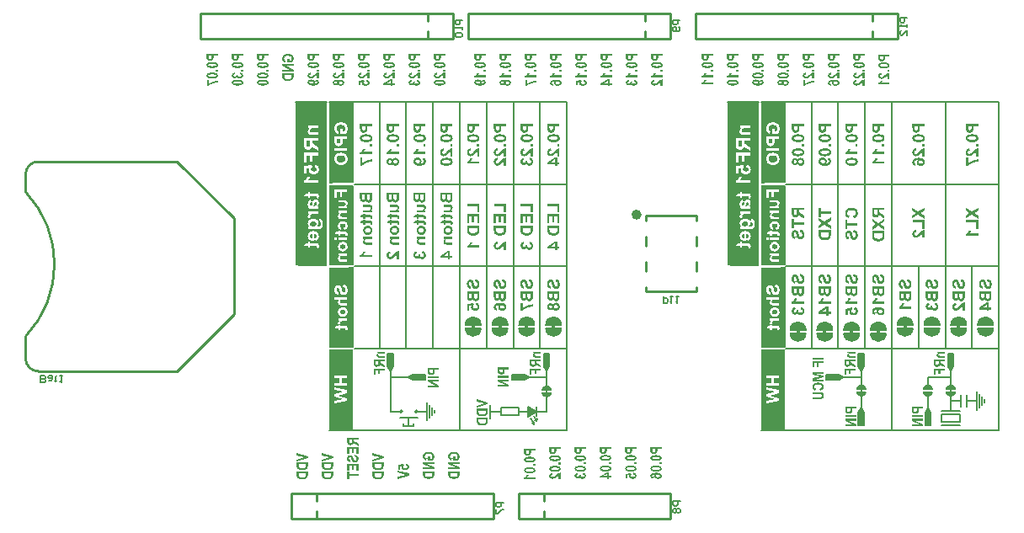
<source format=gbo>
%FSLAX24Y24*%
%MOIN*%
G70*
G01*
G75*
G04 Layer_Color=32896*
%ADD10C,0.0060*%
%ADD11C,0.0150*%
%ADD12C,0.0138*%
%ADD13C,0.0138*%
%ADD14C,0.0080*%
%ADD15C,0.0080*%
%ADD16C,0.0150*%
%ADD17R,0.0354X0.0138*%
%ADD18R,0.0400X0.0300*%
%ADD19C,0.0394*%
%ADD20R,0.0472X0.0512*%
%ADD21R,0.0315X0.0295*%
%ADD22R,0.0228X0.0197*%
%ADD23R,0.0256X0.0335*%
%ADD24R,0.0551X0.0630*%
%ADD25R,0.0610X0.0748*%
%ADD26R,0.0532X0.0157*%
%ADD27R,0.0394X0.0335*%
%ADD28R,0.0236X0.0335*%
%ADD29R,0.0276X0.0118*%
%ADD30R,0.0472X0.0433*%
%ADD31O,0.0650X0.0118*%
%ADD32O,0.0118X0.0650*%
%ADD33O,0.0256X0.0079*%
%ADD34O,0.0079X0.0256*%
%ADD35R,0.1850X0.1850*%
G04:AMPARAMS|DCode=36|XSize=47.2mil|YSize=43.3mil|CornerRadius=0mil|HoleSize=0mil|Usage=FLASHONLY|Rotation=225.000|XOffset=0mil|YOffset=0mil|HoleType=Round|Shape=Rectangle|*
%AMROTATEDRECTD36*
4,1,4,0.0014,0.0320,0.0320,0.0014,-0.0014,-0.0320,-0.0320,-0.0014,0.0014,0.0320,0.0*
%
%ADD36ROTATEDRECTD36*%

%ADD37R,0.0295X0.0315*%
%ADD38R,0.0197X0.0256*%
%ADD39R,0.0315X0.0295*%
%ADD40R,0.1500X0.0500*%
%ADD41R,0.0402X0.0862*%
%ADD42R,0.1083X0.0551*%
%ADD43R,0.0394X0.0709*%
%ADD44C,0.0079*%
%ADD45R,0.0197X0.0236*%
%ADD46R,0.0472X0.0984*%
%ADD47R,0.0945X0.0299*%
%ADD48C,0.0310*%
%ADD49R,0.1252X0.0500*%
%ADD50R,0.0236X0.0217*%
%ADD51R,0.0217X0.0236*%
G04:AMPARAMS|DCode=52|XSize=19.7mil|YSize=23.6mil|CornerRadius=0mil|HoleSize=0mil|Usage=FLASHONLY|Rotation=45.000|XOffset=0mil|YOffset=0mil|HoleType=Round|Shape=Rectangle|*
%AMROTATEDRECTD52*
4,1,4,0.0014,-0.0153,-0.0153,0.0014,-0.0014,0.0153,0.0153,-0.0014,0.0014,-0.0153,0.0*
%
%ADD52ROTATEDRECTD52*%

%ADD53R,0.0236X0.0197*%
%ADD54R,0.0299X0.0945*%
%ADD55C,0.0100*%
%ADD56C,0.0300*%
%ADD57C,0.0250*%
%ADD58C,0.0200*%
%ADD59C,0.0090*%
%ADD60C,0.0500*%
%ADD61C,0.0450*%
%ADD62R,0.0500X0.0300*%
%ADD63C,0.0591*%
%ADD64O,0.0630X0.0354*%
%ADD65C,0.0390*%
%ADD66C,0.0701*%
%ADD67R,0.0591X0.0591*%
%ADD68C,0.1260*%
%ADD69C,0.0260*%
%ADD70C,0.0240*%
%ADD71R,0.2000X0.2000*%
%ADD72R,0.0874X0.0402*%
%ADD73C,0.0098*%
%ADD74C,0.0059*%
%ADD75C,0.0236*%
%ADD76C,0.0079*%
%ADD77C,0.0050*%
%ADD78C,0.0060*%
%ADD79C,0.0118*%
%ADD80C,0.0110*%
%ADD81C,0.0003*%
%ADD82R,0.0197X0.1575*%
%ADD83O,0.0787X0.0591*%
%ADD84C,0.0240*%
%ADD85R,0.0414X0.0198*%
%ADD86R,0.0460X0.0360*%
%ADD87C,0.0454*%
%ADD88C,0.0787*%
%ADD89R,0.0532X0.0572*%
%ADD90R,0.0375X0.0355*%
%ADD91R,0.0288X0.0257*%
%ADD92R,0.0316X0.0395*%
%ADD93R,0.0611X0.0690*%
%ADD94R,0.0670X0.0808*%
%ADD95R,0.0592X0.0217*%
%ADD96R,0.0454X0.0395*%
%ADD97R,0.0296X0.0395*%
%ADD98R,0.0336X0.0178*%
%ADD99R,0.0532X0.0493*%
%ADD100O,0.0710X0.0178*%
%ADD101O,0.0178X0.0710*%
%ADD102O,0.0316X0.0139*%
%ADD103O,0.0139X0.0316*%
%ADD104R,0.1910X0.1910*%
G04:AMPARAMS|DCode=105|XSize=53.2mil|YSize=49.3mil|CornerRadius=0mil|HoleSize=0mil|Usage=FLASHONLY|Rotation=225.000|XOffset=0mil|YOffset=0mil|HoleType=Round|Shape=Rectangle|*
%AMROTATEDRECTD105*
4,1,4,0.0014,0.0363,0.0363,0.0014,-0.0014,-0.0363,-0.0363,-0.0014,0.0014,0.0363,0.0*
%
%ADD105ROTATEDRECTD105*%

%ADD106R,0.0355X0.0375*%
%ADD107R,0.0257X0.0316*%
%ADD108R,0.0375X0.0355*%
%ADD109R,0.1560X0.0560*%
%ADD110R,0.0462X0.0922*%
%ADD111R,0.1143X0.0611*%
%ADD112R,0.0454X0.0769*%
%ADD113C,0.0139*%
%ADD114R,0.0257X0.0296*%
%ADD115R,0.0532X0.1044*%
%ADD116R,0.1005X0.0359*%
%ADD117C,0.0370*%
%ADD118R,0.1312X0.0560*%
%ADD119R,0.0296X0.0277*%
%ADD120R,0.0277X0.0296*%
G04:AMPARAMS|DCode=121|XSize=25.7mil|YSize=29.6mil|CornerRadius=0mil|HoleSize=0mil|Usage=FLASHONLY|Rotation=45.000|XOffset=0mil|YOffset=0mil|HoleType=Round|Shape=Rectangle|*
%AMROTATEDRECTD121*
4,1,4,0.0014,-0.0196,-0.0196,0.0014,-0.0014,0.0196,0.0196,-0.0014,0.0014,-0.0196,0.0*
%
%ADD121ROTATEDRECTD121*%

%ADD122R,0.0296X0.0257*%
%ADD123R,0.0359X0.1005*%
%ADD124C,0.0651*%
%ADD125O,0.0690X0.0414*%
%ADD126C,0.0761*%
%ADD127R,0.0651X0.0651*%
%ADD128C,0.1320*%
%ADD129C,0.0300*%
%ADD130C,0.7087*%
%ADD131R,0.2060X0.2060*%
%ADD132R,0.0934X0.0462*%
%ADD133C,0.0120*%
%ADD134R,0.0980X0.0640*%
%ADD135R,0.0980X0.0745*%
%ADD136R,0.0980X0.0070*%
%ADD137R,0.0200X0.3237*%
%ADD138R,0.0160X0.3170*%
%ADD139R,0.0240X0.6487*%
%ADD140R,0.0200X0.3180*%
%ADD141R,0.0150X0.6487*%
%ADD142R,0.0160X0.2675*%
%ADD143R,0.1140X0.0827*%
%ADD144R,0.0190X0.3190*%
%ADD145R,0.0180X0.1993*%
%ADD146R,0.0160X0.2807*%
%ADD147R,0.0980X0.0940*%
%ADD148R,0.0170X0.1811*%
%ADD149R,0.0980X0.0600*%
%ADD150R,0.0980X0.0613*%
%ADD151R,0.0980X0.0970*%
%ADD152R,0.0980X0.0140*%
%ADD153R,0.1140X0.0590*%
G36*
X19974Y-7951D02*
X19995Y-7952D01*
X20014Y-7954D01*
X20032Y-7956D01*
X20047Y-7958D01*
X20061Y-7961D01*
X20074Y-7964D01*
X20086Y-7967D01*
X20095Y-7970D01*
X20104Y-7973D01*
X20111Y-7975D01*
X20116Y-7978D01*
X20121Y-7980D01*
X20124Y-7982D01*
X20126Y-7982D01*
X20126Y-7983D01*
X20135Y-7989D01*
X20142Y-7996D01*
X20149Y-8003D01*
X20155Y-8010D01*
X20159Y-8017D01*
X20163Y-8024D01*
X20166Y-8031D01*
X20169Y-8037D01*
X20171Y-8043D01*
X20173Y-8049D01*
X20173Y-8054D01*
X20175Y-8059D01*
Y-8062D01*
X20175Y-8065D01*
Y-8067D01*
Y-8067D01*
X20175Y-8077D01*
X20173Y-8086D01*
X20170Y-8094D01*
X20168Y-8102D01*
X20159Y-8117D01*
X20155Y-8123D01*
X20150Y-8129D01*
X20146Y-8134D01*
X20141Y-8138D01*
X20137Y-8143D01*
X20133Y-8145D01*
X20130Y-8148D01*
X20128Y-8150D01*
X20126Y-8151D01*
X20126Y-8151D01*
X20116Y-8157D01*
X20104Y-8162D01*
X20091Y-8166D01*
X20078Y-8170D01*
X20063Y-8173D01*
X20049Y-8176D01*
X20020Y-8180D01*
X20007Y-8181D01*
X19994Y-8182D01*
X19982Y-8183D01*
X19972Y-8183D01*
X19963Y-8184D01*
X19952D01*
X19930Y-8183D01*
X19909Y-8183D01*
X19889Y-8181D01*
X19873Y-8179D01*
X19856Y-8176D01*
X19842Y-8173D01*
X19829Y-8171D01*
X19818Y-8168D01*
X19808Y-8165D01*
X19800Y-8162D01*
X19793Y-8159D01*
X19788Y-8157D01*
X19783Y-8154D01*
X19780Y-8152D01*
X19779Y-8152D01*
X19778Y-8151D01*
X19769Y-8145D01*
X19762Y-8138D01*
X19755Y-8131D01*
X19749Y-8124D01*
X19744Y-8117D01*
X19740Y-8110D01*
X19737Y-8104D01*
X19734Y-8097D01*
X19732Y-8091D01*
X19731Y-8085D01*
X19730Y-8080D01*
X19729Y-8076D01*
Y-8072D01*
X19728Y-8069D01*
Y-8067D01*
Y-8067D01*
X19729Y-8057D01*
X19730Y-8048D01*
X19733Y-8040D01*
X19736Y-8032D01*
X19740Y-8024D01*
X19744Y-8017D01*
X19748Y-8011D01*
X19753Y-8006D01*
X19758Y-8000D01*
X19762Y-7996D01*
X19766Y-7992D01*
X19770Y-7989D01*
X19773Y-7986D01*
X19776Y-7985D01*
X19777Y-7983D01*
X19778Y-7983D01*
X19788Y-7977D01*
X19800Y-7972D01*
X19812Y-7968D01*
X19826Y-7964D01*
X19854Y-7958D01*
X19883Y-7955D01*
X19897Y-7954D01*
X19909Y-7953D01*
X19921Y-7952D01*
X19931Y-7951D01*
X19940Y-7951D01*
X19951D01*
X19974Y-7951D01*
D02*
G37*
G36*
X20168Y-7895D02*
X20084D01*
Y-7826D01*
X20168D01*
Y-7895D01*
D02*
G37*
G36*
X21168Y-7229D02*
X21002D01*
Y-7276D01*
Y-7288D01*
X21001Y-7299D01*
X21001Y-7309D01*
X21000Y-7319D01*
X20999Y-7327D01*
X20998Y-7335D01*
X20997Y-7342D01*
X20996Y-7347D01*
X20994Y-7353D01*
X20993Y-7357D01*
X20992Y-7361D01*
X20991Y-7364D01*
X20990Y-7366D01*
X20990Y-7368D01*
X20989Y-7368D01*
Y-7369D01*
X20983Y-7379D01*
X20977Y-7387D01*
X20969Y-7395D01*
X20962Y-7402D01*
X20955Y-7407D01*
X20949Y-7410D01*
X20947Y-7412D01*
X20945Y-7413D01*
X20945Y-7414D01*
X20944D01*
X20931Y-7420D01*
X20918Y-7424D01*
X20905Y-7427D01*
X20892Y-7430D01*
X20881Y-7431D01*
X20877Y-7431D01*
X20873Y-7432D01*
X20864D01*
X20846Y-7431D01*
X20829Y-7428D01*
X20814Y-7425D01*
X20808Y-7423D01*
X20802Y-7421D01*
X20797Y-7420D01*
X20792Y-7417D01*
X20789Y-7416D01*
X20785Y-7414D01*
X20783Y-7413D01*
X20781Y-7412D01*
X20780Y-7411D01*
X20779D01*
X20768Y-7403D01*
X20758Y-7394D01*
X20751Y-7385D01*
X20745Y-7376D01*
X20741Y-7369D01*
X20738Y-7363D01*
X20737Y-7361D01*
X20736Y-7359D01*
X20736Y-7358D01*
Y-7358D01*
X20734Y-7354D01*
X20733Y-7349D01*
X20733Y-7343D01*
X20732Y-7336D01*
X20731Y-7322D01*
X20730Y-7308D01*
Y-7294D01*
X20729Y-7288D01*
Y-7283D01*
Y-7279D01*
Y-7276D01*
Y-7273D01*
Y-7273D01*
Y-7157D01*
X21168D01*
Y-7229D01*
D02*
G37*
G36*
X19906Y-8267D02*
X19896Y-8284D01*
X19885Y-8299D01*
X19880Y-8306D01*
X19875Y-8312D01*
X19870Y-8318D01*
X19865Y-8323D01*
X19861Y-8327D01*
X19857Y-8331D01*
X19854Y-8334D01*
X19852Y-8336D01*
X19851Y-8337D01*
X19850Y-8338D01*
X20168D01*
Y-8407D01*
X19728D01*
Y-8351D01*
X19742Y-8345D01*
X19755Y-8339D01*
X19767Y-8332D01*
X19777Y-8325D01*
X19785Y-8319D01*
X19791Y-8313D01*
X19794Y-8311D01*
X19796Y-8309D01*
X19796Y-8309D01*
X19797Y-8308D01*
X19807Y-8296D01*
X19815Y-8286D01*
X19823Y-8275D01*
X19828Y-8267D01*
X19832Y-8259D01*
X19835Y-8254D01*
X19836Y-8252D01*
X19837Y-8250D01*
X19838Y-8249D01*
Y-8249D01*
X19914D01*
X19906Y-8267D01*
D02*
G37*
G36*
X12168Y-8262D02*
X12167Y-8277D01*
X12166Y-8291D01*
X12163Y-8303D01*
X12161Y-8314D01*
X12159Y-8322D01*
X12158Y-8326D01*
X12157Y-8328D01*
X12156Y-8330D01*
X12156Y-8332D01*
X12155Y-8333D01*
Y-8333D01*
X12150Y-8343D01*
X12144Y-8352D01*
X12138Y-8361D01*
X12133Y-8368D01*
X12127Y-8373D01*
X12123Y-8377D01*
X12120Y-8380D01*
X12119Y-8380D01*
X12109Y-8387D01*
X12098Y-8394D01*
X12086Y-8400D01*
X12076Y-8404D01*
X12067Y-8408D01*
X12063Y-8410D01*
X12059Y-8411D01*
X12056Y-8412D01*
X12054Y-8412D01*
X12053Y-8413D01*
X12052D01*
X12036Y-8418D01*
X12019Y-8421D01*
X12003Y-8423D01*
X11987Y-8425D01*
X11980Y-8425D01*
X11973Y-8426D01*
X11968D01*
X11962Y-8426D01*
X11953D01*
X11930Y-8426D01*
X11920Y-8425D01*
X11910Y-8425D01*
X11901Y-8424D01*
X11892Y-8422D01*
X11884Y-8421D01*
X11877Y-8421D01*
X11870Y-8419D01*
X11864Y-8418D01*
X11859Y-8417D01*
X11855Y-8416D01*
X11852Y-8415D01*
X11849Y-8415D01*
X11848Y-8414D01*
X11847D01*
X11832Y-8410D01*
X11819Y-8404D01*
X11807Y-8398D01*
X11797Y-8393D01*
X11789Y-8388D01*
X11783Y-8384D01*
X11782Y-8383D01*
X11780Y-8382D01*
X11779Y-8380D01*
X11769Y-8372D01*
X11761Y-8364D01*
X11755Y-8356D01*
X11750Y-8349D01*
X11745Y-8343D01*
X11743Y-8337D01*
X11741Y-8334D01*
X11741Y-8334D01*
Y-8333D01*
X11737Y-8323D01*
X11734Y-8310D01*
X11732Y-8298D01*
X11730Y-8286D01*
X11730Y-8275D01*
Y-8270D01*
X11729Y-8266D01*
Y-8262D01*
Y-8260D01*
Y-8258D01*
Y-8257D01*
Y-8126D01*
X12168D01*
Y-8262D01*
D02*
G37*
G36*
Y-7899D02*
X12167Y-7915D01*
X12166Y-7929D01*
X12163Y-7941D01*
X12161Y-7952D01*
X12159Y-7960D01*
X12158Y-7964D01*
X12157Y-7966D01*
X12156Y-7968D01*
X12156Y-7970D01*
X12155Y-7971D01*
Y-7971D01*
X12150Y-7981D01*
X12144Y-7990D01*
X12138Y-7999D01*
X12133Y-8006D01*
X12127Y-8011D01*
X12123Y-8015D01*
X12120Y-8018D01*
X12119Y-8018D01*
X12109Y-8025D01*
X12098Y-8032D01*
X12086Y-8038D01*
X12076Y-8042D01*
X12067Y-8046D01*
X12063Y-8048D01*
X12059Y-8049D01*
X12056Y-8050D01*
X12054Y-8050D01*
X12053Y-8051D01*
X12052D01*
X12036Y-8056D01*
X12019Y-8059D01*
X12003Y-8061D01*
X11987Y-8063D01*
X11980Y-8063D01*
X11973Y-8064D01*
X11968D01*
X11962Y-8064D01*
X11953D01*
X11930Y-8064D01*
X11920Y-8063D01*
X11910Y-8063D01*
X11901Y-8062D01*
X11892Y-8060D01*
X11884Y-8059D01*
X11877Y-8059D01*
X11870Y-8057D01*
X11864Y-8056D01*
X11859Y-8055D01*
X11855Y-8054D01*
X11852Y-8053D01*
X11849Y-8053D01*
X11848Y-8052D01*
X11847D01*
X11832Y-8048D01*
X11819Y-8042D01*
X11807Y-8036D01*
X11797Y-8031D01*
X11789Y-8026D01*
X11783Y-8022D01*
X11782Y-8021D01*
X11780Y-8020D01*
X11779Y-8018D01*
X11769Y-8010D01*
X11761Y-8002D01*
X11755Y-7994D01*
X11750Y-7987D01*
X11745Y-7980D01*
X11743Y-7975D01*
X11741Y-7972D01*
X11741Y-7972D01*
Y-7971D01*
X11737Y-7961D01*
X11734Y-7948D01*
X11732Y-7936D01*
X11730Y-7924D01*
X11730Y-7913D01*
Y-7908D01*
X11729Y-7904D01*
Y-7900D01*
Y-7898D01*
Y-7896D01*
Y-7895D01*
Y-7764D01*
X12168D01*
Y-7899D01*
D02*
G37*
G36*
X19974Y-7533D02*
X19995Y-7533D01*
X20014Y-7535D01*
X20032Y-7537D01*
X20047Y-7540D01*
X20061Y-7542D01*
X20074Y-7545D01*
X20086Y-7548D01*
X20095Y-7551D01*
X20104Y-7554D01*
X20111Y-7557D01*
X20116Y-7559D01*
X20121Y-7561D01*
X20124Y-7563D01*
X20126Y-7564D01*
X20126Y-7564D01*
X20135Y-7571D01*
X20142Y-7577D01*
X20149Y-7584D01*
X20155Y-7591D01*
X20159Y-7598D01*
X20163Y-7605D01*
X20166Y-7612D01*
X20169Y-7618D01*
X20171Y-7625D01*
X20173Y-7631D01*
X20173Y-7635D01*
X20175Y-7640D01*
Y-7644D01*
X20175Y-7646D01*
Y-7648D01*
Y-7649D01*
X20175Y-7658D01*
X20173Y-7667D01*
X20170Y-7676D01*
X20168Y-7684D01*
X20159Y-7698D01*
X20155Y-7705D01*
X20150Y-7710D01*
X20146Y-7715D01*
X20141Y-7720D01*
X20137Y-7724D01*
X20133Y-7727D01*
X20130Y-7729D01*
X20128Y-7731D01*
X20126Y-7732D01*
X20126Y-7733D01*
X20116Y-7739D01*
X20104Y-7744D01*
X20091Y-7748D01*
X20078Y-7751D01*
X20063Y-7755D01*
X20049Y-7757D01*
X20020Y-7761D01*
X20007Y-7762D01*
X19994Y-7764D01*
X19982Y-7764D01*
X19972Y-7765D01*
X19963Y-7765D01*
X19952D01*
X19930Y-7765D01*
X19909Y-7764D01*
X19889Y-7762D01*
X19873Y-7760D01*
X19856Y-7758D01*
X19842Y-7755D01*
X19829Y-7752D01*
X19818Y-7749D01*
X19808Y-7746D01*
X19800Y-7743D01*
X19793Y-7740D01*
X19788Y-7738D01*
X19783Y-7736D01*
X19780Y-7734D01*
X19779Y-7733D01*
X19778Y-7733D01*
X19769Y-7726D01*
X19762Y-7720D01*
X19755Y-7713D01*
X19749Y-7706D01*
X19744Y-7699D01*
X19740Y-7692D01*
X19737Y-7685D01*
X19734Y-7678D01*
X19732Y-7672D01*
X19731Y-7666D01*
X19730Y-7662D01*
X19729Y-7657D01*
Y-7653D01*
X19728Y-7651D01*
Y-7649D01*
Y-7648D01*
X19729Y-7639D01*
X19730Y-7630D01*
X19733Y-7621D01*
X19736Y-7613D01*
X19740Y-7606D01*
X19744Y-7599D01*
X19748Y-7593D01*
X19753Y-7587D01*
X19758Y-7582D01*
X19762Y-7577D01*
X19766Y-7574D01*
X19770Y-7570D01*
X19773Y-7568D01*
X19776Y-7566D01*
X19777Y-7565D01*
X19778Y-7564D01*
X19788Y-7558D01*
X19800Y-7554D01*
X19812Y-7550D01*
X19826Y-7546D01*
X19854Y-7540D01*
X19883Y-7536D01*
X19897Y-7535D01*
X19909Y-7534D01*
X19921Y-7533D01*
X19931Y-7533D01*
X19940Y-7532D01*
X19951D01*
X19974Y-7533D01*
D02*
G37*
G36*
X20168Y-7286D02*
X20002D01*
Y-7333D01*
Y-7344D01*
X20001Y-7356D01*
X20001Y-7366D01*
X20000Y-7375D01*
X19999Y-7383D01*
X19998Y-7391D01*
X19997Y-7398D01*
X19996Y-7404D01*
X19994Y-7409D01*
X19993Y-7414D01*
X19992Y-7417D01*
X19991Y-7420D01*
X19990Y-7423D01*
X19990Y-7424D01*
X19989Y-7425D01*
Y-7425D01*
X19983Y-7435D01*
X19977Y-7444D01*
X19969Y-7452D01*
X19962Y-7458D01*
X19955Y-7463D01*
X19949Y-7467D01*
X19947Y-7469D01*
X19945Y-7470D01*
X19945Y-7470D01*
X19944D01*
X19931Y-7476D01*
X19918Y-7481D01*
X19905Y-7484D01*
X19892Y-7486D01*
X19881Y-7487D01*
X19877Y-7488D01*
X19873Y-7488D01*
X19864D01*
X19846Y-7487D01*
X19829Y-7485D01*
X19814Y-7482D01*
X19808Y-7480D01*
X19802Y-7478D01*
X19797Y-7476D01*
X19792Y-7474D01*
X19789Y-7472D01*
X19785Y-7471D01*
X19783Y-7469D01*
X19781Y-7469D01*
X19780Y-7467D01*
X19779D01*
X19768Y-7459D01*
X19758Y-7451D01*
X19751Y-7441D01*
X19745Y-7433D01*
X19741Y-7425D01*
X19738Y-7420D01*
X19737Y-7417D01*
X19736Y-7416D01*
X19736Y-7415D01*
Y-7414D01*
X19734Y-7410D01*
X19733Y-7405D01*
X19733Y-7399D01*
X19732Y-7393D01*
X19731Y-7379D01*
X19730Y-7364D01*
Y-7351D01*
X19729Y-7345D01*
Y-7340D01*
Y-7336D01*
Y-7332D01*
Y-7330D01*
Y-7329D01*
Y-7213D01*
X20168D01*
Y-7286D01*
D02*
G37*
G36*
X21974Y-7472D02*
X21995Y-7473D01*
X22014Y-7474D01*
X22032Y-7477D01*
X22047Y-7479D01*
X22061Y-7481D01*
X22074Y-7484D01*
X22086Y-7488D01*
X22095Y-7491D01*
X22104Y-7494D01*
X22111Y-7496D01*
X22116Y-7498D01*
X22121Y-7501D01*
X22124Y-7502D01*
X22126Y-7503D01*
X22126Y-7504D01*
X22135Y-7510D01*
X22142Y-7516D01*
X22149Y-7523D01*
X22155Y-7530D01*
X22159Y-7537D01*
X22163Y-7544D01*
X22166Y-7551D01*
X22169Y-7558D01*
X22171Y-7564D01*
X22173Y-7570D01*
X22173Y-7575D01*
X22174Y-7579D01*
Y-7583D01*
X22175Y-7586D01*
Y-7588D01*
Y-7588D01*
X22174Y-7597D01*
X22173Y-7607D01*
X22170Y-7615D01*
X22168Y-7623D01*
X22159Y-7638D01*
X22155Y-7644D01*
X22150Y-7649D01*
X22146Y-7655D01*
X22141Y-7659D01*
X22137Y-7663D01*
X22133Y-7666D01*
X22130Y-7669D01*
X22128Y-7670D01*
X22126Y-7671D01*
X22126Y-7672D01*
X22116Y-7678D01*
X22104Y-7683D01*
X22091Y-7687D01*
X22078Y-7691D01*
X22063Y-7694D01*
X22049Y-7697D01*
X22020Y-7701D01*
X22007Y-7702D01*
X21994Y-7703D01*
X21982Y-7704D01*
X21972Y-7704D01*
X21963Y-7705D01*
X21952D01*
X21930Y-7704D01*
X21909Y-7704D01*
X21889Y-7702D01*
X21873Y-7699D01*
X21856Y-7697D01*
X21842Y-7694D01*
X21829Y-7691D01*
X21818Y-7688D01*
X21808Y-7685D01*
X21800Y-7683D01*
X21793Y-7680D01*
X21788Y-7677D01*
X21783Y-7675D01*
X21780Y-7673D01*
X21779Y-7673D01*
X21778Y-7672D01*
X21769Y-7666D01*
X21762Y-7659D01*
X21755Y-7652D01*
X21749Y-7645D01*
X21744Y-7638D01*
X21740Y-7631D01*
X21737Y-7624D01*
X21734Y-7618D01*
X21732Y-7611D01*
X21731Y-7606D01*
X21730Y-7601D01*
X21729Y-7596D01*
Y-7593D01*
X21728Y-7590D01*
Y-7588D01*
Y-7588D01*
X21729Y-7578D01*
X21730Y-7569D01*
X21733Y-7561D01*
X21736Y-7553D01*
X21740Y-7545D01*
X21744Y-7538D01*
X21748Y-7532D01*
X21753Y-7526D01*
X21758Y-7521D01*
X21762Y-7516D01*
X21766Y-7513D01*
X21770Y-7509D01*
X21773Y-7507D01*
X21776Y-7505D01*
X21777Y-7504D01*
X21778Y-7504D01*
X21788Y-7498D01*
X21800Y-7493D01*
X21812Y-7489D01*
X21826Y-7485D01*
X21854Y-7479D01*
X21883Y-7476D01*
X21897Y-7474D01*
X21909Y-7473D01*
X21921Y-7473D01*
X21931Y-7472D01*
X21940Y-7472D01*
X21951D01*
X21974Y-7472D01*
D02*
G37*
G36*
X22168Y-7225D02*
X22002D01*
Y-7272D01*
Y-7284D01*
X22001Y-7295D01*
X22001Y-7305D01*
X22000Y-7315D01*
X21999Y-7323D01*
X21998Y-7330D01*
X21997Y-7337D01*
X21996Y-7343D01*
X21994Y-7349D01*
X21993Y-7353D01*
X21992Y-7357D01*
X21991Y-7360D01*
X21990Y-7362D01*
X21990Y-7364D01*
X21989Y-7364D01*
Y-7365D01*
X21983Y-7375D01*
X21977Y-7383D01*
X21969Y-7391D01*
X21962Y-7397D01*
X21955Y-7403D01*
X21949Y-7406D01*
X21947Y-7408D01*
X21945Y-7409D01*
X21945Y-7410D01*
X21944D01*
X21931Y-7416D01*
X21918Y-7420D01*
X21905Y-7423D01*
X21892Y-7425D01*
X21881Y-7427D01*
X21877Y-7427D01*
X21873Y-7428D01*
X21864D01*
X21846Y-7427D01*
X21829Y-7424D01*
X21814Y-7421D01*
X21808Y-7419D01*
X21802Y-7417D01*
X21797Y-7416D01*
X21792Y-7413D01*
X21789Y-7411D01*
X21785Y-7410D01*
X21783Y-7409D01*
X21781Y-7408D01*
X21780Y-7407D01*
X21779D01*
X21768Y-7399D01*
X21758Y-7390D01*
X21751Y-7381D01*
X21745Y-7372D01*
X21741Y-7365D01*
X21738Y-7359D01*
X21737Y-7357D01*
X21736Y-7355D01*
X21736Y-7354D01*
Y-7354D01*
X21734Y-7350D01*
X21733Y-7344D01*
X21733Y-7339D01*
X21732Y-7332D01*
X21731Y-7318D01*
X21730Y-7304D01*
Y-7290D01*
X21729Y-7284D01*
Y-7279D01*
Y-7275D01*
Y-7272D01*
Y-7269D01*
Y-7269D01*
Y-7153D01*
X22168D01*
Y-7225D01*
D02*
G37*
G36*
X21974Y-7891D02*
X21995Y-7891D01*
X22014Y-7893D01*
X22032Y-7895D01*
X22047Y-7898D01*
X22061Y-7900D01*
X22074Y-7903D01*
X22086Y-7906D01*
X22095Y-7909D01*
X22104Y-7912D01*
X22111Y-7915D01*
X22116Y-7917D01*
X22121Y-7919D01*
X22124Y-7921D01*
X22126Y-7922D01*
X22126Y-7922D01*
X22135Y-7929D01*
X22142Y-7935D01*
X22149Y-7942D01*
X22155Y-7949D01*
X22159Y-7956D01*
X22163Y-7963D01*
X22166Y-7970D01*
X22169Y-7976D01*
X22171Y-7983D01*
X22173Y-7989D01*
X22173Y-7993D01*
X22174Y-7998D01*
Y-8001D01*
X22175Y-8004D01*
Y-8006D01*
Y-8007D01*
X22174Y-8016D01*
X22173Y-8025D01*
X22170Y-8034D01*
X22168Y-8042D01*
X22159Y-8056D01*
X22155Y-8063D01*
X22150Y-8068D01*
X22146Y-8073D01*
X22141Y-8078D01*
X22137Y-8082D01*
X22133Y-8085D01*
X22130Y-8087D01*
X22128Y-8089D01*
X22126Y-8090D01*
X22126Y-8091D01*
X22116Y-8097D01*
X22104Y-8102D01*
X22091Y-8106D01*
X22078Y-8109D01*
X22063Y-8113D01*
X22049Y-8115D01*
X22020Y-8119D01*
X22007Y-8120D01*
X21994Y-8122D01*
X21982Y-8122D01*
X21972Y-8123D01*
X21963Y-8123D01*
X21952D01*
X21930Y-8123D01*
X21909Y-8122D01*
X21889Y-8120D01*
X21873Y-8118D01*
X21856Y-8116D01*
X21842Y-8113D01*
X21829Y-8110D01*
X21818Y-8107D01*
X21808Y-8104D01*
X21800Y-8101D01*
X21793Y-8098D01*
X21788Y-8096D01*
X21783Y-8094D01*
X21780Y-8092D01*
X21779Y-8091D01*
X21778Y-8091D01*
X21769Y-8084D01*
X21762Y-8078D01*
X21755Y-8071D01*
X21749Y-8064D01*
X21744Y-8057D01*
X21740Y-8050D01*
X21737Y-8043D01*
X21734Y-8036D01*
X21732Y-8030D01*
X21731Y-8024D01*
X21730Y-8020D01*
X21729Y-8015D01*
Y-8011D01*
X21728Y-8008D01*
Y-8007D01*
Y-8006D01*
X21729Y-7997D01*
X21730Y-7987D01*
X21733Y-7979D01*
X21736Y-7971D01*
X21740Y-7964D01*
X21744Y-7957D01*
X21748Y-7951D01*
X21753Y-7945D01*
X21758Y-7940D01*
X21762Y-7935D01*
X21766Y-7932D01*
X21770Y-7928D01*
X21773Y-7926D01*
X21776Y-7924D01*
X21777Y-7923D01*
X21778Y-7922D01*
X21788Y-7916D01*
X21800Y-7912D01*
X21812Y-7908D01*
X21826Y-7904D01*
X21854Y-7898D01*
X21883Y-7894D01*
X21897Y-7893D01*
X21909Y-7892D01*
X21921Y-7891D01*
X21931Y-7891D01*
X21940Y-7890D01*
X21951D01*
X21974Y-7891D01*
D02*
G37*
G36*
X22168Y-7834D02*
X22084D01*
Y-7765D01*
X22168D01*
Y-7834D01*
D02*
G37*
G36*
X21168Y-7838D02*
X21084D01*
Y-7769D01*
X21168D01*
Y-7838D01*
D02*
G37*
G36*
X20974Y-7476D02*
X20995Y-7477D01*
X21014Y-7479D01*
X21032Y-7481D01*
X21047Y-7483D01*
X21061Y-7486D01*
X21074Y-7488D01*
X21086Y-7492D01*
X21095Y-7495D01*
X21104Y-7498D01*
X21111Y-7500D01*
X21116Y-7502D01*
X21121Y-7505D01*
X21124Y-7507D01*
X21126Y-7507D01*
X21126Y-7508D01*
X21135Y-7514D01*
X21142Y-7520D01*
X21149Y-7527D01*
X21155Y-7534D01*
X21159Y-7541D01*
X21163Y-7548D01*
X21166Y-7555D01*
X21169Y-7562D01*
X21171Y-7568D01*
X21173Y-7574D01*
X21173Y-7579D01*
X21174Y-7583D01*
Y-7587D01*
X21175Y-7590D01*
Y-7592D01*
Y-7592D01*
X21174Y-7602D01*
X21173Y-7611D01*
X21170Y-7619D01*
X21168Y-7627D01*
X21159Y-7642D01*
X21155Y-7648D01*
X21150Y-7653D01*
X21146Y-7659D01*
X21141Y-7663D01*
X21137Y-7667D01*
X21133Y-7670D01*
X21130Y-7673D01*
X21128Y-7674D01*
X21126Y-7676D01*
X21126Y-7676D01*
X21116Y-7682D01*
X21104Y-7687D01*
X21091Y-7691D01*
X21078Y-7695D01*
X21063Y-7698D01*
X21049Y-7701D01*
X21020Y-7705D01*
X21007Y-7706D01*
X20994Y-7707D01*
X20982Y-7708D01*
X20972Y-7708D01*
X20963Y-7709D01*
X20952D01*
X20930Y-7708D01*
X20909Y-7708D01*
X20889Y-7706D01*
X20873Y-7704D01*
X20856Y-7701D01*
X20842Y-7698D01*
X20829Y-7695D01*
X20818Y-7692D01*
X20808Y-7690D01*
X20800Y-7687D01*
X20793Y-7684D01*
X20788Y-7681D01*
X20783Y-7679D01*
X20780Y-7677D01*
X20779Y-7677D01*
X20778Y-7676D01*
X20769Y-7670D01*
X20762Y-7663D01*
X20755Y-7656D01*
X20749Y-7649D01*
X20744Y-7642D01*
X20740Y-7635D01*
X20737Y-7628D01*
X20734Y-7622D01*
X20732Y-7616D01*
X20731Y-7610D01*
X20730Y-7605D01*
X20729Y-7600D01*
Y-7597D01*
X20728Y-7594D01*
Y-7592D01*
Y-7592D01*
X20729Y-7582D01*
X20730Y-7573D01*
X20733Y-7565D01*
X20736Y-7557D01*
X20740Y-7549D01*
X20744Y-7542D01*
X20748Y-7536D01*
X20753Y-7530D01*
X20758Y-7525D01*
X20762Y-7520D01*
X20766Y-7517D01*
X20770Y-7514D01*
X20773Y-7511D01*
X20776Y-7509D01*
X20777Y-7508D01*
X20778Y-7508D01*
X20788Y-7502D01*
X20800Y-7497D01*
X20812Y-7493D01*
X20826Y-7489D01*
X20854Y-7483D01*
X20883Y-7480D01*
X20897Y-7479D01*
X20909Y-7477D01*
X20921Y-7477D01*
X20931Y-7476D01*
X20940Y-7476D01*
X20951D01*
X20974Y-7476D01*
D02*
G37*
G36*
X21168Y-8407D02*
X21089D01*
Y-8270D01*
X21081Y-8274D01*
X21074Y-8278D01*
X21071Y-8281D01*
X21068Y-8282D01*
X21067Y-8283D01*
X21067Y-8284D01*
X21064Y-8285D01*
X21061Y-8288D01*
X21054Y-8294D01*
X21046Y-8301D01*
X21037Y-8308D01*
X21029Y-8315D01*
X21023Y-8320D01*
X21021Y-8323D01*
X21019Y-8324D01*
X21018Y-8325D01*
X21017Y-8326D01*
X21003Y-8338D01*
X20990Y-8348D01*
X20979Y-8357D01*
X20969Y-8364D01*
X20962Y-8370D01*
X20956Y-8373D01*
X20953Y-8376D01*
X20952Y-8376D01*
X20942Y-8382D01*
X20933Y-8386D01*
X20924Y-8390D01*
X20917Y-8393D01*
X20910Y-8396D01*
X20905Y-8398D01*
X20902Y-8399D01*
X20901Y-8399D01*
X20892Y-8401D01*
X20882Y-8404D01*
X20874Y-8405D01*
X20866Y-8406D01*
X20859Y-8406D01*
X20854Y-8407D01*
X20849D01*
X20840Y-8406D01*
X20832Y-8406D01*
X20816Y-8402D01*
X20801Y-8397D01*
X20789Y-8392D01*
X20783Y-8389D01*
X20779Y-8387D01*
X20775Y-8385D01*
X20771Y-8382D01*
X20768Y-8380D01*
X20766Y-8379D01*
X20765Y-8378D01*
X20765Y-8378D01*
X20758Y-8372D01*
X20752Y-8366D01*
X20748Y-8359D01*
X20744Y-8352D01*
X20740Y-8345D01*
X20737Y-8338D01*
X20733Y-8324D01*
X20730Y-8312D01*
X20729Y-8306D01*
X20729Y-8302D01*
X20728Y-8298D01*
Y-8295D01*
Y-8293D01*
Y-8292D01*
X20729Y-8283D01*
X20729Y-8274D01*
X20733Y-8258D01*
X20738Y-8244D01*
X20741Y-8238D01*
X20744Y-8232D01*
X20747Y-8227D01*
X20749Y-8222D01*
X20752Y-8219D01*
X20755Y-8216D01*
X20756Y-8214D01*
X20758Y-8211D01*
X20759Y-8211D01*
X20759Y-8210D01*
X20766Y-8205D01*
X20772Y-8200D01*
X20787Y-8192D01*
X20804Y-8185D01*
X20819Y-8180D01*
X20827Y-8179D01*
X20834Y-8177D01*
X20840Y-8176D01*
X20846Y-8175D01*
X20850Y-8174D01*
X20854D01*
X20856Y-8173D01*
X20857D01*
X20866Y-8242D01*
X20853Y-8243D01*
X20843Y-8245D01*
X20834Y-8248D01*
X20826Y-8251D01*
X20819Y-8255D01*
X20814Y-8259D01*
X20810Y-8263D01*
X20806Y-8267D01*
X20803Y-8272D01*
X20801Y-8276D01*
X20800Y-8280D01*
X20798Y-8284D01*
X20798Y-8287D01*
X20797Y-8289D01*
Y-8290D01*
Y-8291D01*
X20798Y-8298D01*
X20800Y-8305D01*
X20802Y-8310D01*
X20805Y-8316D01*
X20808Y-8319D01*
X20810Y-8322D01*
X20812Y-8324D01*
X20812Y-8324D01*
X20818Y-8329D01*
X20825Y-8332D01*
X20832Y-8334D01*
X20839Y-8336D01*
X20846Y-8337D01*
X20851Y-8338D01*
X20856D01*
X20866Y-8337D01*
X20875Y-8336D01*
X20884Y-8333D01*
X20892Y-8330D01*
X20899Y-8327D01*
X20905Y-8324D01*
X20908Y-8323D01*
X20909Y-8322D01*
X20909D01*
X20913Y-8320D01*
X20917Y-8317D01*
X20923Y-8313D01*
X20928Y-8309D01*
X20940Y-8300D01*
X20951Y-8290D01*
X20962Y-8281D01*
X20966Y-8277D01*
X20971Y-8274D01*
X20975Y-8270D01*
X20977Y-8268D01*
X20979Y-8267D01*
X20979Y-8266D01*
X20991Y-8256D01*
X21003Y-8246D01*
X21013Y-8238D01*
X21023Y-8229D01*
X21032Y-8222D01*
X21041Y-8216D01*
X21049Y-8211D01*
X21056Y-8206D01*
X21063Y-8201D01*
X21068Y-8198D01*
X21073Y-8195D01*
X21077Y-8193D01*
X21080Y-8191D01*
X21082Y-8190D01*
X21084Y-8189D01*
X21084D01*
X21099Y-8182D01*
X21114Y-8176D01*
X21128Y-8172D01*
X21141Y-8169D01*
X21147Y-8168D01*
X21152Y-8168D01*
X21156Y-8166D01*
X21160D01*
X21163Y-8166D01*
X21166Y-8165D01*
X21168D01*
Y-8407D01*
D02*
G37*
G36*
X20974Y-7895D02*
X20995Y-7895D01*
X21014Y-7897D01*
X21032Y-7899D01*
X21047Y-7902D01*
X21061Y-7904D01*
X21074Y-7907D01*
X21086Y-7911D01*
X21095Y-7913D01*
X21104Y-7916D01*
X21111Y-7919D01*
X21116Y-7921D01*
X21121Y-7923D01*
X21124Y-7925D01*
X21126Y-7926D01*
X21126Y-7926D01*
X21135Y-7933D01*
X21142Y-7939D01*
X21149Y-7946D01*
X21155Y-7953D01*
X21159Y-7960D01*
X21163Y-7967D01*
X21166Y-7974D01*
X21169Y-7980D01*
X21171Y-7987D01*
X21173Y-7993D01*
X21173Y-7997D01*
X21174Y-8002D01*
Y-8006D01*
X21175Y-8008D01*
Y-8010D01*
Y-8011D01*
X21174Y-8020D01*
X21173Y-8029D01*
X21170Y-8038D01*
X21168Y-8046D01*
X21159Y-8060D01*
X21155Y-8067D01*
X21150Y-8072D01*
X21146Y-8077D01*
X21141Y-8082D01*
X21137Y-8086D01*
X21133Y-8089D01*
X21130Y-8091D01*
X21128Y-8093D01*
X21126Y-8094D01*
X21126Y-8095D01*
X21116Y-8101D01*
X21104Y-8106D01*
X21091Y-8110D01*
X21078Y-8113D01*
X21063Y-8117D01*
X21049Y-8119D01*
X21020Y-8123D01*
X21007Y-8124D01*
X20994Y-8126D01*
X20982Y-8126D01*
X20972Y-8127D01*
X20963Y-8127D01*
X20952D01*
X20930Y-8127D01*
X20909Y-8126D01*
X20889Y-8124D01*
X20873Y-8122D01*
X20856Y-8120D01*
X20842Y-8117D01*
X20829Y-8114D01*
X20818Y-8111D01*
X20808Y-8108D01*
X20800Y-8105D01*
X20793Y-8102D01*
X20788Y-8100D01*
X20783Y-8098D01*
X20780Y-8096D01*
X20779Y-8095D01*
X20778Y-8095D01*
X20769Y-8088D01*
X20762Y-8082D01*
X20755Y-8075D01*
X20749Y-8068D01*
X20744Y-8061D01*
X20740Y-8054D01*
X20737Y-8047D01*
X20734Y-8041D01*
X20732Y-8034D01*
X20731Y-8028D01*
X20730Y-8024D01*
X20729Y-8019D01*
Y-8015D01*
X20728Y-8013D01*
Y-8011D01*
Y-8010D01*
X20729Y-8001D01*
X20730Y-7992D01*
X20733Y-7983D01*
X20736Y-7975D01*
X20740Y-7968D01*
X20744Y-7961D01*
X20748Y-7955D01*
X20753Y-7949D01*
X20758Y-7944D01*
X20762Y-7939D01*
X20766Y-7936D01*
X20770Y-7932D01*
X20773Y-7930D01*
X20776Y-7928D01*
X20777Y-7927D01*
X20778Y-7926D01*
X20788Y-7920D01*
X20800Y-7916D01*
X20812Y-7912D01*
X20826Y-7908D01*
X20854Y-7902D01*
X20883Y-7898D01*
X20897Y-7897D01*
X20909Y-7896D01*
X20921Y-7895D01*
X20931Y-7895D01*
X20940Y-7894D01*
X20951D01*
X20974Y-7895D01*
D02*
G37*
G36*
X12168Y-7520D02*
Y-7599D01*
X11729Y-7727D01*
Y-7649D01*
X12054Y-7562D01*
X11729Y-7471D01*
Y-7393D01*
X12168Y-7520D01*
D02*
G37*
G36*
X16168Y-8242D02*
X16167Y-8257D01*
X16166Y-8271D01*
X16163Y-8284D01*
X16161Y-8294D01*
X16159Y-8302D01*
X16158Y-8306D01*
X16157Y-8308D01*
X16156Y-8310D01*
X16156Y-8312D01*
X16155Y-8313D01*
Y-8313D01*
X16150Y-8323D01*
X16144Y-8333D01*
X16138Y-8341D01*
X16133Y-8348D01*
X16127Y-8353D01*
X16123Y-8357D01*
X16120Y-8360D01*
X16119Y-8361D01*
X16109Y-8368D01*
X16098Y-8374D01*
X16086Y-8380D01*
X16076Y-8385D01*
X16067Y-8388D01*
X16063Y-8390D01*
X16059Y-8391D01*
X16056Y-8392D01*
X16054Y-8393D01*
X16053Y-8393D01*
X16052D01*
X16036Y-8398D01*
X16019Y-8401D01*
X16003Y-8403D01*
X15987Y-8405D01*
X15980Y-8406D01*
X15973Y-8406D01*
X15968D01*
X15962Y-8407D01*
X15953D01*
X15930Y-8406D01*
X15920Y-8406D01*
X15910Y-8405D01*
X15900Y-8404D01*
X15892Y-8403D01*
X15884Y-8401D01*
X15877Y-8401D01*
X15870Y-8400D01*
X15864Y-8399D01*
X15859Y-8397D01*
X15855Y-8396D01*
X15852Y-8396D01*
X15849Y-8395D01*
X15848Y-8394D01*
X15847D01*
X15832Y-8390D01*
X15819Y-8384D01*
X15807Y-8378D01*
X15797Y-8373D01*
X15789Y-8368D01*
X15783Y-8364D01*
X15782Y-8363D01*
X15780Y-8362D01*
X15779Y-8361D01*
X15769Y-8352D01*
X15761Y-8344D01*
X15755Y-8336D01*
X15749Y-8329D01*
X15745Y-8323D01*
X15743Y-8317D01*
X15741Y-8315D01*
X15741Y-8314D01*
Y-8313D01*
X15737Y-8303D01*
X15734Y-8291D01*
X15732Y-8278D01*
X15730Y-8266D01*
X15730Y-8255D01*
Y-8250D01*
X15729Y-8246D01*
Y-8242D01*
Y-8240D01*
Y-8238D01*
Y-8238D01*
Y-8106D01*
X16168D01*
Y-8242D01*
D02*
G37*
G36*
Y-7813D02*
X15882D01*
X16168Y-7957D01*
Y-8031D01*
X15729D01*
Y-7963D01*
X16022D01*
X15729Y-7816D01*
Y-7746D01*
X16168D01*
Y-7813D01*
D02*
G37*
G36*
X15168Y-8200D02*
Y-8278D01*
X14729Y-8407D01*
Y-8329D01*
X15054Y-8241D01*
X14729Y-8150D01*
Y-8072D01*
X15168Y-8200D01*
D02*
G37*
G36*
X15065Y-7817D02*
X15075Y-7818D01*
X15084Y-7821D01*
X15093Y-7824D01*
X15101Y-7827D01*
X15109Y-7830D01*
X15115Y-7833D01*
X15121Y-7836D01*
X15127Y-7840D01*
X15131Y-7843D01*
X15135Y-7846D01*
X15138Y-7848D01*
X15141Y-7850D01*
X15142Y-7852D01*
X15144Y-7853D01*
X15144Y-7853D01*
X15149Y-7860D01*
X15154Y-7866D01*
X15159Y-7873D01*
X15162Y-7880D01*
X15168Y-7893D01*
X15171Y-7905D01*
X15173Y-7916D01*
X15174Y-7921D01*
X15174Y-7925D01*
X15175Y-7929D01*
Y-7931D01*
Y-7933D01*
Y-7933D01*
X15174Y-7944D01*
X15173Y-7954D01*
X15170Y-7964D01*
X15168Y-7973D01*
X15164Y-7981D01*
X15160Y-7989D01*
X15156Y-7995D01*
X15151Y-8001D01*
X15147Y-8007D01*
X15142Y-8011D01*
X15138Y-8015D01*
X15135Y-8019D01*
X15132Y-8021D01*
X15129Y-8023D01*
X15128Y-8024D01*
X15127Y-8025D01*
X15118Y-8031D01*
X15109Y-8035D01*
X15099Y-8040D01*
X15091Y-8043D01*
X15072Y-8049D01*
X15056Y-8053D01*
X15049Y-8054D01*
X15042Y-8055D01*
X15036Y-8056D01*
X15031Y-8056D01*
X15027Y-8057D01*
X15021D01*
X15008Y-8056D01*
X14996Y-8055D01*
X14985Y-8053D01*
X14974Y-8051D01*
X14964Y-8048D01*
X14955Y-8045D01*
X14947Y-8042D01*
X14938Y-8038D01*
X14932Y-8034D01*
X14926Y-8031D01*
X14921Y-8028D01*
X14916Y-8025D01*
X14913Y-8022D01*
X14910Y-8021D01*
X14909Y-8020D01*
X14909Y-8019D01*
X14903Y-8013D01*
X14898Y-8007D01*
X14893Y-8001D01*
X14889Y-7995D01*
X14886Y-7989D01*
X14883Y-7983D01*
X14879Y-7972D01*
X14877Y-7962D01*
X14876Y-7958D01*
X14875Y-7954D01*
X14875Y-7951D01*
Y-7948D01*
Y-7947D01*
Y-7947D01*
X14875Y-7938D01*
X14877Y-7929D01*
X14880Y-7921D01*
X14882Y-7914D01*
X14884Y-7908D01*
X14886Y-7904D01*
X14888Y-7901D01*
X14889Y-7899D01*
X14814Y-7911D01*
Y-8041D01*
X14736D01*
Y-7859D01*
X14965Y-7823D01*
X14975Y-7879D01*
X14969Y-7884D01*
X14964Y-7888D01*
X14959Y-7892D01*
X14956Y-7897D01*
X14950Y-7906D01*
X14947Y-7915D01*
X14944Y-7922D01*
X14943Y-7927D01*
X14942Y-7929D01*
Y-7931D01*
Y-7932D01*
Y-7932D01*
X14943Y-7941D01*
X14945Y-7948D01*
X14949Y-7955D01*
X14952Y-7961D01*
X14956Y-7965D01*
X14959Y-7968D01*
X14962Y-7971D01*
X14962Y-7971D01*
X14970Y-7976D01*
X14980Y-7980D01*
X14990Y-7983D01*
X15000Y-7985D01*
X15009Y-7986D01*
X15013D01*
X15016Y-7986D01*
X15023D01*
X15038Y-7986D01*
X15051Y-7984D01*
X15062Y-7981D01*
X15071Y-7979D01*
X15078Y-7976D01*
X15083Y-7973D01*
X15086Y-7971D01*
X15087Y-7971D01*
X15094Y-7965D01*
X15099Y-7958D01*
X15102Y-7953D01*
X15105Y-7947D01*
X15106Y-7941D01*
X15107Y-7937D01*
X15107Y-7935D01*
Y-7934D01*
X15107Y-7927D01*
X15105Y-7922D01*
X15102Y-7916D01*
X15099Y-7911D01*
X15096Y-7907D01*
X15093Y-7904D01*
X15092Y-7902D01*
X15091Y-7901D01*
X15085Y-7896D01*
X15077Y-7892D01*
X15070Y-7889D01*
X15062Y-7887D01*
X15056Y-7885D01*
X15050Y-7884D01*
X15047Y-7884D01*
X15046D01*
X15054Y-7815D01*
X15065Y-7817D01*
D02*
G37*
G36*
X17168Y-7813D02*
X16882D01*
X17168Y-7957D01*
Y-8031D01*
X16729D01*
Y-7963D01*
X17022D01*
X16729Y-7816D01*
Y-7746D01*
X17168D01*
Y-7813D01*
D02*
G37*
G36*
X16973Y-7343D02*
X16986Y-7344D01*
X16997Y-7345D01*
X17008Y-7347D01*
X17018Y-7349D01*
X17028Y-7351D01*
X17036Y-7353D01*
X17044Y-7356D01*
X17051Y-7357D01*
X17057Y-7360D01*
X17062Y-7361D01*
X17066Y-7363D01*
X17069Y-7364D01*
X17071Y-7365D01*
X17071D01*
X17081Y-7370D01*
X17089Y-7375D01*
X17098Y-7379D01*
X17105Y-7385D01*
X17112Y-7390D01*
X17119Y-7396D01*
X17124Y-7401D01*
X17130Y-7406D01*
X17134Y-7411D01*
X17138Y-7415D01*
X17142Y-7419D01*
X17145Y-7423D01*
X17147Y-7425D01*
X17148Y-7427D01*
X17149Y-7428D01*
X17149Y-7429D01*
X17154Y-7437D01*
X17158Y-7445D01*
X17164Y-7461D01*
X17169Y-7477D01*
X17172Y-7491D01*
X17173Y-7498D01*
X17174Y-7504D01*
X17175Y-7510D01*
Y-7515D01*
X17175Y-7518D01*
Y-7521D01*
Y-7523D01*
Y-7523D01*
X17175Y-7540D01*
X17172Y-7555D01*
X17169Y-7569D01*
X17165Y-7583D01*
X17163Y-7589D01*
X17162Y-7594D01*
X17160Y-7599D01*
X17158Y-7602D01*
X17157Y-7606D01*
X17156Y-7608D01*
X17155Y-7609D01*
Y-7610D01*
X17148Y-7625D01*
X17140Y-7639D01*
X17131Y-7651D01*
X17124Y-7660D01*
X17117Y-7667D01*
X17112Y-7673D01*
X17109Y-7676D01*
X17108Y-7677D01*
X16933D01*
Y-7521D01*
X17007D01*
Y-7604D01*
X17063D01*
X17068Y-7597D01*
X17074Y-7590D01*
X17078Y-7583D01*
X17082Y-7576D01*
X17085Y-7571D01*
X17088Y-7567D01*
X17089Y-7564D01*
X17089Y-7562D01*
X17093Y-7554D01*
X17095Y-7546D01*
X17097Y-7539D01*
X17098Y-7532D01*
X17099Y-7526D01*
X17099Y-7522D01*
Y-7520D01*
Y-7519D01*
X17099Y-7511D01*
X17098Y-7502D01*
X17096Y-7495D01*
X17093Y-7488D01*
X17088Y-7476D01*
X17081Y-7466D01*
X17075Y-7458D01*
X17069Y-7452D01*
X17067Y-7450D01*
X17065Y-7448D01*
X17064Y-7448D01*
X17064Y-7447D01*
X17056Y-7442D01*
X17047Y-7437D01*
X17038Y-7432D01*
X17028Y-7429D01*
X17008Y-7424D01*
X16989Y-7420D01*
X16979Y-7418D01*
X16971Y-7418D01*
X16963Y-7417D01*
X16956Y-7417D01*
X16951Y-7416D01*
X16944D01*
X16930Y-7417D01*
X16917Y-7417D01*
X16906Y-7419D01*
X16895Y-7421D01*
X16885Y-7423D01*
X16876Y-7425D01*
X16868Y-7428D01*
X16861Y-7431D01*
X16854Y-7433D01*
X16849Y-7436D01*
X16844Y-7438D01*
X16840Y-7440D01*
X16838Y-7442D01*
X16835Y-7444D01*
X16834Y-7444D01*
X16833Y-7445D01*
X16827Y-7451D01*
X16822Y-7456D01*
X16817Y-7462D01*
X16812Y-7469D01*
X16809Y-7474D01*
X16806Y-7481D01*
X16802Y-7493D01*
X16799Y-7503D01*
X16798Y-7508D01*
X16798Y-7512D01*
X16797Y-7515D01*
Y-7518D01*
Y-7519D01*
Y-7519D01*
X16798Y-7530D01*
X16800Y-7540D01*
X16803Y-7549D01*
X16806Y-7557D01*
X16810Y-7563D01*
X16812Y-7567D01*
X16815Y-7570D01*
X16815Y-7571D01*
X16823Y-7579D01*
X16831Y-7585D01*
X16839Y-7590D01*
X16848Y-7594D01*
X16855Y-7597D01*
X16861Y-7599D01*
X16864Y-7600D01*
X16865Y-7600D01*
X16866Y-7601D01*
X16867D01*
X16850Y-7673D01*
X16839Y-7670D01*
X16828Y-7667D01*
X16818Y-7664D01*
X16809Y-7660D01*
X16800Y-7656D01*
X16793Y-7652D01*
X16785Y-7648D01*
X16779Y-7644D01*
X16773Y-7639D01*
X16768Y-7635D01*
X16764Y-7632D01*
X16761Y-7629D01*
X16758Y-7626D01*
X16756Y-7624D01*
X16755Y-7623D01*
X16755Y-7623D01*
X16749Y-7615D01*
X16744Y-7607D01*
X16740Y-7599D01*
X16736Y-7590D01*
X16732Y-7582D01*
X16730Y-7573D01*
X16726Y-7557D01*
X16724Y-7549D01*
X16723Y-7542D01*
X16723Y-7536D01*
X16722Y-7530D01*
X16722Y-7526D01*
Y-7523D01*
Y-7521D01*
Y-7520D01*
Y-7510D01*
X16723Y-7501D01*
X16726Y-7483D01*
X16730Y-7467D01*
X16732Y-7460D01*
X16734Y-7454D01*
X16737Y-7448D01*
X16739Y-7443D01*
X16741Y-7438D01*
X16743Y-7435D01*
X16745Y-7432D01*
X16746Y-7430D01*
X16747Y-7428D01*
X16747Y-7428D01*
X16752Y-7421D01*
X16758Y-7414D01*
X16770Y-7402D01*
X16783Y-7391D01*
X16795Y-7382D01*
X16807Y-7375D01*
X16811Y-7372D01*
X16816Y-7370D01*
X16819Y-7368D01*
X16822Y-7367D01*
X16824Y-7366D01*
X16824Y-7365D01*
X16844Y-7357D01*
X16865Y-7351D01*
X16886Y-7347D01*
X16896Y-7346D01*
X16905Y-7344D01*
X16914Y-7343D01*
X16922Y-7343D01*
X16930Y-7342D01*
X16935D01*
X16941Y-7342D01*
X16948D01*
X16973Y-7343D01*
D02*
G37*
G36*
X15973D02*
X15986Y-7344D01*
X15997Y-7345D01*
X16008Y-7347D01*
X16018Y-7349D01*
X16028Y-7351D01*
X16036Y-7353D01*
X16044Y-7356D01*
X16051Y-7357D01*
X16057Y-7360D01*
X16062Y-7361D01*
X16066Y-7363D01*
X16069Y-7364D01*
X16071Y-7365D01*
X16071D01*
X16081Y-7370D01*
X16089Y-7375D01*
X16098Y-7379D01*
X16105Y-7385D01*
X16112Y-7390D01*
X16119Y-7396D01*
X16124Y-7401D01*
X16130Y-7406D01*
X16134Y-7411D01*
X16138Y-7415D01*
X16142Y-7419D01*
X16145Y-7423D01*
X16147Y-7425D01*
X16148Y-7427D01*
X16149Y-7428D01*
X16149Y-7429D01*
X16154Y-7437D01*
X16158Y-7445D01*
X16164Y-7461D01*
X16169Y-7477D01*
X16172Y-7491D01*
X16173Y-7498D01*
X16174Y-7504D01*
X16174Y-7510D01*
Y-7515D01*
X16175Y-7518D01*
Y-7521D01*
Y-7523D01*
Y-7523D01*
X16174Y-7540D01*
X16172Y-7555D01*
X16169Y-7569D01*
X16165Y-7583D01*
X16163Y-7589D01*
X16162Y-7594D01*
X16160Y-7599D01*
X16158Y-7602D01*
X16157Y-7606D01*
X16156Y-7608D01*
X16155Y-7609D01*
Y-7610D01*
X16148Y-7625D01*
X16140Y-7639D01*
X16131Y-7651D01*
X16124Y-7660D01*
X16117Y-7667D01*
X16112Y-7673D01*
X16109Y-7676D01*
X16108Y-7677D01*
X15933D01*
Y-7521D01*
X16007D01*
Y-7604D01*
X16063D01*
X16068Y-7597D01*
X16074Y-7590D01*
X16078Y-7583D01*
X16082Y-7576D01*
X16085Y-7571D01*
X16088Y-7567D01*
X16089Y-7564D01*
X16089Y-7562D01*
X16093Y-7554D01*
X16095Y-7546D01*
X16097Y-7539D01*
X16098Y-7532D01*
X16099Y-7526D01*
X16099Y-7522D01*
Y-7520D01*
Y-7519D01*
X16099Y-7511D01*
X16098Y-7502D01*
X16096Y-7495D01*
X16093Y-7488D01*
X16088Y-7476D01*
X16081Y-7466D01*
X16075Y-7458D01*
X16069Y-7452D01*
X16067Y-7450D01*
X16065Y-7448D01*
X16064Y-7448D01*
X16064Y-7447D01*
X16056Y-7442D01*
X16047Y-7437D01*
X16037Y-7432D01*
X16028Y-7429D01*
X16008Y-7424D01*
X15989Y-7420D01*
X15979Y-7418D01*
X15971Y-7418D01*
X15963Y-7417D01*
X15956Y-7417D01*
X15951Y-7416D01*
X15944D01*
X15930Y-7417D01*
X15917Y-7417D01*
X15906Y-7419D01*
X15895Y-7421D01*
X15885Y-7423D01*
X15876Y-7425D01*
X15868Y-7428D01*
X15861Y-7431D01*
X15854Y-7433D01*
X15849Y-7436D01*
X15844Y-7438D01*
X15840Y-7440D01*
X15838Y-7442D01*
X15835Y-7444D01*
X15834Y-7444D01*
X15833Y-7445D01*
X15827Y-7451D01*
X15822Y-7456D01*
X15817Y-7462D01*
X15812Y-7469D01*
X15809Y-7474D01*
X15806Y-7481D01*
X15802Y-7493D01*
X15799Y-7503D01*
X15798Y-7508D01*
X15798Y-7512D01*
X15797Y-7515D01*
Y-7518D01*
Y-7519D01*
Y-7519D01*
X15798Y-7530D01*
X15800Y-7540D01*
X15803Y-7549D01*
X15806Y-7557D01*
X15810Y-7563D01*
X15812Y-7567D01*
X15815Y-7570D01*
X15815Y-7571D01*
X15823Y-7579D01*
X15831Y-7585D01*
X15839Y-7590D01*
X15848Y-7594D01*
X15855Y-7597D01*
X15861Y-7599D01*
X15864Y-7600D01*
X15865Y-7600D01*
X15866Y-7601D01*
X15867D01*
X15850Y-7673D01*
X15839Y-7670D01*
X15828Y-7667D01*
X15818Y-7664D01*
X15809Y-7660D01*
X15800Y-7656D01*
X15793Y-7652D01*
X15785Y-7648D01*
X15779Y-7644D01*
X15773Y-7639D01*
X15768Y-7635D01*
X15764Y-7632D01*
X15761Y-7629D01*
X15758Y-7626D01*
X15756Y-7624D01*
X15755Y-7623D01*
X15755Y-7623D01*
X15749Y-7615D01*
X15744Y-7607D01*
X15740Y-7599D01*
X15736Y-7590D01*
X15732Y-7582D01*
X15730Y-7573D01*
X15726Y-7557D01*
X15724Y-7549D01*
X15723Y-7542D01*
X15723Y-7536D01*
X15722Y-7530D01*
X15722Y-7526D01*
Y-7523D01*
Y-7521D01*
Y-7520D01*
Y-7510D01*
X15723Y-7501D01*
X15726Y-7483D01*
X15730Y-7467D01*
X15732Y-7460D01*
X15734Y-7454D01*
X15737Y-7448D01*
X15739Y-7443D01*
X15741Y-7438D01*
X15743Y-7435D01*
X15745Y-7432D01*
X15746Y-7430D01*
X15747Y-7428D01*
X15747Y-7428D01*
X15752Y-7421D01*
X15758Y-7414D01*
X15770Y-7402D01*
X15783Y-7391D01*
X15795Y-7382D01*
X15807Y-7375D01*
X15811Y-7372D01*
X15816Y-7370D01*
X15819Y-7368D01*
X15822Y-7367D01*
X15824Y-7366D01*
X15824Y-7365D01*
X15844Y-7357D01*
X15865Y-7351D01*
X15886Y-7347D01*
X15896Y-7346D01*
X15905Y-7344D01*
X15914Y-7343D01*
X15922Y-7343D01*
X15930Y-7342D01*
X15935D01*
X15941Y-7342D01*
X15948D01*
X15973Y-7343D01*
D02*
G37*
G36*
X17168Y-8242D02*
X17167Y-8257D01*
X17166Y-8271D01*
X17163Y-8284D01*
X17161Y-8294D01*
X17159Y-8302D01*
X17158Y-8306D01*
X17157Y-8308D01*
X17156Y-8310D01*
X17156Y-8312D01*
X17155Y-8313D01*
Y-8313D01*
X17150Y-8323D01*
X17144Y-8333D01*
X17138Y-8341D01*
X17133Y-8348D01*
X17127Y-8353D01*
X17123Y-8357D01*
X17120Y-8360D01*
X17119Y-8361D01*
X17109Y-8368D01*
X17098Y-8374D01*
X17086Y-8380D01*
X17076Y-8385D01*
X17067Y-8388D01*
X17063Y-8390D01*
X17059Y-8391D01*
X17056Y-8392D01*
X17054Y-8393D01*
X17053Y-8393D01*
X17052D01*
X17036Y-8398D01*
X17019Y-8401D01*
X17003Y-8403D01*
X16987Y-8405D01*
X16980Y-8406D01*
X16973Y-8406D01*
X16968D01*
X16962Y-8407D01*
X16953D01*
X16930Y-8406D01*
X16920Y-8406D01*
X16910Y-8405D01*
X16901Y-8404D01*
X16892Y-8403D01*
X16884Y-8401D01*
X16877Y-8401D01*
X16870Y-8400D01*
X16864Y-8399D01*
X16859Y-8397D01*
X16855Y-8396D01*
X16852Y-8396D01*
X16849Y-8395D01*
X16848Y-8394D01*
X16847D01*
X16832Y-8390D01*
X16819Y-8384D01*
X16807Y-8378D01*
X16797Y-8373D01*
X16789Y-8368D01*
X16783Y-8364D01*
X16782Y-8363D01*
X16780Y-8362D01*
X16779Y-8361D01*
X16769Y-8352D01*
X16761Y-8344D01*
X16755Y-8336D01*
X16750Y-8329D01*
X16745Y-8323D01*
X16743Y-8317D01*
X16741Y-8315D01*
X16741Y-8314D01*
Y-8313D01*
X16737Y-8303D01*
X16734Y-8291D01*
X16732Y-8278D01*
X16730Y-8266D01*
X16730Y-8255D01*
Y-8250D01*
X16729Y-8246D01*
Y-8242D01*
Y-8240D01*
Y-8238D01*
Y-8238D01*
Y-8106D01*
X17168D01*
Y-8242D01*
D02*
G37*
G36*
X13038Y-7462D02*
X13051Y-7464D01*
X13063Y-7467D01*
X13074Y-7470D01*
X13085Y-7474D01*
X13095Y-7479D01*
X13103Y-7484D01*
X13112Y-7489D01*
X13119Y-7494D01*
X13126Y-7500D01*
X13133Y-7507D01*
X13138Y-7512D01*
X13148Y-7526D01*
X13156Y-7539D01*
X13162Y-7551D01*
X13167Y-7564D01*
X13170Y-7575D01*
X13173Y-7585D01*
X13174Y-7594D01*
X13175Y-7597D01*
Y-7600D01*
X13175Y-7603D01*
Y-7604D01*
Y-7606D01*
Y-7606D01*
X13175Y-7620D01*
X13173Y-7632D01*
X13172Y-7644D01*
X13169Y-7655D01*
X13166Y-7665D01*
X13163Y-7674D01*
X13159Y-7682D01*
X13156Y-7689D01*
X13152Y-7695D01*
X13149Y-7701D01*
X13145Y-7705D01*
X13142Y-7709D01*
X13140Y-7712D01*
X13138Y-7714D01*
X13137Y-7715D01*
X13137Y-7716D01*
X13129Y-7722D01*
X13121Y-7727D01*
X13113Y-7732D01*
X13105Y-7736D01*
X13097Y-7740D01*
X13089Y-7743D01*
X13074Y-7747D01*
X13067Y-7748D01*
X13061Y-7750D01*
X13055Y-7750D01*
X13050Y-7751D01*
X13046Y-7751D01*
X13040D01*
X13026Y-7751D01*
X13014Y-7749D01*
X13002Y-7747D01*
X12993Y-7745D01*
X12984Y-7742D01*
X12979Y-7740D01*
X12977Y-7739D01*
X12975Y-7739D01*
X12975Y-7738D01*
X12974D01*
X12964Y-7733D01*
X12955Y-7727D01*
X12947Y-7720D01*
X12941Y-7715D01*
X12935Y-7709D01*
X12931Y-7705D01*
X12929Y-7702D01*
X12928Y-7701D01*
X12925Y-7696D01*
X12922Y-7690D01*
X12916Y-7678D01*
X12910Y-7665D01*
X12905Y-7652D01*
X12901Y-7641D01*
X12899Y-7635D01*
X12898Y-7631D01*
X12897Y-7627D01*
X12896Y-7624D01*
X12895Y-7623D01*
Y-7622D01*
X12892Y-7613D01*
X12889Y-7604D01*
X12887Y-7597D01*
X12885Y-7590D01*
X12882Y-7583D01*
X12880Y-7578D01*
X12878Y-7574D01*
X12876Y-7569D01*
X12874Y-7566D01*
X12873Y-7563D01*
X12870Y-7559D01*
X12868Y-7557D01*
X12868Y-7556D01*
X12863Y-7551D01*
X12858Y-7548D01*
X12853Y-7546D01*
X12849Y-7544D01*
X12845Y-7543D01*
X12841Y-7542D01*
X12838D01*
X12832Y-7543D01*
X12825Y-7544D01*
X12820Y-7547D01*
X12815Y-7550D01*
X12812Y-7553D01*
X12810Y-7555D01*
X12808Y-7557D01*
X12807Y-7558D01*
X12803Y-7564D01*
X12800Y-7571D01*
X12798Y-7579D01*
X12797Y-7586D01*
X12796Y-7593D01*
X12795Y-7598D01*
Y-7602D01*
Y-7602D01*
Y-7603D01*
X12796Y-7613D01*
X12797Y-7622D01*
X12800Y-7630D01*
X12802Y-7636D01*
X12804Y-7641D01*
X12807Y-7645D01*
X12808Y-7647D01*
X12809Y-7648D01*
X12815Y-7653D01*
X12822Y-7658D01*
X12831Y-7661D01*
X12839Y-7664D01*
X12846Y-7666D01*
X12852Y-7667D01*
X12854Y-7668D01*
X12856Y-7669D01*
X12858D01*
X12854Y-7741D01*
X12842Y-7741D01*
X12831Y-7739D01*
X12821Y-7737D01*
X12812Y-7734D01*
X12803Y-7732D01*
X12795Y-7729D01*
X12787Y-7725D01*
X12781Y-7722D01*
X12775Y-7718D01*
X12770Y-7715D01*
X12766Y-7712D01*
X12762Y-7709D01*
X12759Y-7707D01*
X12758Y-7705D01*
X12756Y-7704D01*
X12756Y-7704D01*
X12750Y-7697D01*
X12744Y-7689D01*
X12740Y-7681D01*
X12736Y-7673D01*
X12733Y-7665D01*
X12730Y-7656D01*
X12726Y-7641D01*
X12724Y-7633D01*
X12723Y-7627D01*
X12723Y-7620D01*
X12722Y-7615D01*
X12722Y-7610D01*
Y-7607D01*
Y-7605D01*
Y-7604D01*
X12722Y-7589D01*
X12724Y-7576D01*
X12726Y-7564D01*
X12729Y-7553D01*
X12732Y-7545D01*
X12733Y-7541D01*
X12734Y-7539D01*
X12736Y-7536D01*
X12736Y-7534D01*
X12737Y-7534D01*
Y-7533D01*
X12743Y-7523D01*
X12750Y-7514D01*
X12756Y-7507D01*
X12763Y-7500D01*
X12770Y-7495D01*
X12775Y-7491D01*
X12779Y-7489D01*
X12779Y-7488D01*
X12780D01*
X12791Y-7483D01*
X12802Y-7479D01*
X12813Y-7477D01*
X12823Y-7474D01*
X12832Y-7473D01*
X12835D01*
X12839Y-7473D01*
X12845D01*
X12856Y-7473D01*
X12867Y-7474D01*
X12877Y-7477D01*
X12885Y-7479D01*
X12892Y-7481D01*
X12898Y-7483D01*
X12901Y-7484D01*
X12902Y-7485D01*
X12902D01*
X12912Y-7490D01*
X12920Y-7496D01*
X12927Y-7501D01*
X12934Y-7507D01*
X12938Y-7512D01*
X12942Y-7516D01*
X12945Y-7518D01*
X12945Y-7519D01*
X12951Y-7529D01*
X12957Y-7539D01*
X12962Y-7550D01*
X12966Y-7561D01*
X12970Y-7571D01*
X12972Y-7576D01*
X12973Y-7579D01*
X12975Y-7582D01*
X12975Y-7585D01*
X12976Y-7586D01*
Y-7587D01*
X12979Y-7596D01*
X12981Y-7604D01*
X12984Y-7612D01*
X12986Y-7619D01*
X12988Y-7625D01*
X12990Y-7631D01*
X12991Y-7635D01*
X12993Y-7639D01*
X12994Y-7642D01*
X12996Y-7645D01*
X12997Y-7649D01*
X12998Y-7652D01*
X12998Y-7652D01*
X13001Y-7657D01*
X13004Y-7661D01*
X13007Y-7665D01*
X13010Y-7667D01*
X13012Y-7669D01*
X13014Y-7671D01*
X13015Y-7672D01*
X13015D01*
X13019Y-7674D01*
X13024Y-7676D01*
X13032Y-7678D01*
X13036D01*
X13039Y-7679D01*
X13041D01*
X13050Y-7678D01*
X13058Y-7676D01*
X13065Y-7673D01*
X13072Y-7670D01*
X13077Y-7666D01*
X13081Y-7663D01*
X13083Y-7660D01*
X13084Y-7660D01*
X13089Y-7652D01*
X13093Y-7644D01*
X13096Y-7635D01*
X13098Y-7627D01*
X13099Y-7620D01*
X13100Y-7614D01*
Y-7611D01*
Y-7610D01*
Y-7609D01*
Y-7609D01*
X13099Y-7597D01*
X13097Y-7586D01*
X13093Y-7576D01*
X13087Y-7568D01*
X13081Y-7561D01*
X13074Y-7555D01*
X13066Y-7549D01*
X13058Y-7544D01*
X13051Y-7541D01*
X13043Y-7537D01*
X13036Y-7535D01*
X13029Y-7533D01*
X13024Y-7532D01*
X13020Y-7531D01*
X13018Y-7530D01*
X13017D01*
X13025Y-7460D01*
X13038Y-7462D01*
D02*
G37*
G36*
X13168Y-7417D02*
X13093D01*
Y-7216D01*
X12975D01*
Y-7396D01*
X12901D01*
Y-7216D01*
X12803D01*
Y-7410D01*
X12729D01*
Y-7143D01*
X13168D01*
Y-7417D01*
D02*
G37*
G36*
X12803Y-8228D02*
X13168D01*
Y-8300D01*
X12803D01*
Y-8407D01*
X12729D01*
Y-8121D01*
X12803D01*
Y-8228D01*
D02*
G37*
G36*
X13168Y-8086D02*
X13093D01*
Y-7885D01*
X12975D01*
Y-8066D01*
X12901D01*
Y-7885D01*
X12803D01*
Y-8080D01*
X12729D01*
Y-7813D01*
X13168D01*
Y-8086D01*
D02*
G37*
G36*
X14168Y-7899D02*
X14167Y-7915D01*
X14166Y-7929D01*
X14163Y-7941D01*
X14161Y-7952D01*
X14159Y-7960D01*
X14158Y-7964D01*
X14157Y-7966D01*
X14156Y-7968D01*
X14156Y-7970D01*
X14155Y-7971D01*
Y-7971D01*
X14150Y-7981D01*
X14144Y-7990D01*
X14138Y-7999D01*
X14133Y-8006D01*
X14127Y-8011D01*
X14123Y-8015D01*
X14120Y-8018D01*
X14119Y-8018D01*
X14109Y-8025D01*
X14098Y-8032D01*
X14086Y-8038D01*
X14076Y-8042D01*
X14067Y-8046D01*
X14063Y-8048D01*
X14059Y-8049D01*
X14056Y-8050D01*
X14054Y-8050D01*
X14053Y-8051D01*
X14052D01*
X14036Y-8056D01*
X14019Y-8059D01*
X14003Y-8061D01*
X13987Y-8063D01*
X13980Y-8063D01*
X13973Y-8064D01*
X13968D01*
X13962Y-8064D01*
X13953D01*
X13930Y-8064D01*
X13920Y-8063D01*
X13910Y-8063D01*
X13901Y-8062D01*
X13892Y-8060D01*
X13884Y-8059D01*
X13877Y-8059D01*
X13870Y-8057D01*
X13864Y-8056D01*
X13859Y-8055D01*
X13855Y-8054D01*
X13852Y-8053D01*
X13849Y-8053D01*
X13848Y-8052D01*
X13847D01*
X13832Y-8048D01*
X13819Y-8042D01*
X13807Y-8036D01*
X13797Y-8031D01*
X13789Y-8026D01*
X13783Y-8022D01*
X13782Y-8021D01*
X13780Y-8020D01*
X13779Y-8018D01*
X13769Y-8010D01*
X13761Y-8002D01*
X13755Y-7994D01*
X13750Y-7987D01*
X13745Y-7980D01*
X13743Y-7975D01*
X13741Y-7972D01*
X13741Y-7972D01*
Y-7971D01*
X13737Y-7961D01*
X13734Y-7948D01*
X13732Y-7936D01*
X13730Y-7924D01*
X13730Y-7913D01*
Y-7908D01*
X13729Y-7904D01*
Y-7900D01*
Y-7898D01*
Y-7896D01*
Y-7895D01*
Y-7764D01*
X14168D01*
Y-7899D01*
D02*
G37*
G36*
Y-7520D02*
Y-7599D01*
X13729Y-7727D01*
Y-7649D01*
X14054Y-7562D01*
X13729Y-7471D01*
Y-7393D01*
X14168Y-7520D01*
D02*
G37*
G36*
X13168Y-6854D02*
X12984D01*
Y-6868D01*
Y-6877D01*
X12985Y-6884D01*
X12986Y-6891D01*
X12987Y-6896D01*
X12988Y-6900D01*
X12989Y-6902D01*
X12990Y-6904D01*
Y-6904D01*
X12992Y-6908D01*
X12994Y-6912D01*
X13000Y-6919D01*
X13003Y-6922D01*
X13005Y-6924D01*
X13007Y-6925D01*
X13008Y-6926D01*
X13011Y-6928D01*
X13014Y-6931D01*
X13018Y-6933D01*
X13024Y-6936D01*
X13034Y-6943D01*
X13045Y-6949D01*
X13056Y-6955D01*
X13060Y-6957D01*
X13064Y-6960D01*
X13068Y-6961D01*
X13070Y-6963D01*
X13072Y-6964D01*
X13072Y-6964D01*
X13168Y-7016D01*
Y-7104D01*
X13082Y-7060D01*
X13073Y-7055D01*
X13064Y-7051D01*
X13057Y-7047D01*
X13050Y-7042D01*
X13043Y-7039D01*
X13038Y-7035D01*
X13032Y-7032D01*
X13028Y-7030D01*
X13024Y-7027D01*
X13020Y-7025D01*
X13015Y-7021D01*
X13012Y-7019D01*
X13011Y-7019D01*
X13004Y-7013D01*
X12997Y-7006D01*
X12991Y-7000D01*
X12985Y-6993D01*
X12981Y-6988D01*
X12977Y-6984D01*
X12975Y-6981D01*
X12975Y-6980D01*
X12970Y-6996D01*
X12965Y-7010D01*
X12958Y-7022D01*
X12952Y-7032D01*
X12945Y-7040D01*
X12940Y-7045D01*
X12936Y-7049D01*
X12935Y-7050D01*
X12935D01*
X12928Y-7055D01*
X12922Y-7058D01*
X12909Y-7065D01*
X12895Y-7069D01*
X12882Y-7072D01*
X12870Y-7074D01*
X12865Y-7075D01*
X12861D01*
X12857Y-7075D01*
X12852D01*
X12838Y-7075D01*
X12824Y-7073D01*
X12812Y-7070D01*
X12802Y-7067D01*
X12793Y-7064D01*
X12787Y-7061D01*
X12785Y-7061D01*
X12783Y-7059D01*
X12783Y-7059D01*
X12782D01*
X12772Y-7052D01*
X12763Y-7045D01*
X12756Y-7038D01*
X12751Y-7032D01*
X12747Y-7026D01*
X12744Y-7021D01*
X12742Y-7019D01*
X12741Y-7018D01*
Y-7017D01*
X12739Y-7012D01*
X12737Y-7007D01*
X12734Y-6994D01*
X12732Y-6980D01*
X12731Y-6966D01*
X12730Y-6954D01*
Y-6949D01*
X12729Y-6943D01*
Y-6940D01*
Y-6936D01*
Y-6935D01*
Y-6934D01*
Y-6781D01*
X13168D01*
Y-6854D01*
D02*
G37*
G36*
X14168Y-8262D02*
X14167Y-8277D01*
X14166Y-8291D01*
X14163Y-8303D01*
X14161Y-8314D01*
X14159Y-8322D01*
X14158Y-8326D01*
X14157Y-8328D01*
X14156Y-8330D01*
X14156Y-8332D01*
X14155Y-8333D01*
Y-8333D01*
X14150Y-8343D01*
X14144Y-8352D01*
X14138Y-8361D01*
X14133Y-8368D01*
X14127Y-8373D01*
X14123Y-8377D01*
X14120Y-8380D01*
X14119Y-8380D01*
X14109Y-8387D01*
X14098Y-8394D01*
X14086Y-8400D01*
X14076Y-8404D01*
X14067Y-8408D01*
X14063Y-8410D01*
X14059Y-8411D01*
X14056Y-8412D01*
X14054Y-8412D01*
X14053Y-8413D01*
X14052D01*
X14036Y-8418D01*
X14019Y-8421D01*
X14003Y-8423D01*
X13987Y-8425D01*
X13980Y-8425D01*
X13973Y-8426D01*
X13968D01*
X13962Y-8426D01*
X13953D01*
X13930Y-8426D01*
X13920Y-8425D01*
X13910Y-8425D01*
X13901Y-8424D01*
X13892Y-8422D01*
X13884Y-8421D01*
X13877Y-8421D01*
X13870Y-8419D01*
X13864Y-8418D01*
X13859Y-8417D01*
X13855Y-8416D01*
X13852Y-8415D01*
X13849Y-8415D01*
X13848Y-8414D01*
X13847D01*
X13832Y-8410D01*
X13819Y-8404D01*
X13807Y-8398D01*
X13797Y-8393D01*
X13789Y-8388D01*
X13783Y-8384D01*
X13782Y-8383D01*
X13780Y-8382D01*
X13779Y-8380D01*
X13769Y-8372D01*
X13761Y-8364D01*
X13755Y-8356D01*
X13750Y-8349D01*
X13745Y-8343D01*
X13743Y-8337D01*
X13741Y-8334D01*
X13741Y-8334D01*
Y-8333D01*
X13737Y-8323D01*
X13734Y-8310D01*
X13732Y-8298D01*
X13730Y-8286D01*
X13730Y-8275D01*
Y-8270D01*
X13729Y-8266D01*
Y-8262D01*
Y-8260D01*
Y-8258D01*
Y-8257D01*
Y-8126D01*
X14168D01*
Y-8262D01*
D02*
G37*
G36*
X22063Y-8168D02*
X22072Y-8170D01*
X22082Y-8172D01*
X22091Y-8175D01*
X22098Y-8178D01*
X22106Y-8182D01*
X22113Y-8185D01*
X22119Y-8188D01*
X22124Y-8192D01*
X22129Y-8194D01*
X22133Y-8197D01*
X22137Y-8200D01*
X22139Y-8202D01*
X22141Y-8204D01*
X22142Y-8204D01*
X22142Y-8205D01*
X22148Y-8211D01*
X22153Y-8218D01*
X22158Y-8225D01*
X22161Y-8231D01*
X22167Y-8245D01*
X22171Y-8257D01*
X22173Y-8268D01*
X22174Y-8273D01*
X22174Y-8277D01*
X22175Y-8281D01*
Y-8283D01*
Y-8285D01*
Y-8285D01*
X22174Y-8295D01*
X22173Y-8303D01*
X22172Y-8312D01*
X22169Y-8320D01*
X22163Y-8334D01*
X22155Y-8347D01*
X22152Y-8352D01*
X22148Y-8357D01*
X22145Y-8361D01*
X22142Y-8364D01*
X22140Y-8367D01*
X22138Y-8369D01*
X22137Y-8370D01*
X22136Y-8371D01*
X22128Y-8377D01*
X22120Y-8382D01*
X22112Y-8387D01*
X22104Y-8392D01*
X22096Y-8395D01*
X22088Y-8398D01*
X22072Y-8402D01*
X22064Y-8404D01*
X22058Y-8405D01*
X22052Y-8406D01*
X22047Y-8406D01*
X22043Y-8407D01*
X22037D01*
X22022Y-8406D01*
X22009Y-8404D01*
X21997Y-8401D01*
X21987Y-8397D01*
X21979Y-8393D01*
X21973Y-8390D01*
X21971Y-8389D01*
X21969Y-8388D01*
X21969Y-8387D01*
X21968D01*
X21959Y-8380D01*
X21951Y-8372D01*
X21945Y-8364D01*
X21940Y-8356D01*
X21937Y-8349D01*
X21934Y-8344D01*
X21934Y-8341D01*
X21933Y-8340D01*
X21933Y-8339D01*
Y-8338D01*
X21926Y-8348D01*
X21919Y-8355D01*
X21912Y-8362D01*
X21906Y-8368D01*
X21900Y-8372D01*
X21896Y-8375D01*
X21893Y-8377D01*
X21892Y-8378D01*
X21884Y-8382D01*
X21874Y-8385D01*
X21866Y-8387D01*
X21857Y-8389D01*
X21851Y-8390D01*
X21845Y-8391D01*
X21840D01*
X21832Y-8390D01*
X21825Y-8390D01*
X21810Y-8386D01*
X21797Y-8382D01*
X21786Y-8376D01*
X21776Y-8371D01*
X21772Y-8369D01*
X21769Y-8366D01*
X21766Y-8365D01*
X21765Y-8363D01*
X21763Y-8362D01*
X21763Y-8362D01*
X21756Y-8356D01*
X21751Y-8350D01*
X21747Y-8344D01*
X21742Y-8337D01*
X21739Y-8331D01*
X21737Y-8324D01*
X21732Y-8312D01*
X21730Y-8301D01*
X21729Y-8295D01*
X21729Y-8291D01*
X21728Y-8288D01*
Y-8285D01*
Y-8284D01*
Y-8283D01*
Y-8275D01*
X21729Y-8267D01*
X21732Y-8253D01*
X21737Y-8241D01*
X21741Y-8230D01*
X21747Y-8222D01*
X21749Y-8218D01*
X21751Y-8215D01*
X21753Y-8213D01*
X21754Y-8211D01*
X21755Y-8211D01*
X21755Y-8210D01*
X21761Y-8205D01*
X21767Y-8200D01*
X21780Y-8192D01*
X21794Y-8186D01*
X21808Y-8180D01*
X21815Y-8178D01*
X21821Y-8176D01*
X21827Y-8175D01*
X21832Y-8173D01*
X21836Y-8173D01*
X21839Y-8172D01*
X21841Y-8172D01*
X21842D01*
X21855Y-8235D01*
X21845Y-8236D01*
X21836Y-8239D01*
X21829Y-8241D01*
X21823Y-8244D01*
X21818Y-8246D01*
X21815Y-8249D01*
X21812Y-8250D01*
X21812Y-8250D01*
X21807Y-8256D01*
X21803Y-8260D01*
X21800Y-8266D01*
X21798Y-8270D01*
X21797Y-8274D01*
X21797Y-8278D01*
Y-8280D01*
Y-8281D01*
X21797Y-8287D01*
X21799Y-8293D01*
X21801Y-8298D01*
X21803Y-8302D01*
X21806Y-8305D01*
X21808Y-8308D01*
X21810Y-8309D01*
X21810Y-8310D01*
X21815Y-8314D01*
X21821Y-8317D01*
X21827Y-8319D01*
X21833Y-8320D01*
X21838Y-8321D01*
X21842Y-8322D01*
X21846D01*
X21855Y-8321D01*
X21864Y-8319D01*
X21871Y-8316D01*
X21877Y-8314D01*
X21881Y-8311D01*
X21885Y-8308D01*
X21887Y-8306D01*
X21888Y-8306D01*
X21892Y-8299D01*
X21896Y-8292D01*
X21899Y-8285D01*
X21900Y-8278D01*
X21901Y-8272D01*
X21902Y-8267D01*
Y-8264D01*
Y-8263D01*
Y-8263D01*
X21970Y-8256D01*
X21968Y-8262D01*
X21967Y-8268D01*
X21966Y-8274D01*
X21965Y-8278D01*
Y-8282D01*
X21964Y-8285D01*
Y-8287D01*
Y-8287D01*
X21965Y-8294D01*
X21967Y-8301D01*
X21970Y-8306D01*
X21973Y-8312D01*
X21977Y-8316D01*
X21980Y-8319D01*
X21982Y-8320D01*
X21983Y-8321D01*
X21990Y-8326D01*
X21998Y-8329D01*
X22007Y-8332D01*
X22015Y-8334D01*
X22022Y-8335D01*
X22028Y-8336D01*
X22033D01*
X22045Y-8335D01*
X22056Y-8333D01*
X22065Y-8331D01*
X22072Y-8328D01*
X22078Y-8325D01*
X22083Y-8323D01*
X22085Y-8321D01*
X22086Y-8320D01*
X22093Y-8315D01*
X22098Y-8309D01*
X22101Y-8302D01*
X22103Y-8297D01*
X22105Y-8292D01*
X22105Y-8288D01*
X22106Y-8285D01*
Y-8284D01*
X22105Y-8277D01*
X22103Y-8271D01*
X22100Y-8265D01*
X22098Y-8260D01*
X22095Y-8256D01*
X22092Y-8253D01*
X22090Y-8251D01*
X22089Y-8250D01*
X22082Y-8246D01*
X22075Y-8242D01*
X22067Y-8239D01*
X22060Y-8236D01*
X22053Y-8235D01*
X22047Y-8234D01*
X22045D01*
X22043Y-8234D01*
X22042D01*
X22052Y-8167D01*
X22063Y-8168D01*
D02*
G37*
G36*
X28200Y7728D02*
X28116D01*
Y7797D01*
X28200D01*
Y7728D01*
D02*
G37*
G36*
X28006Y8091D02*
X28027Y8090D01*
X28046Y8088D01*
X28064Y8086D01*
X28080Y8084D01*
X28094Y8081D01*
X28107Y8078D01*
X28118Y8075D01*
X28128Y8072D01*
X28136Y8069D01*
X28143Y8067D01*
X28149Y8064D01*
X28153Y8062D01*
X28156Y8060D01*
X28158Y8060D01*
X28159Y8059D01*
X28167Y8053D01*
X28175Y8046D01*
X28181Y8039D01*
X28187Y8032D01*
X28192Y8025D01*
X28195Y8018D01*
X28199Y8011D01*
X28201Y8005D01*
X28204Y7998D01*
X28205Y7993D01*
X28206Y7988D01*
X28207Y7983D01*
Y7980D01*
X28208Y7977D01*
Y7975D01*
Y7975D01*
X28207Y7965D01*
X28205Y7956D01*
X28203Y7948D01*
X28200Y7940D01*
X28192Y7925D01*
X28187Y7919D01*
X28183Y7913D01*
X28178Y7908D01*
X28174Y7903D01*
X28170Y7899D01*
X28166Y7896D01*
X28163Y7894D01*
X28160Y7892D01*
X28159Y7891D01*
X28158Y7891D01*
X28148Y7885D01*
X28136Y7879D01*
X28124Y7875D01*
X28110Y7872D01*
X28096Y7868D01*
X28081Y7866D01*
X28053Y7862D01*
X28039Y7861D01*
X28026Y7860D01*
X28015Y7859D01*
X28005Y7858D01*
X27996Y7858D01*
X27984D01*
X27962Y7858D01*
X27941Y7859D01*
X27922Y7861D01*
X27905Y7863D01*
X27889Y7865D01*
X27875Y7868D01*
X27862Y7871D01*
X27851Y7874D01*
X27841Y7877D01*
X27833Y7880D01*
X27826Y7883D01*
X27820Y7885D01*
X27816Y7888D01*
X27813Y7889D01*
X27811Y7890D01*
X27811Y7891D01*
X27802Y7897D01*
X27794Y7903D01*
X27787Y7910D01*
X27781Y7917D01*
X27777Y7924D01*
X27773Y7931D01*
X27769Y7938D01*
X27767Y7945D01*
X27765Y7951D01*
X27763Y7957D01*
X27762Y7962D01*
X27761Y7966D01*
Y7970D01*
X27760Y7973D01*
Y7975D01*
Y7975D01*
X27761Y7984D01*
X27763Y7994D01*
X27765Y8002D01*
X27768Y8010D01*
X27772Y8018D01*
X27776Y8025D01*
X27781Y8030D01*
X27786Y8036D01*
X27790Y8042D01*
X27795Y8046D01*
X27799Y8050D01*
X27803Y8053D01*
X27806Y8056D01*
X27808Y8057D01*
X27810Y8058D01*
X27811Y8059D01*
X27820Y8065D01*
X27832Y8070D01*
X27845Y8074D01*
X27858Y8078D01*
X27887Y8084D01*
X27916Y8087D01*
X27930Y8088D01*
X27942Y8089D01*
X27953Y8090D01*
X27964Y8091D01*
X27972Y8091D01*
X27984D01*
X28006Y8091D01*
D02*
G37*
G36*
Y7393D02*
X28027Y7392D01*
X28046Y7390D01*
X28064Y7388D01*
X28080Y7386D01*
X28094Y7383D01*
X28107Y7380D01*
X28118Y7377D01*
X28128Y7374D01*
X28136Y7371D01*
X28143Y7369D01*
X28149Y7366D01*
X28153Y7364D01*
X28156Y7362D01*
X28158Y7362D01*
X28159Y7361D01*
X28167Y7355D01*
X28175Y7348D01*
X28181Y7341D01*
X28187Y7334D01*
X28192Y7327D01*
X28195Y7320D01*
X28199Y7313D01*
X28201Y7307D01*
X28204Y7301D01*
X28205Y7295D01*
X28206Y7290D01*
X28207Y7285D01*
Y7282D01*
X28208Y7279D01*
Y7277D01*
Y7277D01*
X28207Y7267D01*
X28205Y7258D01*
X28203Y7250D01*
X28200Y7242D01*
X28192Y7227D01*
X28187Y7221D01*
X28183Y7215D01*
X28178Y7210D01*
X28174Y7206D01*
X28170Y7201D01*
X28166Y7199D01*
X28163Y7196D01*
X28160Y7194D01*
X28159Y7193D01*
X28158Y7193D01*
X28148Y7187D01*
X28136Y7182D01*
X28124Y7178D01*
X28110Y7174D01*
X28096Y7171D01*
X28081Y7168D01*
X28053Y7164D01*
X28039Y7163D01*
X28026Y7162D01*
X28015Y7161D01*
X28005Y7161D01*
X27996Y7160D01*
X27984D01*
X27962Y7161D01*
X27941Y7161D01*
X27922Y7163D01*
X27905Y7165D01*
X27889Y7168D01*
X27875Y7171D01*
X27862Y7173D01*
X27851Y7176D01*
X27841Y7179D01*
X27833Y7182D01*
X27826Y7185D01*
X27820Y7187D01*
X27816Y7190D01*
X27813Y7192D01*
X27811Y7192D01*
X27811Y7193D01*
X27802Y7199D01*
X27794Y7206D01*
X27787Y7213D01*
X27781Y7220D01*
X27777Y7227D01*
X27773Y7234D01*
X27769Y7240D01*
X27767Y7247D01*
X27765Y7253D01*
X27763Y7259D01*
X27762Y7264D01*
X27761Y7268D01*
Y7272D01*
X27760Y7275D01*
Y7277D01*
Y7277D01*
X27761Y7287D01*
X27763Y7296D01*
X27765Y7304D01*
X27768Y7312D01*
X27772Y7320D01*
X27776Y7327D01*
X27781Y7333D01*
X27786Y7338D01*
X27790Y7344D01*
X27795Y7348D01*
X27799Y7352D01*
X27803Y7355D01*
X27806Y7358D01*
X27808Y7359D01*
X27810Y7361D01*
X27811Y7361D01*
X27820Y7367D01*
X27832Y7372D01*
X27845Y7376D01*
X27858Y7380D01*
X27887Y7386D01*
X27916Y7389D01*
X27930Y7390D01*
X27942Y7391D01*
X27953Y7392D01*
X27964Y7393D01*
X27972Y7393D01*
X27984D01*
X28006Y7393D01*
D02*
G37*
G36*
X27938Y7636D02*
X27928Y7619D01*
X27918Y7604D01*
X27913Y7597D01*
X27907Y7590D01*
X27902Y7584D01*
X27897Y7580D01*
X27893Y7575D01*
X27890Y7572D01*
X27887Y7569D01*
X27885Y7566D01*
X27883Y7565D01*
X27883Y7565D01*
X28200D01*
Y7496D01*
X27760D01*
Y7552D01*
X27774Y7557D01*
X27788Y7563D01*
X27800Y7570D01*
X27809Y7577D01*
X27818Y7584D01*
X27824Y7589D01*
X27826Y7591D01*
X27828Y7593D01*
X27829Y7594D01*
X27829Y7594D01*
X27840Y7606D01*
X27848Y7617D01*
X27855Y7627D01*
X27861Y7636D01*
X27865Y7643D01*
X27868Y7649D01*
X27869Y7651D01*
X27869Y7653D01*
X27870Y7653D01*
Y7654D01*
X27946D01*
X27938Y7636D01*
D02*
G37*
G36*
X26938D02*
X26928Y7619D01*
X26918Y7604D01*
X26913Y7597D01*
X26907Y7590D01*
X26902Y7584D01*
X26897Y7580D01*
X26893Y7575D01*
X26890Y7572D01*
X26887Y7569D01*
X26885Y7566D01*
X26883Y7565D01*
X26883Y7565D01*
X27200D01*
Y7496D01*
X26760D01*
Y7552D01*
X26774Y7557D01*
X26788Y7563D01*
X26800Y7570D01*
X26809Y7577D01*
X26818Y7584D01*
X26824Y7589D01*
X26826Y7591D01*
X26828Y7593D01*
X26829Y7594D01*
X26829Y7594D01*
X26840Y7606D01*
X26848Y7617D01*
X26855Y7627D01*
X26861Y7636D01*
X26865Y7643D01*
X26868Y7649D01*
X26869Y7651D01*
X26869Y7653D01*
X26870Y7653D01*
Y7654D01*
X26946D01*
X26938Y7636D01*
D02*
G37*
G36*
X27200Y7728D02*
X27116D01*
Y7797D01*
X27200D01*
Y7728D01*
D02*
G37*
G36*
X28200Y8338D02*
X28034D01*
Y8290D01*
Y8279D01*
X28034Y8268D01*
X28033Y8257D01*
X28033Y8248D01*
X28032Y8240D01*
X28030Y8232D01*
X28029Y8225D01*
X28028Y8219D01*
X28027Y8214D01*
X28026Y8209D01*
X28025Y8206D01*
X28023Y8203D01*
X28023Y8201D01*
X28022Y8199D01*
X28022Y8198D01*
Y8198D01*
X28016Y8188D01*
X28009Y8180D01*
X28002Y8172D01*
X27994Y8165D01*
X27988Y8160D01*
X27982Y8156D01*
X27980Y8155D01*
X27978Y8153D01*
X27977Y8153D01*
X27977D01*
X27964Y8147D01*
X27950Y8142D01*
X27937Y8139D01*
X27925Y8137D01*
X27914Y8136D01*
X27909Y8135D01*
X27905Y8135D01*
X27897D01*
X27878Y8136D01*
X27861Y8138D01*
X27847Y8141D01*
X27840Y8144D01*
X27834Y8145D01*
X27829Y8147D01*
X27825Y8149D01*
X27821Y8151D01*
X27818Y8152D01*
X27815Y8154D01*
X27813Y8155D01*
X27812Y8156D01*
X27812D01*
X27800Y8164D01*
X27791Y8173D01*
X27783Y8182D01*
X27777Y8190D01*
X27773Y8198D01*
X27770Y8204D01*
X27769Y8206D01*
X27769Y8208D01*
X27768Y8208D01*
Y8209D01*
X27767Y8213D01*
X27766Y8218D01*
X27765Y8224D01*
X27765Y8230D01*
X27763Y8244D01*
X27762Y8259D01*
Y8272D01*
X27762Y8278D01*
Y8283D01*
Y8288D01*
Y8291D01*
Y8293D01*
Y8294D01*
Y8410D01*
X28200D01*
Y8338D01*
D02*
G37*
G36*
X26938Y7357D02*
X26928Y7340D01*
X26918Y7324D01*
X26913Y7317D01*
X26907Y7311D01*
X26902Y7305D01*
X26897Y7301D01*
X26893Y7296D01*
X26890Y7292D01*
X26887Y7289D01*
X26885Y7287D01*
X26883Y7286D01*
X26883Y7285D01*
X27200D01*
Y7217D01*
X26760D01*
Y7273D01*
X26774Y7278D01*
X26788Y7284D01*
X26800Y7291D01*
X26809Y7298D01*
X26818Y7305D01*
X26824Y7310D01*
X26826Y7312D01*
X26828Y7314D01*
X26829Y7315D01*
X26829Y7315D01*
X26840Y7327D01*
X26848Y7337D01*
X26855Y7348D01*
X26861Y7357D01*
X26865Y7364D01*
X26868Y7369D01*
X26869Y7372D01*
X26869Y7373D01*
X26870Y7374D01*
Y7375D01*
X26946D01*
X26938Y7357D01*
D02*
G37*
G36*
X30200Y8338D02*
X30034D01*
Y8290D01*
Y8279D01*
X30034Y8268D01*
X30033Y8257D01*
X30033Y8248D01*
X30032Y8240D01*
X30030Y8232D01*
X30029Y8225D01*
X30028Y8219D01*
X30027Y8214D01*
X30026Y8209D01*
X30025Y8206D01*
X30023Y8203D01*
X30023Y8201D01*
X30022Y8199D01*
X30022Y8198D01*
Y8198D01*
X30016Y8188D01*
X30009Y8180D01*
X30002Y8172D01*
X29994Y8165D01*
X29988Y8160D01*
X29982Y8156D01*
X29980Y8155D01*
X29978Y8153D01*
X29977Y8153D01*
X29977D01*
X29964Y8147D01*
X29950Y8142D01*
X29937Y8139D01*
X29925Y8137D01*
X29914Y8136D01*
X29909Y8135D01*
X29905Y8135D01*
X29897D01*
X29878Y8136D01*
X29861Y8138D01*
X29847Y8141D01*
X29840Y8144D01*
X29834Y8145D01*
X29829Y8147D01*
X29825Y8149D01*
X29821Y8151D01*
X29818Y8152D01*
X29815Y8154D01*
X29813Y8155D01*
X29812Y8156D01*
X29812D01*
X29800Y8164D01*
X29791Y8173D01*
X29783Y8182D01*
X29777Y8190D01*
X29773Y8198D01*
X29770Y8204D01*
X29769Y8206D01*
X29769Y8208D01*
X29768Y8208D01*
Y8209D01*
X29767Y8213D01*
X29766Y8218D01*
X29765Y8224D01*
X29765Y8230D01*
X29763Y8244D01*
X29762Y8259D01*
Y8272D01*
X29762Y8278D01*
Y8283D01*
Y8288D01*
Y8291D01*
Y8293D01*
Y8294D01*
Y8410D01*
X30200D01*
Y8338D01*
D02*
G37*
G36*
X28921Y7398D02*
X28932Y7397D01*
X28943Y7396D01*
X28953Y7394D01*
X28962Y7391D01*
X28970Y7389D01*
X28978Y7386D01*
X28985Y7383D01*
X28991Y7380D01*
X28997Y7377D01*
X29002Y7374D01*
X29006Y7372D01*
X29009Y7370D01*
X29011Y7368D01*
X29012Y7368D01*
X29013Y7367D01*
X29020Y7361D01*
X29026Y7355D01*
X29031Y7348D01*
X29036Y7343D01*
X29039Y7336D01*
X29043Y7330D01*
X29047Y7319D01*
X29050Y7309D01*
X29051Y7305D01*
X29051Y7302D01*
X29052Y7299D01*
Y7296D01*
Y7295D01*
Y7295D01*
X29051Y7288D01*
X29051Y7281D01*
X29049Y7274D01*
X29047Y7269D01*
X29046Y7265D01*
X29044Y7261D01*
X29044Y7259D01*
X29043Y7259D01*
X29039Y7253D01*
X29035Y7247D01*
X29030Y7242D01*
X29026Y7238D01*
X29022Y7234D01*
X29018Y7232D01*
X29016Y7230D01*
X29015Y7229D01*
X29029Y7230D01*
X29041Y7231D01*
X29052Y7233D01*
X29062Y7234D01*
X29071Y7236D01*
X29079Y7237D01*
X29086Y7239D01*
X29093Y7240D01*
X29098Y7242D01*
X29103Y7243D01*
X29106Y7245D01*
X29109Y7246D01*
X29111Y7247D01*
X29113Y7248D01*
X29114Y7249D01*
X29114D01*
X29122Y7254D01*
X29128Y7261D01*
X29132Y7267D01*
X29135Y7273D01*
X29137Y7278D01*
X29138Y7282D01*
X29138Y7285D01*
Y7287D01*
X29138Y7292D01*
X29136Y7298D01*
X29134Y7303D01*
X29131Y7307D01*
X29122Y7313D01*
X29114Y7319D01*
X29105Y7322D01*
X29097Y7324D01*
X29094Y7324D01*
X29092Y7325D01*
X29089D01*
X29098Y7391D01*
X29108Y7390D01*
X29118Y7388D01*
X29127Y7386D01*
X29135Y7383D01*
X29142Y7380D01*
X29149Y7378D01*
X29155Y7375D01*
X29160Y7372D01*
X29165Y7369D01*
X29169Y7367D01*
X29173Y7365D01*
X29176Y7362D01*
X29178Y7361D01*
X29180Y7359D01*
X29180Y7358D01*
X29181D01*
X29185Y7353D01*
X29190Y7348D01*
X29197Y7336D01*
X29201Y7325D01*
X29204Y7315D01*
X29206Y7305D01*
X29207Y7301D01*
Y7298D01*
X29208Y7295D01*
Y7292D01*
Y7291D01*
Y7291D01*
X29207Y7280D01*
X29205Y7270D01*
X29203Y7260D01*
X29199Y7251D01*
X29195Y7243D01*
X29191Y7235D01*
X29186Y7228D01*
X29181Y7221D01*
X29177Y7215D01*
X29171Y7210D01*
X29167Y7206D01*
X29163Y7202D01*
X29160Y7199D01*
X29157Y7197D01*
X29156Y7196D01*
X29155Y7196D01*
X29145Y7189D01*
X29132Y7183D01*
X29120Y7178D01*
X29106Y7174D01*
X29092Y7171D01*
X29077Y7168D01*
X29062Y7165D01*
X29048Y7163D01*
X29035Y7161D01*
X29022Y7160D01*
X29011Y7159D01*
X29001Y7159D01*
X28993Y7158D01*
X28981D01*
X28960Y7159D01*
X28940Y7160D01*
X28922Y7162D01*
X28905Y7164D01*
X28890Y7166D01*
X28876Y7169D01*
X28863Y7173D01*
X28852Y7176D01*
X28843Y7179D01*
X28834Y7183D01*
X28827Y7186D01*
X28822Y7188D01*
X28817Y7190D01*
X28814Y7192D01*
X28812Y7193D01*
X28812Y7194D01*
X28802Y7201D01*
X28795Y7208D01*
X28788Y7215D01*
X28782Y7223D01*
X28777Y7231D01*
X28773Y7238D01*
X28770Y7245D01*
X28767Y7252D01*
X28765Y7259D01*
X28763Y7264D01*
X28762Y7270D01*
X28761Y7274D01*
Y7278D01*
X28760Y7281D01*
Y7283D01*
Y7284D01*
X28761Y7292D01*
X28762Y7301D01*
X28764Y7309D01*
X28767Y7317D01*
X28773Y7331D01*
X28780Y7343D01*
X28784Y7348D01*
X28788Y7353D01*
X28791Y7357D01*
X28794Y7360D01*
X28797Y7362D01*
X28799Y7364D01*
X28800Y7365D01*
X28801Y7366D01*
X28808Y7372D01*
X28816Y7376D01*
X28825Y7381D01*
X28834Y7384D01*
X28853Y7390D01*
X28869Y7394D01*
X28878Y7396D01*
X28885Y7397D01*
X28892Y7397D01*
X28897Y7398D01*
X28903Y7398D01*
X28909D01*
X28921Y7398D01*
D02*
G37*
G36*
X30200Y7728D02*
X30116D01*
Y7797D01*
X30200D01*
Y7728D01*
D02*
G37*
G36*
X30006Y8091D02*
X30027Y8090D01*
X30046Y8088D01*
X30064Y8086D01*
X30080Y8084D01*
X30094Y8081D01*
X30107Y8078D01*
X30118Y8075D01*
X30128Y8072D01*
X30136Y8069D01*
X30143Y8067D01*
X30149Y8064D01*
X30153Y8062D01*
X30156Y8060D01*
X30158Y8060D01*
X30159Y8059D01*
X30167Y8053D01*
X30175Y8046D01*
X30181Y8039D01*
X30187Y8032D01*
X30192Y8025D01*
X30195Y8018D01*
X30199Y8011D01*
X30201Y8005D01*
X30204Y7998D01*
X30205Y7993D01*
X30206Y7988D01*
X30207Y7983D01*
Y7980D01*
X30208Y7977D01*
Y7975D01*
Y7975D01*
X30207Y7965D01*
X30205Y7956D01*
X30203Y7948D01*
X30200Y7940D01*
X30192Y7925D01*
X30187Y7919D01*
X30183Y7913D01*
X30178Y7908D01*
X30174Y7903D01*
X30170Y7899D01*
X30166Y7896D01*
X30163Y7894D01*
X30160Y7892D01*
X30159Y7891D01*
X30158Y7891D01*
X30148Y7885D01*
X30136Y7879D01*
X30124Y7875D01*
X30110Y7872D01*
X30096Y7868D01*
X30081Y7866D01*
X30053Y7862D01*
X30039Y7861D01*
X30026Y7860D01*
X30015Y7859D01*
X30005Y7858D01*
X29996Y7858D01*
X29984D01*
X29962Y7858D01*
X29941Y7859D01*
X29922Y7861D01*
X29905Y7863D01*
X29889Y7865D01*
X29875Y7868D01*
X29862Y7871D01*
X29851Y7874D01*
X29841Y7877D01*
X29833Y7880D01*
X29826Y7883D01*
X29820Y7885D01*
X29816Y7888D01*
X29813Y7889D01*
X29811Y7890D01*
X29811Y7891D01*
X29802Y7897D01*
X29794Y7903D01*
X29787Y7910D01*
X29781Y7917D01*
X29777Y7924D01*
X29773Y7931D01*
X29769Y7938D01*
X29767Y7945D01*
X29765Y7951D01*
X29763Y7957D01*
X29762Y7962D01*
X29761Y7966D01*
Y7970D01*
X29760Y7973D01*
Y7975D01*
Y7975D01*
X29761Y7984D01*
X29763Y7994D01*
X29765Y8002D01*
X29768Y8010D01*
X29772Y8018D01*
X29776Y8025D01*
X29781Y8030D01*
X29786Y8036D01*
X29790Y8042D01*
X29795Y8046D01*
X29799Y8050D01*
X29803Y8053D01*
X29806Y8056D01*
X29808Y8057D01*
X29810Y8058D01*
X29811Y8059D01*
X29820Y8065D01*
X29832Y8070D01*
X29845Y8074D01*
X29858Y8078D01*
X29887Y8084D01*
X29916Y8087D01*
X29930Y8088D01*
X29942Y8089D01*
X29953Y8090D01*
X29964Y8091D01*
X29972Y8091D01*
X29984D01*
X30006Y8091D01*
D02*
G37*
G36*
X29006D02*
X29027Y8090D01*
X29046Y8088D01*
X29064Y8086D01*
X29080Y8084D01*
X29094Y8081D01*
X29107Y8078D01*
X29118Y8075D01*
X29128Y8072D01*
X29136Y8069D01*
X29143Y8067D01*
X29149Y8064D01*
X29153Y8062D01*
X29156Y8060D01*
X29158Y8060D01*
X29159Y8059D01*
X29167Y8053D01*
X29175Y8046D01*
X29181Y8039D01*
X29187Y8032D01*
X29192Y8025D01*
X29195Y8018D01*
X29199Y8011D01*
X29201Y8005D01*
X29204Y7998D01*
X29205Y7993D01*
X29206Y7988D01*
X29207Y7983D01*
Y7980D01*
X29208Y7977D01*
Y7975D01*
Y7975D01*
X29207Y7965D01*
X29205Y7956D01*
X29203Y7948D01*
X29200Y7940D01*
X29192Y7925D01*
X29187Y7919D01*
X29183Y7913D01*
X29178Y7908D01*
X29174Y7903D01*
X29170Y7899D01*
X29166Y7896D01*
X29163Y7894D01*
X29160Y7892D01*
X29159Y7891D01*
X29158Y7891D01*
X29148Y7885D01*
X29136Y7879D01*
X29124Y7875D01*
X29110Y7872D01*
X29096Y7868D01*
X29081Y7866D01*
X29053Y7862D01*
X29039Y7861D01*
X29026Y7860D01*
X29015Y7859D01*
X29005Y7858D01*
X28996Y7858D01*
X28984D01*
X28962Y7858D01*
X28941Y7859D01*
X28922Y7861D01*
X28905Y7863D01*
X28889Y7865D01*
X28875Y7868D01*
X28862Y7871D01*
X28851Y7874D01*
X28841Y7877D01*
X28833Y7880D01*
X28826Y7883D01*
X28821Y7885D01*
X28816Y7888D01*
X28813Y7889D01*
X28811Y7890D01*
X28811Y7891D01*
X28802Y7897D01*
X28794Y7903D01*
X28787Y7910D01*
X28781Y7917D01*
X28777Y7924D01*
X28773Y7931D01*
X28769Y7938D01*
X28767Y7945D01*
X28765Y7951D01*
X28763Y7957D01*
X28762Y7962D01*
X28761Y7966D01*
Y7970D01*
X28760Y7973D01*
Y7975D01*
Y7975D01*
X28761Y7984D01*
X28763Y7994D01*
X28765Y8002D01*
X28768Y8010D01*
X28772Y8018D01*
X28776Y8025D01*
X28781Y8030D01*
X28786Y8036D01*
X28790Y8042D01*
X28795Y8046D01*
X28799Y8050D01*
X28803Y8053D01*
X28806Y8056D01*
X28808Y8057D01*
X28810Y8058D01*
X28811Y8059D01*
X28821Y8065D01*
X28832Y8070D01*
X28845Y8074D01*
X28858Y8078D01*
X28887Y8084D01*
X28916Y8087D01*
X28930Y8088D01*
X28942Y8089D01*
X28953Y8090D01*
X28964Y8091D01*
X28972Y8091D01*
X28984D01*
X29006Y8091D01*
D02*
G37*
G36*
X29200Y8338D02*
X29034D01*
Y8290D01*
Y8279D01*
X29034Y8268D01*
X29033Y8257D01*
X29033Y8248D01*
X29032Y8240D01*
X29030Y8232D01*
X29029Y8225D01*
X29028Y8219D01*
X29027Y8214D01*
X29026Y8209D01*
X29025Y8206D01*
X29023Y8203D01*
X29023Y8201D01*
X29022Y8199D01*
X29022Y8198D01*
Y8198D01*
X29016Y8188D01*
X29009Y8180D01*
X29002Y8172D01*
X28994Y8165D01*
X28988Y8160D01*
X28982Y8156D01*
X28980Y8155D01*
X28978Y8153D01*
X28977Y8153D01*
X28977D01*
X28964Y8147D01*
X28951Y8142D01*
X28937Y8139D01*
X28925Y8137D01*
X28914Y8136D01*
X28909Y8135D01*
X28905Y8135D01*
X28897D01*
X28878Y8136D01*
X28861Y8138D01*
X28847Y8141D01*
X28840Y8144D01*
X28834Y8145D01*
X28829Y8147D01*
X28825Y8149D01*
X28821Y8151D01*
X28818Y8152D01*
X28815Y8154D01*
X28814Y8155D01*
X28812Y8156D01*
X28812D01*
X28800Y8164D01*
X28791Y8173D01*
X28783Y8182D01*
X28777Y8190D01*
X28773Y8198D01*
X28770Y8204D01*
X28769Y8206D01*
X28769Y8208D01*
X28768Y8208D01*
Y8209D01*
X28767Y8213D01*
X28766Y8218D01*
X28765Y8224D01*
X28765Y8230D01*
X28763Y8244D01*
X28762Y8259D01*
Y8272D01*
X28762Y8278D01*
Y8283D01*
Y8288D01*
Y8291D01*
Y8293D01*
Y8294D01*
Y8410D01*
X29200D01*
Y8338D01*
D02*
G37*
G36*
X29006Y7672D02*
X29027Y7671D01*
X29046Y7670D01*
X29064Y7667D01*
X29080Y7665D01*
X29094Y7663D01*
X29107Y7660D01*
X29118Y7656D01*
X29128Y7653D01*
X29136Y7650D01*
X29143Y7648D01*
X29149Y7646D01*
X29153Y7643D01*
X29156Y7642D01*
X29158Y7641D01*
X29159Y7640D01*
X29167Y7634D01*
X29175Y7628D01*
X29181Y7621D01*
X29187Y7614D01*
X29192Y7607D01*
X29195Y7600D01*
X29199Y7593D01*
X29201Y7586D01*
X29204Y7580D01*
X29205Y7574D01*
X29206Y7569D01*
X29207Y7565D01*
Y7561D01*
X29208Y7558D01*
Y7556D01*
Y7556D01*
X29207Y7547D01*
X29205Y7537D01*
X29203Y7529D01*
X29200Y7521D01*
X29192Y7506D01*
X29187Y7500D01*
X29183Y7495D01*
X29178Y7489D01*
X29174Y7485D01*
X29170Y7481D01*
X29166Y7478D01*
X29163Y7475D01*
X29160Y7474D01*
X29159Y7473D01*
X29158Y7472D01*
X29148Y7466D01*
X29136Y7461D01*
X29124Y7457D01*
X29110Y7453D01*
X29096Y7450D01*
X29081Y7447D01*
X29053Y7443D01*
X29039Y7442D01*
X29026Y7441D01*
X29015Y7440D01*
X29005Y7440D01*
X28996Y7439D01*
X28984D01*
X28962Y7440D01*
X28941Y7440D01*
X28922Y7442D01*
X28905Y7445D01*
X28889Y7447D01*
X28875Y7450D01*
X28862Y7453D01*
X28851Y7456D01*
X28841Y7459D01*
X28833Y7461D01*
X28826Y7464D01*
X28821Y7467D01*
X28816Y7469D01*
X28813Y7471D01*
X28811Y7471D01*
X28811Y7472D01*
X28802Y7478D01*
X28794Y7485D01*
X28787Y7492D01*
X28781Y7499D01*
X28777Y7506D01*
X28773Y7513D01*
X28769Y7520D01*
X28767Y7526D01*
X28765Y7533D01*
X28763Y7538D01*
X28762Y7543D01*
X28761Y7548D01*
Y7551D01*
X28760Y7554D01*
Y7556D01*
Y7556D01*
X28761Y7566D01*
X28763Y7575D01*
X28765Y7583D01*
X28768Y7591D01*
X28772Y7599D01*
X28776Y7606D01*
X28781Y7612D01*
X28786Y7618D01*
X28790Y7623D01*
X28795Y7628D01*
X28799Y7631D01*
X28803Y7635D01*
X28806Y7637D01*
X28808Y7639D01*
X28810Y7640D01*
X28811Y7640D01*
X28821Y7646D01*
X28832Y7651D01*
X28845Y7655D01*
X28858Y7659D01*
X28887Y7665D01*
X28916Y7668D01*
X28930Y7670D01*
X28942Y7671D01*
X28953Y7671D01*
X28964Y7672D01*
X28972Y7673D01*
X28984D01*
X29006Y7672D01*
D02*
G37*
G36*
X29200Y7728D02*
X29116D01*
Y7797D01*
X29200D01*
Y7728D01*
D02*
G37*
G36*
X27006Y8091D02*
X27027Y8090D01*
X27046Y8088D01*
X27064Y8086D01*
X27080Y8084D01*
X27094Y8081D01*
X27107Y8078D01*
X27118Y8075D01*
X27128Y8072D01*
X27136Y8069D01*
X27143Y8067D01*
X27149Y8064D01*
X27153Y8062D01*
X27156Y8060D01*
X27158Y8060D01*
X27159Y8059D01*
X27167Y8053D01*
X27175Y8046D01*
X27181Y8039D01*
X27187Y8032D01*
X27192Y8025D01*
X27195Y8018D01*
X27199Y8011D01*
X27201Y8005D01*
X27204Y7998D01*
X27205Y7993D01*
X27206Y7988D01*
X27207Y7983D01*
Y7980D01*
X27208Y7977D01*
Y7975D01*
Y7975D01*
X27207Y7965D01*
X27205Y7956D01*
X27203Y7948D01*
X27200Y7940D01*
X27192Y7925D01*
X27187Y7919D01*
X27183Y7913D01*
X27178Y7908D01*
X27174Y7903D01*
X27170Y7899D01*
X27166Y7896D01*
X27163Y7894D01*
X27160Y7892D01*
X27159Y7891D01*
X27158Y7891D01*
X27148Y7885D01*
X27136Y7879D01*
X27124Y7875D01*
X27110Y7872D01*
X27096Y7868D01*
X27081Y7866D01*
X27053Y7862D01*
X27039Y7861D01*
X27026Y7860D01*
X27015Y7859D01*
X27005Y7858D01*
X26996Y7858D01*
X26984D01*
X26962Y7858D01*
X26941Y7859D01*
X26922Y7861D01*
X26905Y7863D01*
X26889Y7865D01*
X26875Y7868D01*
X26862Y7871D01*
X26851Y7874D01*
X26841Y7877D01*
X26833Y7880D01*
X26826Y7883D01*
X26820Y7885D01*
X26816Y7888D01*
X26813Y7889D01*
X26811Y7890D01*
X26811Y7891D01*
X26802Y7897D01*
X26794Y7903D01*
X26787Y7910D01*
X26781Y7917D01*
X26777Y7924D01*
X26773Y7931D01*
X26769Y7938D01*
X26767Y7945D01*
X26765Y7951D01*
X26763Y7957D01*
X26762Y7962D01*
X26761Y7966D01*
Y7970D01*
X26760Y7973D01*
Y7975D01*
Y7975D01*
X26761Y7984D01*
X26763Y7994D01*
X26765Y8002D01*
X26768Y8010D01*
X26772Y8018D01*
X26776Y8025D01*
X26781Y8030D01*
X26786Y8036D01*
X26790Y8042D01*
X26795Y8046D01*
X26799Y8050D01*
X26803Y8053D01*
X26806Y8056D01*
X26808Y8057D01*
X26810Y8058D01*
X26811Y8059D01*
X26820Y8065D01*
X26832Y8070D01*
X26845Y8074D01*
X26858Y8078D01*
X26887Y8084D01*
X26916Y8087D01*
X26930Y8088D01*
X26942Y8089D01*
X26953Y8090D01*
X26964Y8091D01*
X26972Y8091D01*
X26984D01*
X27006Y8091D01*
D02*
G37*
G36*
X24168Y-7219D02*
X24002D01*
Y-7266D01*
Y-7278D01*
X24001Y-7289D01*
X24001Y-7300D01*
X24000Y-7309D01*
X23999Y-7317D01*
X23998Y-7325D01*
X23997Y-7332D01*
X23996Y-7337D01*
X23994Y-7343D01*
X23993Y-7347D01*
X23992Y-7351D01*
X23991Y-7354D01*
X23990Y-7356D01*
X23990Y-7358D01*
X23989Y-7358D01*
Y-7359D01*
X23983Y-7369D01*
X23977Y-7377D01*
X23969Y-7385D01*
X23962Y-7392D01*
X23955Y-7397D01*
X23949Y-7400D01*
X23947Y-7402D01*
X23945Y-7403D01*
X23945Y-7404D01*
X23944D01*
X23931Y-7410D01*
X23918Y-7414D01*
X23905Y-7417D01*
X23892Y-7420D01*
X23881Y-7421D01*
X23877Y-7421D01*
X23873Y-7422D01*
X23864D01*
X23846Y-7421D01*
X23829Y-7418D01*
X23814Y-7416D01*
X23808Y-7413D01*
X23802Y-7411D01*
X23797Y-7410D01*
X23792Y-7407D01*
X23789Y-7406D01*
X23785Y-7404D01*
X23783Y-7403D01*
X23781Y-7402D01*
X23780Y-7401D01*
X23779D01*
X23768Y-7393D01*
X23758Y-7384D01*
X23751Y-7375D01*
X23745Y-7367D01*
X23741Y-7359D01*
X23738Y-7353D01*
X23737Y-7351D01*
X23736Y-7349D01*
X23736Y-7349D01*
Y-7348D01*
X23734Y-7344D01*
X23733Y-7339D01*
X23733Y-7333D01*
X23732Y-7326D01*
X23731Y-7312D01*
X23730Y-7298D01*
Y-7284D01*
X23729Y-7279D01*
Y-7273D01*
Y-7269D01*
Y-7266D01*
Y-7263D01*
Y-7263D01*
Y-7147D01*
X24168D01*
Y-7219D01*
D02*
G37*
G36*
X23079Y-8296D02*
X23168D01*
Y-8362D01*
X23079D01*
Y-8407D01*
X23005D01*
Y-8362D01*
X22728D01*
Y-8304D01*
X23006Y-8148D01*
X23079D01*
Y-8296D01*
D02*
G37*
G36*
X24168Y-7828D02*
X24084D01*
Y-7760D01*
X24168D01*
Y-7828D01*
D02*
G37*
G36*
X23974Y-7466D02*
X23995Y-7467D01*
X24014Y-7469D01*
X24032Y-7471D01*
X24047Y-7473D01*
X24061Y-7476D01*
X24074Y-7479D01*
X24086Y-7482D01*
X24095Y-7485D01*
X24104Y-7488D01*
X24111Y-7490D01*
X24116Y-7493D01*
X24121Y-7495D01*
X24124Y-7497D01*
X24126Y-7497D01*
X24126Y-7498D01*
X24135Y-7504D01*
X24142Y-7511D01*
X24149Y-7518D01*
X24155Y-7525D01*
X24159Y-7532D01*
X24163Y-7539D01*
X24166Y-7546D01*
X24169Y-7552D01*
X24171Y-7558D01*
X24173Y-7564D01*
X24173Y-7569D01*
X24174Y-7574D01*
Y-7577D01*
X24175Y-7580D01*
Y-7582D01*
Y-7582D01*
X24174Y-7592D01*
X24173Y-7601D01*
X24170Y-7609D01*
X24168Y-7617D01*
X24159Y-7632D01*
X24155Y-7638D01*
X24150Y-7644D01*
X24146Y-7649D01*
X24141Y-7653D01*
X24137Y-7658D01*
X24133Y-7660D01*
X24130Y-7663D01*
X24128Y-7665D01*
X24126Y-7666D01*
X24126Y-7666D01*
X24116Y-7672D01*
X24104Y-7677D01*
X24091Y-7681D01*
X24078Y-7685D01*
X24063Y-7688D01*
X24049Y-7691D01*
X24020Y-7695D01*
X24007Y-7696D01*
X23994Y-7697D01*
X23982Y-7698D01*
X23972Y-7698D01*
X23963Y-7699D01*
X23952D01*
X23930Y-7698D01*
X23909Y-7698D01*
X23889Y-7696D01*
X23873Y-7694D01*
X23856Y-7691D01*
X23842Y-7688D01*
X23829Y-7685D01*
X23818Y-7683D01*
X23808Y-7680D01*
X23800Y-7677D01*
X23793Y-7674D01*
X23788Y-7671D01*
X23783Y-7669D01*
X23780Y-7667D01*
X23779Y-7667D01*
X23778Y-7666D01*
X23769Y-7660D01*
X23762Y-7653D01*
X23755Y-7646D01*
X23749Y-7639D01*
X23744Y-7632D01*
X23740Y-7625D01*
X23737Y-7618D01*
X23734Y-7612D01*
X23732Y-7606D01*
X23731Y-7600D01*
X23730Y-7595D01*
X23729Y-7590D01*
Y-7587D01*
X23728Y-7584D01*
Y-7582D01*
Y-7582D01*
X23729Y-7572D01*
X23730Y-7563D01*
X23733Y-7555D01*
X23736Y-7547D01*
X23740Y-7539D01*
X23744Y-7532D01*
X23748Y-7526D01*
X23753Y-7520D01*
X23758Y-7515D01*
X23762Y-7511D01*
X23766Y-7507D01*
X23770Y-7504D01*
X23773Y-7501D01*
X23776Y-7500D01*
X23777Y-7498D01*
X23778Y-7498D01*
X23788Y-7492D01*
X23800Y-7487D01*
X23812Y-7483D01*
X23826Y-7479D01*
X23854Y-7473D01*
X23883Y-7470D01*
X23897Y-7469D01*
X23909Y-7467D01*
X23921Y-7467D01*
X23931Y-7466D01*
X23940Y-7466D01*
X23951D01*
X23974Y-7466D01*
D02*
G37*
G36*
X22974Y-7463D02*
X22995Y-7463D01*
X23014Y-7465D01*
X23032Y-7467D01*
X23047Y-7470D01*
X23061Y-7472D01*
X23074Y-7475D01*
X23086Y-7479D01*
X23095Y-7481D01*
X23104Y-7484D01*
X23111Y-7487D01*
X23116Y-7489D01*
X23121Y-7491D01*
X23124Y-7493D01*
X23126Y-7494D01*
X23126Y-7494D01*
X23135Y-7501D01*
X23142Y-7507D01*
X23149Y-7514D01*
X23155Y-7521D01*
X23159Y-7528D01*
X23163Y-7535D01*
X23166Y-7542D01*
X23169Y-7548D01*
X23171Y-7555D01*
X23173Y-7561D01*
X23173Y-7565D01*
X23175Y-7570D01*
Y-7574D01*
X23175Y-7576D01*
Y-7578D01*
Y-7579D01*
X23175Y-7588D01*
X23173Y-7597D01*
X23170Y-7606D01*
X23168Y-7614D01*
X23159Y-7628D01*
X23155Y-7635D01*
X23150Y-7640D01*
X23146Y-7645D01*
X23141Y-7650D01*
X23137Y-7654D01*
X23133Y-7657D01*
X23130Y-7659D01*
X23128Y-7661D01*
X23126Y-7662D01*
X23126Y-7663D01*
X23116Y-7669D01*
X23104Y-7674D01*
X23091Y-7678D01*
X23078Y-7681D01*
X23063Y-7685D01*
X23049Y-7687D01*
X23020Y-7691D01*
X23007Y-7692D01*
X22994Y-7694D01*
X22982Y-7694D01*
X22972Y-7695D01*
X22963Y-7695D01*
X22952D01*
X22930Y-7695D01*
X22909Y-7694D01*
X22889Y-7692D01*
X22873Y-7690D01*
X22856Y-7688D01*
X22842Y-7685D01*
X22829Y-7682D01*
X22818Y-7679D01*
X22808Y-7676D01*
X22800Y-7673D01*
X22793Y-7670D01*
X22788Y-7668D01*
X22783Y-7666D01*
X22780Y-7664D01*
X22779Y-7663D01*
X22778Y-7663D01*
X22769Y-7656D01*
X22762Y-7650D01*
X22755Y-7643D01*
X22749Y-7636D01*
X22744Y-7629D01*
X22740Y-7622D01*
X22737Y-7615D01*
X22734Y-7609D01*
X22732Y-7602D01*
X22731Y-7596D01*
X22730Y-7592D01*
X22729Y-7587D01*
Y-7583D01*
X22728Y-7581D01*
Y-7579D01*
Y-7578D01*
X22729Y-7569D01*
X22730Y-7560D01*
X22733Y-7551D01*
X22736Y-7543D01*
X22740Y-7536D01*
X22744Y-7529D01*
X22748Y-7523D01*
X22753Y-7517D01*
X22758Y-7512D01*
X22762Y-7507D01*
X22766Y-7504D01*
X22770Y-7500D01*
X22773Y-7498D01*
X22776Y-7496D01*
X22777Y-7495D01*
X22778Y-7494D01*
X22788Y-7488D01*
X22800Y-7484D01*
X22812Y-7480D01*
X22826Y-7476D01*
X22854Y-7470D01*
X22883Y-7466D01*
X22897Y-7465D01*
X22909Y-7464D01*
X22921Y-7463D01*
X22931Y-7463D01*
X22940Y-7462D01*
X22951D01*
X22974Y-7463D01*
D02*
G37*
G36*
X23168Y-7216D02*
X23002D01*
Y-7263D01*
Y-7274D01*
X23001Y-7286D01*
X23001Y-7296D01*
X23000Y-7305D01*
X22999Y-7314D01*
X22998Y-7321D01*
X22997Y-7328D01*
X22996Y-7334D01*
X22994Y-7339D01*
X22993Y-7344D01*
X22992Y-7347D01*
X22991Y-7350D01*
X22990Y-7353D01*
X22990Y-7354D01*
X22989Y-7355D01*
Y-7356D01*
X22983Y-7365D01*
X22977Y-7374D01*
X22969Y-7382D01*
X22962Y-7388D01*
X22955Y-7393D01*
X22949Y-7397D01*
X22947Y-7399D01*
X22945Y-7400D01*
X22945Y-7400D01*
X22944D01*
X22931Y-7406D01*
X22918Y-7411D01*
X22905Y-7414D01*
X22892Y-7416D01*
X22881Y-7417D01*
X22877Y-7418D01*
X22873Y-7418D01*
X22864D01*
X22846Y-7417D01*
X22829Y-7415D01*
X22814Y-7412D01*
X22808Y-7410D01*
X22802Y-7408D01*
X22797Y-7406D01*
X22792Y-7404D01*
X22789Y-7402D01*
X22785Y-7401D01*
X22783Y-7399D01*
X22781Y-7399D01*
X22780Y-7397D01*
X22779D01*
X22768Y-7389D01*
X22758Y-7381D01*
X22751Y-7371D01*
X22745Y-7363D01*
X22741Y-7356D01*
X22738Y-7350D01*
X22737Y-7347D01*
X22736Y-7346D01*
X22736Y-7345D01*
Y-7344D01*
X22734Y-7340D01*
X22733Y-7335D01*
X22733Y-7329D01*
X22732Y-7323D01*
X22731Y-7309D01*
X22730Y-7294D01*
Y-7281D01*
X22729Y-7275D01*
Y-7270D01*
Y-7266D01*
Y-7262D01*
Y-7260D01*
Y-7259D01*
Y-7143D01*
X23168D01*
Y-7216D01*
D02*
G37*
G36*
X22974Y-7881D02*
X22995Y-7882D01*
X23014Y-7884D01*
X23032Y-7886D01*
X23047Y-7888D01*
X23061Y-7891D01*
X23074Y-7894D01*
X23086Y-7897D01*
X23095Y-7900D01*
X23104Y-7903D01*
X23111Y-7905D01*
X23116Y-7908D01*
X23121Y-7910D01*
X23124Y-7912D01*
X23126Y-7912D01*
X23126Y-7913D01*
X23135Y-7919D01*
X23142Y-7926D01*
X23149Y-7933D01*
X23155Y-7940D01*
X23159Y-7947D01*
X23163Y-7954D01*
X23166Y-7961D01*
X23169Y-7967D01*
X23171Y-7973D01*
X23173Y-7979D01*
X23173Y-7984D01*
X23175Y-7989D01*
Y-7992D01*
X23175Y-7995D01*
Y-7997D01*
Y-7997D01*
X23175Y-8007D01*
X23173Y-8016D01*
X23170Y-8024D01*
X23168Y-8032D01*
X23159Y-8047D01*
X23155Y-8053D01*
X23150Y-8059D01*
X23146Y-8064D01*
X23141Y-8069D01*
X23137Y-8073D01*
X23133Y-8076D01*
X23130Y-8078D01*
X23128Y-8080D01*
X23126Y-8081D01*
X23126Y-8081D01*
X23116Y-8087D01*
X23104Y-8092D01*
X23091Y-8097D01*
X23078Y-8100D01*
X23063Y-8104D01*
X23049Y-8106D01*
X23020Y-8110D01*
X23007Y-8111D01*
X22994Y-8112D01*
X22982Y-8113D01*
X22972Y-8113D01*
X22963Y-8114D01*
X22952D01*
X22930Y-8113D01*
X22909Y-8113D01*
X22889Y-8111D01*
X22873Y-8109D01*
X22856Y-8106D01*
X22842Y-8104D01*
X22829Y-8101D01*
X22818Y-8098D01*
X22808Y-8095D01*
X22800Y-8092D01*
X22793Y-8089D01*
X22788Y-8087D01*
X22783Y-8084D01*
X22780Y-8083D01*
X22779Y-8082D01*
X22778Y-8081D01*
X22769Y-8075D01*
X22762Y-8069D01*
X22755Y-8062D01*
X22749Y-8055D01*
X22744Y-8048D01*
X22740Y-8041D01*
X22737Y-8034D01*
X22734Y-8027D01*
X22732Y-8021D01*
X22731Y-8015D01*
X22730Y-8010D01*
X22729Y-8006D01*
Y-8002D01*
X22728Y-7999D01*
Y-7997D01*
Y-7997D01*
X22729Y-7987D01*
X22730Y-7978D01*
X22733Y-7970D01*
X22736Y-7962D01*
X22740Y-7954D01*
X22744Y-7947D01*
X22748Y-7941D01*
X22753Y-7936D01*
X22758Y-7930D01*
X22762Y-7926D01*
X22766Y-7922D01*
X22770Y-7919D01*
X22773Y-7916D01*
X22776Y-7915D01*
X22777Y-7913D01*
X22778Y-7913D01*
X22788Y-7907D01*
X22800Y-7902D01*
X22812Y-7898D01*
X22826Y-7894D01*
X22854Y-7888D01*
X22883Y-7885D01*
X22897Y-7884D01*
X22909Y-7883D01*
X22921Y-7882D01*
X22931Y-7881D01*
X22940Y-7881D01*
X22951D01*
X22974Y-7881D01*
D02*
G37*
G36*
X23168Y-7825D02*
X23084D01*
Y-7756D01*
X23168D01*
Y-7825D01*
D02*
G37*
G36*
X24974Y-7887D02*
X24995Y-7888D01*
X25014Y-7890D01*
X25032Y-7892D01*
X25047Y-7894D01*
X25061Y-7897D01*
X25074Y-7899D01*
X25086Y-7903D01*
X25095Y-7906D01*
X25104Y-7909D01*
X25111Y-7911D01*
X25116Y-7913D01*
X25121Y-7916D01*
X25124Y-7918D01*
X25126Y-7918D01*
X25126Y-7919D01*
X25135Y-7925D01*
X25142Y-7932D01*
X25149Y-7939D01*
X25155Y-7946D01*
X25159Y-7953D01*
X25163Y-7959D01*
X25166Y-7966D01*
X25169Y-7973D01*
X25171Y-7979D01*
X25173Y-7985D01*
X25173Y-7990D01*
X25175Y-7994D01*
Y-7998D01*
X25175Y-8001D01*
Y-8003D01*
Y-8003D01*
X25175Y-8013D01*
X25173Y-8022D01*
X25170Y-8030D01*
X25168Y-8038D01*
X25159Y-8053D01*
X25155Y-8059D01*
X25150Y-8064D01*
X25146Y-8070D01*
X25141Y-8074D01*
X25137Y-8078D01*
X25133Y-8081D01*
X25130Y-8084D01*
X25128Y-8085D01*
X25126Y-8087D01*
X25126Y-8087D01*
X25116Y-8093D01*
X25104Y-8098D01*
X25091Y-8102D01*
X25078Y-8106D01*
X25063Y-8109D01*
X25049Y-8112D01*
X25020Y-8116D01*
X25007Y-8117D01*
X24994Y-8118D01*
X24982Y-8119D01*
X24972Y-8119D01*
X24963Y-8120D01*
X24952D01*
X24930Y-8119D01*
X24909Y-8119D01*
X24889Y-8117D01*
X24873Y-8115D01*
X24856Y-8112D01*
X24842Y-8109D01*
X24829Y-8106D01*
X24818Y-8104D01*
X24808Y-8101D01*
X24800Y-8098D01*
X24793Y-8095D01*
X24788Y-8092D01*
X24783Y-8090D01*
X24780Y-8088D01*
X24779Y-8088D01*
X24778Y-8087D01*
X24769Y-8081D01*
X24762Y-8074D01*
X24755Y-8067D01*
X24749Y-8060D01*
X24744Y-8053D01*
X24740Y-8046D01*
X24737Y-8039D01*
X24734Y-8033D01*
X24732Y-8027D01*
X24731Y-8021D01*
X24730Y-8016D01*
X24729Y-8011D01*
Y-8008D01*
X24728Y-8005D01*
Y-8003D01*
Y-8003D01*
X24729Y-7993D01*
X24730Y-7984D01*
X24733Y-7976D01*
X24736Y-7968D01*
X24740Y-7960D01*
X24744Y-7953D01*
X24748Y-7947D01*
X24753Y-7941D01*
X24758Y-7936D01*
X24762Y-7932D01*
X24766Y-7928D01*
X24770Y-7925D01*
X24773Y-7922D01*
X24776Y-7920D01*
X24777Y-7919D01*
X24778Y-7919D01*
X24788Y-7913D01*
X24800Y-7908D01*
X24812Y-7904D01*
X24826Y-7900D01*
X24854Y-7894D01*
X24883Y-7891D01*
X24897Y-7890D01*
X24909Y-7888D01*
X24921Y-7888D01*
X24931Y-7887D01*
X24940Y-7887D01*
X24951D01*
X24974Y-7887D01*
D02*
G37*
G36*
X25168Y-7831D02*
X25084D01*
Y-7762D01*
X25168D01*
Y-7831D01*
D02*
G37*
G36*
X27200Y8338D02*
X27034D01*
Y8290D01*
Y8279D01*
X27034Y8268D01*
X27033Y8257D01*
X27033Y8248D01*
X27032Y8240D01*
X27030Y8232D01*
X27029Y8225D01*
X27028Y8219D01*
X27027Y8214D01*
X27026Y8209D01*
X27025Y8206D01*
X27023Y8203D01*
X27023Y8201D01*
X27022Y8199D01*
X27022Y8198D01*
Y8198D01*
X27016Y8188D01*
X27009Y8180D01*
X27002Y8172D01*
X26994Y8165D01*
X26988Y8160D01*
X26982Y8156D01*
X26980Y8155D01*
X26978Y8153D01*
X26977Y8153D01*
X26977D01*
X26964Y8147D01*
X26951Y8142D01*
X26937Y8139D01*
X26925Y8137D01*
X26914Y8136D01*
X26909Y8135D01*
X26905Y8135D01*
X26897D01*
X26878Y8136D01*
X26861Y8138D01*
X26847Y8141D01*
X26840Y8144D01*
X26834Y8145D01*
X26829Y8147D01*
X26825Y8149D01*
X26821Y8151D01*
X26818Y8152D01*
X26815Y8154D01*
X26813Y8155D01*
X26812Y8156D01*
X26812D01*
X26800Y8164D01*
X26791Y8173D01*
X26783Y8182D01*
X26777Y8190D01*
X26773Y8198D01*
X26770Y8204D01*
X26769Y8206D01*
X26769Y8208D01*
X26768Y8208D01*
Y8209D01*
X26767Y8213D01*
X26766Y8218D01*
X26765Y8224D01*
X26765Y8230D01*
X26763Y8244D01*
X26762Y8259D01*
Y8272D01*
X26762Y8278D01*
Y8283D01*
Y8288D01*
Y8291D01*
Y8293D01*
Y8294D01*
Y8410D01*
X27200D01*
Y8338D01*
D02*
G37*
G36*
X24976Y-8166D02*
X24996Y-8168D01*
X25014Y-8169D01*
X25031Y-8171D01*
X25046Y-8174D01*
X25060Y-8177D01*
X25072Y-8180D01*
X25084Y-8183D01*
X25093Y-8187D01*
X25102Y-8190D01*
X25109Y-8193D01*
X25114Y-8196D01*
X25119Y-8197D01*
X25122Y-8199D01*
X25124Y-8200D01*
X25124Y-8201D01*
X25133Y-8208D01*
X25141Y-8215D01*
X25148Y-8222D01*
X25154Y-8230D01*
X25159Y-8238D01*
X25163Y-8245D01*
X25166Y-8252D01*
X25169Y-8259D01*
X25171Y-8266D01*
X25172Y-8271D01*
X25173Y-8277D01*
X25175Y-8282D01*
Y-8285D01*
X25175Y-8288D01*
Y-8290D01*
Y-8291D01*
X25175Y-8299D01*
X25173Y-8308D01*
X25172Y-8316D01*
X25169Y-8324D01*
X25163Y-8338D01*
X25155Y-8350D01*
X25152Y-8355D01*
X25148Y-8360D01*
X25145Y-8364D01*
X25142Y-8367D01*
X25140Y-8369D01*
X25138Y-8371D01*
X25137Y-8372D01*
X25136Y-8373D01*
X25128Y-8379D01*
X25120Y-8384D01*
X25111Y-8389D01*
X25102Y-8393D01*
X25093Y-8396D01*
X25084Y-8399D01*
X25067Y-8403D01*
X25058Y-8404D01*
X25051Y-8405D01*
X25045Y-8406D01*
X25039Y-8406D01*
X25033Y-8407D01*
X25027D01*
X25015Y-8406D01*
X25004Y-8406D01*
X24993Y-8404D01*
X24983Y-8401D01*
X24974Y-8399D01*
X24965Y-8397D01*
X24958Y-8394D01*
X24950Y-8391D01*
X24944Y-8387D01*
X24938Y-8385D01*
X24934Y-8382D01*
X24930Y-8380D01*
X24927Y-8378D01*
X24924Y-8376D01*
X24923Y-8375D01*
X24923Y-8375D01*
X24916Y-8369D01*
X24910Y-8362D01*
X24904Y-8356D01*
X24900Y-8350D01*
X24896Y-8344D01*
X24893Y-8337D01*
X24888Y-8326D01*
X24885Y-8316D01*
X24884Y-8312D01*
X24884Y-8308D01*
X24883Y-8305D01*
Y-8303D01*
Y-8302D01*
Y-8301D01*
X24884Y-8294D01*
X24884Y-8288D01*
X24886Y-8281D01*
X24888Y-8276D01*
X24889Y-8272D01*
X24891Y-8268D01*
X24892Y-8266D01*
X24892Y-8266D01*
X24896Y-8260D01*
X24901Y-8255D01*
X24905Y-8250D01*
X24910Y-8245D01*
X24914Y-8242D01*
X24917Y-8239D01*
X24920Y-8238D01*
X24920Y-8237D01*
X24907Y-8238D01*
X24895Y-8239D01*
X24884Y-8241D01*
X24873Y-8242D01*
X24864Y-8243D01*
X24856Y-8245D01*
X24849Y-8246D01*
X24843Y-8248D01*
X24838Y-8249D01*
X24833Y-8251D01*
X24829Y-8252D01*
X24826Y-8253D01*
X24824Y-8255D01*
X24822Y-8255D01*
X24821Y-8256D01*
X24813Y-8262D01*
X24807Y-8268D01*
X24803Y-8274D01*
X24800Y-8280D01*
X24798Y-8285D01*
X24797Y-8290D01*
X24797Y-8292D01*
Y-8294D01*
X24797Y-8300D01*
X24799Y-8305D01*
X24801Y-8310D01*
X24804Y-8315D01*
X24812Y-8321D01*
X24821Y-8326D01*
X24830Y-8330D01*
X24838Y-8332D01*
X24841Y-8333D01*
X24843Y-8333D01*
X24846D01*
X24837Y-8400D01*
X24827Y-8398D01*
X24818Y-8396D01*
X24809Y-8394D01*
X24801Y-8391D01*
X24794Y-8388D01*
X24787Y-8385D01*
X24781Y-8382D01*
X24776Y-8379D01*
X24771Y-8376D01*
X24766Y-8374D01*
X24763Y-8371D01*
X24761Y-8369D01*
X24758Y-8367D01*
X24756Y-8366D01*
X24756Y-8365D01*
X24755Y-8365D01*
X24751Y-8359D01*
X24746Y-8354D01*
X24740Y-8343D01*
X24734Y-8331D01*
X24731Y-8320D01*
X24729Y-8311D01*
X24729Y-8307D01*
Y-8304D01*
X24728Y-8301D01*
Y-8299D01*
Y-8298D01*
Y-8297D01*
X24729Y-8287D01*
X24730Y-8277D01*
X24733Y-8267D01*
X24736Y-8258D01*
X24740Y-8250D01*
X24745Y-8242D01*
X24750Y-8235D01*
X24754Y-8228D01*
X24759Y-8222D01*
X24764Y-8217D01*
X24769Y-8213D01*
X24773Y-8209D01*
X24776Y-8206D01*
X24779Y-8204D01*
X24780Y-8203D01*
X24781Y-8203D01*
X24791Y-8196D01*
X24804Y-8190D01*
X24817Y-8186D01*
X24831Y-8182D01*
X24845Y-8178D01*
X24859Y-8175D01*
X24874Y-8172D01*
X24888Y-8171D01*
X24901Y-8169D01*
X24913Y-8168D01*
X24924Y-8167D01*
X24934Y-8166D01*
X24942Y-8166D01*
X24954D01*
X24976Y-8166D01*
D02*
G37*
G36*
X24065D02*
X24075Y-8168D01*
X24084Y-8171D01*
X24093Y-8173D01*
X24101Y-8176D01*
X24109Y-8180D01*
X24115Y-8183D01*
X24121Y-8186D01*
X24127Y-8190D01*
X24131Y-8193D01*
X24135Y-8196D01*
X24138Y-8198D01*
X24141Y-8200D01*
X24142Y-8202D01*
X24144Y-8203D01*
X24144Y-8203D01*
X24149Y-8210D01*
X24154Y-8216D01*
X24159Y-8222D01*
X24162Y-8229D01*
X24168Y-8243D01*
X24171Y-8255D01*
X24173Y-8266D01*
X24174Y-8271D01*
X24174Y-8275D01*
X24175Y-8278D01*
Y-8281D01*
Y-8282D01*
Y-8283D01*
X24174Y-8294D01*
X24173Y-8304D01*
X24170Y-8313D01*
X24168Y-8323D01*
X24164Y-8331D01*
X24160Y-8338D01*
X24156Y-8345D01*
X24151Y-8351D01*
X24147Y-8357D01*
X24142Y-8361D01*
X24138Y-8365D01*
X24135Y-8369D01*
X24132Y-8371D01*
X24129Y-8373D01*
X24128Y-8374D01*
X24127Y-8375D01*
X24118Y-8380D01*
X24109Y-8385D01*
X24099Y-8390D01*
X24091Y-8393D01*
X24072Y-8399D01*
X24056Y-8403D01*
X24049Y-8404D01*
X24042Y-8405D01*
X24036Y-8406D01*
X24031Y-8406D01*
X24027Y-8407D01*
X24021D01*
X24008Y-8406D01*
X23996Y-8405D01*
X23985Y-8403D01*
X23974Y-8401D01*
X23964Y-8398D01*
X23955Y-8394D01*
X23947Y-8392D01*
X23938Y-8388D01*
X23932Y-8384D01*
X23926Y-8381D01*
X23921Y-8378D01*
X23916Y-8375D01*
X23913Y-8372D01*
X23910Y-8371D01*
X23909Y-8369D01*
X23909Y-8369D01*
X23903Y-8363D01*
X23898Y-8357D01*
X23893Y-8351D01*
X23889Y-8345D01*
X23886Y-8339D01*
X23883Y-8333D01*
X23879Y-8322D01*
X23877Y-8312D01*
X23876Y-8308D01*
X23875Y-8303D01*
X23875Y-8301D01*
Y-8298D01*
Y-8297D01*
Y-8296D01*
X23875Y-8288D01*
X23877Y-8279D01*
X23880Y-8271D01*
X23882Y-8264D01*
X23884Y-8258D01*
X23886Y-8253D01*
X23888Y-8250D01*
X23889Y-8249D01*
X23814Y-8261D01*
Y-8390D01*
X23736D01*
Y-8208D01*
X23965Y-8173D01*
X23975Y-8229D01*
X23969Y-8234D01*
X23964Y-8238D01*
X23959Y-8242D01*
X23956Y-8247D01*
X23950Y-8256D01*
X23947Y-8264D01*
X23944Y-8271D01*
X23943Y-8277D01*
X23942Y-8279D01*
Y-8281D01*
Y-8281D01*
Y-8282D01*
X23943Y-8291D01*
X23945Y-8298D01*
X23949Y-8305D01*
X23952Y-8310D01*
X23956Y-8315D01*
X23959Y-8318D01*
X23962Y-8320D01*
X23962Y-8321D01*
X23970Y-8326D01*
X23980Y-8330D01*
X23990Y-8333D01*
X24000Y-8334D01*
X24009Y-8336D01*
X24013D01*
X24016Y-8336D01*
X24023D01*
X24038Y-8336D01*
X24051Y-8334D01*
X24062Y-8331D01*
X24071Y-8329D01*
X24078Y-8326D01*
X24083Y-8323D01*
X24086Y-8321D01*
X24087Y-8320D01*
X24094Y-8315D01*
X24099Y-8308D01*
X24102Y-8302D01*
X24105Y-8296D01*
X24106Y-8291D01*
X24107Y-8287D01*
X24107Y-8285D01*
Y-8284D01*
X24107Y-8277D01*
X24105Y-8271D01*
X24102Y-8266D01*
X24099Y-8261D01*
X24096Y-8257D01*
X24093Y-8254D01*
X24092Y-8252D01*
X24091Y-8251D01*
X24085Y-8246D01*
X24077Y-8242D01*
X24070Y-8239D01*
X24062Y-8236D01*
X24056Y-8235D01*
X24050Y-8234D01*
X24047Y-8234D01*
X24046D01*
X24054Y-8165D01*
X24065Y-8166D01*
D02*
G37*
G36*
X23974Y-7885D02*
X23995Y-7885D01*
X24014Y-7887D01*
X24032Y-7890D01*
X24047Y-7892D01*
X24061Y-7894D01*
X24074Y-7897D01*
X24086Y-7901D01*
X24095Y-7904D01*
X24104Y-7906D01*
X24111Y-7909D01*
X24116Y-7911D01*
X24121Y-7913D01*
X24124Y-7915D01*
X24126Y-7916D01*
X24126Y-7916D01*
X24135Y-7923D01*
X24142Y-7929D01*
X24149Y-7936D01*
X24155Y-7943D01*
X24159Y-7950D01*
X24163Y-7957D01*
X24166Y-7964D01*
X24169Y-7971D01*
X24171Y-7977D01*
X24173Y-7983D01*
X24173Y-7987D01*
X24174Y-7992D01*
Y-7996D01*
X24175Y-7999D01*
Y-8000D01*
Y-8001D01*
X24174Y-8010D01*
X24173Y-8020D01*
X24170Y-8028D01*
X24168Y-8036D01*
X24159Y-8050D01*
X24155Y-8057D01*
X24150Y-8062D01*
X24146Y-8067D01*
X24141Y-8072D01*
X24137Y-8076D01*
X24133Y-8079D01*
X24130Y-8081D01*
X24128Y-8083D01*
X24126Y-8084D01*
X24126Y-8085D01*
X24116Y-8091D01*
X24104Y-8096D01*
X24091Y-8100D01*
X24078Y-8104D01*
X24063Y-8107D01*
X24049Y-8109D01*
X24020Y-8113D01*
X24007Y-8115D01*
X23994Y-8116D01*
X23982Y-8116D01*
X23972Y-8117D01*
X23963Y-8117D01*
X23952D01*
X23930Y-8117D01*
X23909Y-8116D01*
X23889Y-8115D01*
X23873Y-8112D01*
X23856Y-8110D01*
X23842Y-8107D01*
X23829Y-8104D01*
X23818Y-8101D01*
X23808Y-8098D01*
X23800Y-8095D01*
X23793Y-8092D01*
X23788Y-8090D01*
X23783Y-8088D01*
X23780Y-8086D01*
X23779Y-8085D01*
X23778Y-8085D01*
X23769Y-8078D01*
X23762Y-8072D01*
X23755Y-8065D01*
X23749Y-8058D01*
X23744Y-8051D01*
X23740Y-8044D01*
X23737Y-8037D01*
X23734Y-8031D01*
X23732Y-8024D01*
X23731Y-8018D01*
X23730Y-8014D01*
X23729Y-8009D01*
Y-8006D01*
X23728Y-8003D01*
Y-8001D01*
Y-8000D01*
X23729Y-7991D01*
X23730Y-7982D01*
X23733Y-7973D01*
X23736Y-7965D01*
X23740Y-7958D01*
X23744Y-7951D01*
X23748Y-7945D01*
X23753Y-7939D01*
X23758Y-7934D01*
X23762Y-7929D01*
X23766Y-7926D01*
X23770Y-7922D01*
X23773Y-7920D01*
X23776Y-7918D01*
X23777Y-7917D01*
X23778Y-7916D01*
X23788Y-7911D01*
X23800Y-7906D01*
X23812Y-7902D01*
X23826Y-7898D01*
X23854Y-7892D01*
X23883Y-7888D01*
X23897Y-7887D01*
X23909Y-7886D01*
X23921Y-7885D01*
X23931Y-7885D01*
X23940Y-7884D01*
X23951D01*
X23974Y-7885D01*
D02*
G37*
G36*
X24974Y-7469D02*
X24995Y-7469D01*
X25014Y-7471D01*
X25032Y-7473D01*
X25047Y-7476D01*
X25061Y-7478D01*
X25074Y-7481D01*
X25086Y-7484D01*
X25095Y-7487D01*
X25104Y-7490D01*
X25111Y-7493D01*
X25116Y-7495D01*
X25121Y-7497D01*
X25124Y-7499D01*
X25126Y-7500D01*
X25126Y-7500D01*
X25135Y-7507D01*
X25142Y-7513D01*
X25149Y-7520D01*
X25155Y-7527D01*
X25159Y-7534D01*
X25163Y-7541D01*
X25166Y-7548D01*
X25169Y-7554D01*
X25171Y-7561D01*
X25173Y-7567D01*
X25173Y-7571D01*
X25175Y-7576D01*
Y-7579D01*
X25175Y-7582D01*
Y-7584D01*
Y-7585D01*
X25175Y-7594D01*
X25173Y-7603D01*
X25170Y-7611D01*
X25168Y-7620D01*
X25159Y-7634D01*
X25155Y-7641D01*
X25150Y-7646D01*
X25146Y-7651D01*
X25141Y-7656D01*
X25137Y-7660D01*
X25133Y-7663D01*
X25130Y-7665D01*
X25128Y-7667D01*
X25126Y-7668D01*
X25126Y-7669D01*
X25116Y-7674D01*
X25104Y-7680D01*
X25091Y-7684D01*
X25078Y-7687D01*
X25063Y-7691D01*
X25049Y-7693D01*
X25020Y-7697D01*
X25007Y-7698D01*
X24994Y-7699D01*
X24982Y-7700D01*
X24972Y-7701D01*
X24963Y-7701D01*
X24952D01*
X24930Y-7701D01*
X24909Y-7700D01*
X24889Y-7698D01*
X24873Y-7696D01*
X24856Y-7694D01*
X24842Y-7691D01*
X24829Y-7688D01*
X24818Y-7685D01*
X24808Y-7682D01*
X24800Y-7679D01*
X24793Y-7676D01*
X24788Y-7674D01*
X24783Y-7671D01*
X24780Y-7670D01*
X24779Y-7669D01*
X24778Y-7669D01*
X24769Y-7662D01*
X24762Y-7656D01*
X24755Y-7649D01*
X24749Y-7642D01*
X24744Y-7635D01*
X24740Y-7628D01*
X24737Y-7621D01*
X24734Y-7614D01*
X24732Y-7608D01*
X24731Y-7602D01*
X24730Y-7597D01*
X24729Y-7593D01*
Y-7589D01*
X24728Y-7586D01*
Y-7585D01*
Y-7584D01*
X24729Y-7575D01*
X24730Y-7565D01*
X24733Y-7557D01*
X24736Y-7549D01*
X24740Y-7541D01*
X24744Y-7534D01*
X24748Y-7529D01*
X24753Y-7523D01*
X24758Y-7518D01*
X24762Y-7513D01*
X24766Y-7509D01*
X24770Y-7506D01*
X24773Y-7504D01*
X24776Y-7502D01*
X24777Y-7501D01*
X24778Y-7500D01*
X24788Y-7494D01*
X24800Y-7490D01*
X24812Y-7486D01*
X24826Y-7481D01*
X24854Y-7476D01*
X24883Y-7472D01*
X24897Y-7471D01*
X24909Y-7470D01*
X24921Y-7469D01*
X24931Y-7469D01*
X24940Y-7468D01*
X24951D01*
X24974Y-7469D01*
D02*
G37*
G36*
X25168Y-7221D02*
X25002D01*
Y-7269D01*
Y-7280D01*
X25001Y-7291D01*
X25001Y-7302D01*
X25000Y-7311D01*
X24999Y-7319D01*
X24998Y-7327D01*
X24997Y-7334D01*
X24996Y-7340D01*
X24994Y-7345D01*
X24993Y-7350D01*
X24992Y-7353D01*
X24991Y-7356D01*
X24990Y-7358D01*
X24990Y-7360D01*
X24989Y-7361D01*
Y-7361D01*
X24983Y-7371D01*
X24977Y-7379D01*
X24969Y-7388D01*
X24962Y-7394D01*
X24955Y-7399D01*
X24949Y-7403D01*
X24947Y-7404D01*
X24945Y-7406D01*
X24945Y-7406D01*
X24944D01*
X24931Y-7412D01*
X24918Y-7417D01*
X24905Y-7420D01*
X24892Y-7422D01*
X24881Y-7423D01*
X24877Y-7424D01*
X24873Y-7424D01*
X24864D01*
X24846Y-7423D01*
X24829Y-7421D01*
X24814Y-7418D01*
X24808Y-7416D01*
X24802Y-7414D01*
X24797Y-7412D01*
X24792Y-7410D01*
X24789Y-7408D01*
X24785Y-7407D01*
X24783Y-7405D01*
X24781Y-7404D01*
X24780Y-7403D01*
X24779D01*
X24768Y-7395D01*
X24758Y-7386D01*
X24751Y-7377D01*
X24745Y-7369D01*
X24741Y-7361D01*
X24738Y-7356D01*
X24737Y-7353D01*
X24736Y-7351D01*
X24736Y-7351D01*
Y-7350D01*
X24734Y-7346D01*
X24733Y-7341D01*
X24733Y-7335D01*
X24732Y-7329D01*
X24731Y-7315D01*
X24730Y-7300D01*
Y-7287D01*
X24729Y-7281D01*
Y-7276D01*
Y-7272D01*
Y-7268D01*
Y-7266D01*
Y-7265D01*
Y-7149D01*
X25168D01*
Y-7221D01*
D02*
G37*
G36*
X7246Y7236D02*
X7275Y7254D01*
X7304Y7269D01*
X7332Y7282D01*
X7346Y7288D01*
X7359Y7294D01*
X7370Y7298D01*
X7381Y7302D01*
X7391Y7306D01*
X7399Y7309D01*
X7405Y7311D01*
X7411Y7313D01*
X7413Y7313D01*
X7415Y7314D01*
X7432Y7319D01*
X7449Y7323D01*
X7483Y7331D01*
X7499Y7334D01*
X7514Y7336D01*
X7528Y7338D01*
X7542Y7340D01*
X7555Y7341D01*
X7566Y7343D01*
X7576Y7344D01*
X7584Y7344D01*
X7591D01*
X7596Y7345D01*
X7600D01*
Y7278D01*
X7577Y7278D01*
X7554Y7276D01*
X7531Y7273D01*
X7521Y7272D01*
X7511Y7270D01*
X7502Y7269D01*
X7493Y7268D01*
X7485Y7266D01*
X7479Y7265D01*
X7474Y7264D01*
X7470Y7263D01*
X7467Y7263D01*
X7467D01*
X7440Y7256D01*
X7414Y7249D01*
X7402Y7245D01*
X7391Y7241D01*
X7380Y7237D01*
X7370Y7234D01*
X7361Y7230D01*
X7353Y7227D01*
X7346Y7224D01*
X7340Y7221D01*
X7335Y7220D01*
X7332Y7218D01*
X7330Y7217D01*
X7329Y7217D01*
X7317Y7211D01*
X7306Y7206D01*
X7296Y7200D01*
X7286Y7194D01*
X7277Y7189D01*
X7269Y7185D01*
X7261Y7180D01*
X7255Y7175D01*
X7249Y7172D01*
X7244Y7168D01*
X7239Y7165D01*
X7236Y7162D01*
X7233Y7160D01*
X7231Y7158D01*
X7230Y7158D01*
X7229Y7157D01*
X7168D01*
Y7393D01*
X7246D01*
Y7236D01*
D02*
G37*
G36*
X16406Y7393D02*
X16427Y7392D01*
X16446Y7390D01*
X16464Y7388D01*
X16480Y7386D01*
X16494Y7383D01*
X16507Y7380D01*
X16518Y7377D01*
X16528Y7374D01*
X16536Y7371D01*
X16543Y7369D01*
X16549Y7366D01*
X16553Y7364D01*
X16556Y7362D01*
X16558Y7362D01*
X16559Y7361D01*
X16567Y7355D01*
X16575Y7348D01*
X16581Y7341D01*
X16587Y7334D01*
X16592Y7327D01*
X16595Y7320D01*
X16599Y7313D01*
X16601Y7307D01*
X16604Y7301D01*
X16605Y7295D01*
X16606Y7290D01*
X16607Y7285D01*
Y7282D01*
X16608Y7279D01*
Y7277D01*
Y7277D01*
X16607Y7267D01*
X16605Y7258D01*
X16603Y7250D01*
X16600Y7242D01*
X16592Y7227D01*
X16587Y7221D01*
X16583Y7215D01*
X16578Y7210D01*
X16574Y7206D01*
X16570Y7201D01*
X16566Y7199D01*
X16563Y7196D01*
X16560Y7194D01*
X16559Y7193D01*
X16558Y7193D01*
X16548Y7187D01*
X16536Y7182D01*
X16524Y7178D01*
X16510Y7174D01*
X16496Y7171D01*
X16481Y7168D01*
X16453Y7164D01*
X16439Y7163D01*
X16426Y7162D01*
X16415Y7161D01*
X16405Y7161D01*
X16396Y7160D01*
X16384D01*
X16362Y7161D01*
X16341Y7161D01*
X16322Y7163D01*
X16305Y7165D01*
X16289Y7168D01*
X16275Y7171D01*
X16262Y7173D01*
X16251Y7176D01*
X16241Y7179D01*
X16233Y7182D01*
X16226Y7185D01*
X16221Y7187D01*
X16216Y7190D01*
X16213Y7192D01*
X16211Y7192D01*
X16211Y7193D01*
X16202Y7199D01*
X16194Y7206D01*
X16187Y7213D01*
X16181Y7220D01*
X16177Y7227D01*
X16173Y7234D01*
X16169Y7240D01*
X16167Y7247D01*
X16165Y7253D01*
X16163Y7259D01*
X16162Y7264D01*
X16161Y7268D01*
Y7272D01*
X16160Y7275D01*
Y7277D01*
Y7277D01*
X16161Y7287D01*
X16163Y7296D01*
X16165Y7304D01*
X16168Y7312D01*
X16172Y7320D01*
X16176Y7327D01*
X16181Y7333D01*
X16186Y7338D01*
X16190Y7344D01*
X16195Y7348D01*
X16199Y7352D01*
X16203Y7355D01*
X16206Y7358D01*
X16208Y7359D01*
X16210Y7361D01*
X16211Y7361D01*
X16221Y7367D01*
X16232Y7372D01*
X16245Y7376D01*
X16258Y7380D01*
X16287Y7386D01*
X16316Y7389D01*
X16330Y7390D01*
X16342Y7391D01*
X16353Y7392D01*
X16364Y7393D01*
X16372Y7393D01*
X16384D01*
X16406Y7393D01*
D02*
G37*
G36*
X16600Y7439D02*
X16522D01*
Y7576D01*
X16514Y7572D01*
X16506Y7568D01*
X16503Y7565D01*
X16501Y7563D01*
X16500Y7563D01*
X16499Y7562D01*
X16497Y7561D01*
X16493Y7558D01*
X16486Y7552D01*
X16478Y7545D01*
X16470Y7538D01*
X16462Y7531D01*
X16455Y7526D01*
X16453Y7523D01*
X16451Y7522D01*
X16450Y7521D01*
X16450Y7520D01*
X16436Y7508D01*
X16423Y7498D01*
X16412Y7489D01*
X16402Y7482D01*
X16394Y7476D01*
X16389Y7473D01*
X16385Y7470D01*
X16384Y7470D01*
X16375Y7464D01*
X16366Y7460D01*
X16357Y7456D01*
X16349Y7453D01*
X16343Y7450D01*
X16338Y7448D01*
X16335Y7447D01*
X16334Y7447D01*
X16324Y7445D01*
X16315Y7442D01*
X16306Y7441D01*
X16298Y7440D01*
X16292Y7440D01*
X16286Y7439D01*
X16282D01*
X16273Y7440D01*
X16264Y7440D01*
X16248Y7444D01*
X16234Y7449D01*
X16222Y7454D01*
X16216Y7457D01*
X16211Y7459D01*
X16207Y7461D01*
X16204Y7464D01*
X16201Y7466D01*
X16199Y7467D01*
X16198Y7468D01*
X16197Y7468D01*
X16191Y7474D01*
X16185Y7480D01*
X16180Y7487D01*
X16176Y7494D01*
X16172Y7501D01*
X16169Y7508D01*
X16165Y7522D01*
X16162Y7534D01*
X16162Y7540D01*
X16161Y7544D01*
X16160Y7548D01*
Y7551D01*
Y7553D01*
Y7554D01*
X16161Y7563D01*
X16162Y7572D01*
X16165Y7588D01*
X16170Y7602D01*
X16173Y7608D01*
X16176Y7614D01*
X16179Y7619D01*
X16182Y7624D01*
X16184Y7627D01*
X16187Y7630D01*
X16189Y7632D01*
X16191Y7635D01*
X16191Y7635D01*
X16192Y7636D01*
X16198Y7641D01*
X16205Y7646D01*
X16220Y7654D01*
X16236Y7661D01*
X16252Y7666D01*
X16260Y7667D01*
X16267Y7669D01*
X16273Y7670D01*
X16278Y7671D01*
X16283Y7672D01*
X16286D01*
X16289Y7673D01*
X16289D01*
X16298Y7604D01*
X16286Y7603D01*
X16275Y7601D01*
X16267Y7598D01*
X16258Y7595D01*
X16252Y7591D01*
X16247Y7587D01*
X16242Y7583D01*
X16239Y7579D01*
X16236Y7574D01*
X16233Y7570D01*
X16232Y7566D01*
X16231Y7562D01*
X16230Y7559D01*
X16230Y7557D01*
Y7556D01*
Y7555D01*
X16230Y7548D01*
X16232Y7541D01*
X16234Y7535D01*
X16237Y7530D01*
X16240Y7527D01*
X16243Y7524D01*
X16244Y7522D01*
X16245Y7522D01*
X16251Y7517D01*
X16258Y7514D01*
X16265Y7512D01*
X16272Y7510D01*
X16278Y7509D01*
X16283Y7508D01*
X16288D01*
X16298Y7509D01*
X16308Y7510D01*
X16317Y7513D01*
X16325Y7516D01*
X16332Y7519D01*
X16337Y7522D01*
X16341Y7523D01*
X16341Y7524D01*
X16342D01*
X16345Y7526D01*
X16350Y7529D01*
X16355Y7533D01*
X16360Y7537D01*
X16372Y7546D01*
X16384Y7556D01*
X16394Y7565D01*
X16399Y7569D01*
X16404Y7572D01*
X16407Y7576D01*
X16409Y7578D01*
X16411Y7579D01*
X16412Y7580D01*
X16423Y7590D01*
X16435Y7600D01*
X16446Y7608D01*
X16455Y7617D01*
X16465Y7624D01*
X16474Y7630D01*
X16481Y7635D01*
X16489Y7640D01*
X16495Y7645D01*
X16500Y7648D01*
X16506Y7651D01*
X16509Y7653D01*
X16513Y7655D01*
X16515Y7656D01*
X16516Y7657D01*
X16517D01*
X16532Y7664D01*
X16546Y7670D01*
X16560Y7674D01*
X16573Y7677D01*
X16579Y7678D01*
X16584Y7678D01*
X16588Y7679D01*
X16592D01*
X16596Y7680D01*
X16598Y7681D01*
X16600D01*
Y7439D01*
D02*
G37*
G36*
X18006Y8091D02*
X18027Y8090D01*
X18046Y8088D01*
X18064Y8086D01*
X18080Y8084D01*
X18094Y8081D01*
X18107Y8078D01*
X18118Y8075D01*
X18128Y8072D01*
X18136Y8069D01*
X18143Y8067D01*
X18149Y8064D01*
X18153Y8062D01*
X18156Y8060D01*
X18158Y8060D01*
X18159Y8059D01*
X18167Y8053D01*
X18175Y8046D01*
X18181Y8039D01*
X18187Y8032D01*
X18192Y8025D01*
X18195Y8018D01*
X18199Y8011D01*
X18201Y8005D01*
X18204Y7998D01*
X18205Y7993D01*
X18206Y7988D01*
X18207Y7983D01*
Y7980D01*
X18208Y7977D01*
Y7975D01*
Y7975D01*
X18207Y7965D01*
X18205Y7956D01*
X18203Y7948D01*
X18200Y7940D01*
X18192Y7925D01*
X18187Y7919D01*
X18183Y7913D01*
X18178Y7908D01*
X18174Y7903D01*
X18170Y7899D01*
X18166Y7896D01*
X18163Y7894D01*
X18160Y7892D01*
X18159Y7891D01*
X18158Y7891D01*
X18148Y7885D01*
X18136Y7879D01*
X18124Y7875D01*
X18110Y7872D01*
X18096Y7868D01*
X18081Y7866D01*
X18053Y7862D01*
X18039Y7861D01*
X18026Y7860D01*
X18015Y7859D01*
X18005Y7858D01*
X17996Y7858D01*
X17984D01*
X17962Y7858D01*
X17941Y7859D01*
X17922Y7861D01*
X17905Y7863D01*
X17889Y7865D01*
X17875Y7868D01*
X17862Y7871D01*
X17851Y7874D01*
X17841Y7877D01*
X17833Y7880D01*
X17826Y7883D01*
X17821Y7885D01*
X17816Y7888D01*
X17813Y7889D01*
X17811Y7890D01*
X17811Y7891D01*
X17802Y7897D01*
X17794Y7903D01*
X17787Y7910D01*
X17781Y7917D01*
X17777Y7924D01*
X17773Y7931D01*
X17769Y7938D01*
X17767Y7945D01*
X17765Y7951D01*
X17763Y7957D01*
X17762Y7962D01*
X17761Y7966D01*
Y7970D01*
X17760Y7973D01*
Y7975D01*
Y7975D01*
X17761Y7984D01*
X17763Y7994D01*
X17765Y8002D01*
X17768Y8010D01*
X17772Y8018D01*
X17776Y8025D01*
X17781Y8030D01*
X17786Y8036D01*
X17790Y8042D01*
X17795Y8046D01*
X17799Y8050D01*
X17803Y8053D01*
X17806Y8056D01*
X17808Y8057D01*
X17810Y8058D01*
X17811Y8059D01*
X17821Y8065D01*
X17832Y8070D01*
X17845Y8074D01*
X17858Y8078D01*
X17887Y8084D01*
X17916Y8087D01*
X17930Y8088D01*
X17942Y8089D01*
X17953Y8090D01*
X17964Y8091D01*
X17972Y8091D01*
X17984D01*
X18006Y8091D01*
D02*
G37*
G36*
X18200Y8338D02*
X18034D01*
Y8290D01*
Y8279D01*
X18034Y8268D01*
X18033Y8257D01*
X18033Y8248D01*
X18032Y8240D01*
X18030Y8232D01*
X18029Y8225D01*
X18028Y8219D01*
X18027Y8214D01*
X18026Y8209D01*
X18025Y8206D01*
X18023Y8203D01*
X18023Y8201D01*
X18022Y8199D01*
X18022Y8198D01*
Y8198D01*
X18016Y8188D01*
X18009Y8180D01*
X18002Y8172D01*
X17994Y8165D01*
X17988Y8160D01*
X17982Y8156D01*
X17980Y8155D01*
X17978Y8153D01*
X17977Y8153D01*
X17977D01*
X17964Y8147D01*
X17951Y8142D01*
X17937Y8139D01*
X17925Y8137D01*
X17914Y8136D01*
X17909Y8135D01*
X17905Y8135D01*
X17897D01*
X17878Y8136D01*
X17861Y8138D01*
X17847Y8141D01*
X17840Y8144D01*
X17834Y8145D01*
X17829Y8147D01*
X17825Y8149D01*
X17821Y8151D01*
X17818Y8152D01*
X17815Y8154D01*
X17814Y8155D01*
X17812Y8156D01*
X17812D01*
X17800Y8164D01*
X17791Y8173D01*
X17783Y8182D01*
X17777Y8190D01*
X17773Y8198D01*
X17770Y8204D01*
X17769Y8206D01*
X17769Y8208D01*
X17768Y8208D01*
Y8209D01*
X17767Y8213D01*
X17766Y8218D01*
X17765Y8224D01*
X17765Y8230D01*
X17763Y8244D01*
X17762Y8259D01*
Y8272D01*
X17762Y8278D01*
Y8283D01*
Y8288D01*
Y8291D01*
Y8293D01*
Y8294D01*
Y8410D01*
X18200D01*
Y8338D01*
D02*
G37*
G36*
X16600D02*
X16434D01*
Y8290D01*
Y8279D01*
X16434Y8268D01*
X16433Y8257D01*
X16433Y8248D01*
X16432Y8240D01*
X16430Y8232D01*
X16429Y8225D01*
X16428Y8219D01*
X16427Y8214D01*
X16426Y8209D01*
X16425Y8206D01*
X16423Y8203D01*
X16423Y8201D01*
X16422Y8199D01*
X16422Y8198D01*
Y8198D01*
X16416Y8188D01*
X16409Y8180D01*
X16402Y8172D01*
X16394Y8165D01*
X16388Y8160D01*
X16382Y8156D01*
X16380Y8155D01*
X16378Y8153D01*
X16377Y8153D01*
X16377D01*
X16364Y8147D01*
X16351Y8142D01*
X16337Y8139D01*
X16325Y8137D01*
X16314Y8136D01*
X16309Y8135D01*
X16305Y8135D01*
X16297D01*
X16278Y8136D01*
X16261Y8138D01*
X16247Y8141D01*
X16240Y8144D01*
X16234Y8145D01*
X16229Y8147D01*
X16225Y8149D01*
X16221Y8151D01*
X16218Y8152D01*
X16215Y8154D01*
X16214Y8155D01*
X16212Y8156D01*
X16212D01*
X16200Y8164D01*
X16191Y8173D01*
X16183Y8182D01*
X16177Y8190D01*
X16173Y8198D01*
X16170Y8204D01*
X16169Y8206D01*
X16169Y8208D01*
X16168Y8208D01*
Y8209D01*
X16167Y8213D01*
X16166Y8218D01*
X16165Y8224D01*
X16165Y8230D01*
X16163Y8244D01*
X16162Y8259D01*
Y8272D01*
X16162Y8278D01*
Y8283D01*
Y8288D01*
Y8291D01*
Y8293D01*
Y8294D01*
Y8410D01*
X16600D01*
Y8338D01*
D02*
G37*
G36*
X15495Y7394D02*
X15505Y7393D01*
X15514Y7390D01*
X15523Y7387D01*
X15531Y7384D01*
X15538Y7381D01*
X15545Y7378D01*
X15551Y7375D01*
X15557Y7371D01*
X15562Y7368D01*
X15566Y7365D01*
X15569Y7363D01*
X15571Y7361D01*
X15573Y7359D01*
X15574Y7358D01*
X15575Y7358D01*
X15581Y7351D01*
X15585Y7345D01*
X15590Y7338D01*
X15594Y7331D01*
X15599Y7318D01*
X15604Y7305D01*
X15606Y7294D01*
X15606Y7289D01*
X15607Y7285D01*
X15608Y7282D01*
Y7280D01*
Y7278D01*
Y7277D01*
X15607Y7268D01*
X15606Y7259D01*
X15604Y7251D01*
X15601Y7243D01*
X15595Y7228D01*
X15588Y7216D01*
X15584Y7211D01*
X15581Y7206D01*
X15578Y7202D01*
X15574Y7199D01*
X15572Y7196D01*
X15570Y7194D01*
X15569Y7193D01*
X15569Y7192D01*
X15561Y7186D01*
X15553Y7180D01*
X15545Y7175D01*
X15536Y7171D01*
X15528Y7168D01*
X15520Y7165D01*
X15504Y7161D01*
X15497Y7159D01*
X15490Y7158D01*
X15485Y7157D01*
X15479Y7157D01*
X15475Y7156D01*
X15469D01*
X15455Y7157D01*
X15441Y7159D01*
X15429Y7162D01*
X15419Y7165D01*
X15412Y7169D01*
X15405Y7172D01*
X15404Y7173D01*
X15402Y7175D01*
X15401Y7175D01*
X15401D01*
X15391Y7183D01*
X15384Y7191D01*
X15377Y7199D01*
X15373Y7207D01*
X15369Y7214D01*
X15367Y7219D01*
X15366Y7221D01*
X15366Y7223D01*
X15365Y7224D01*
Y7224D01*
X15358Y7215D01*
X15352Y7207D01*
X15345Y7200D01*
X15338Y7195D01*
X15333Y7190D01*
X15329Y7187D01*
X15326Y7186D01*
X15325Y7185D01*
X15316Y7180D01*
X15307Y7178D01*
X15298Y7175D01*
X15290Y7173D01*
X15283Y7172D01*
X15278Y7172D01*
X15273D01*
X15265Y7172D01*
X15257Y7173D01*
X15243Y7176D01*
X15230Y7181D01*
X15218Y7186D01*
X15209Y7192D01*
X15205Y7194D01*
X15201Y7196D01*
X15199Y7198D01*
X15197Y7200D01*
X15196Y7200D01*
X15195Y7201D01*
X15189Y7207D01*
X15184Y7213D01*
X15179Y7219D01*
X15175Y7225D01*
X15172Y7232D01*
X15169Y7239D01*
X15165Y7251D01*
X15162Y7262D01*
X15162Y7267D01*
X15161Y7271D01*
X15160Y7275D01*
Y7277D01*
Y7279D01*
Y7280D01*
Y7288D01*
X15162Y7295D01*
X15165Y7309D01*
X15169Y7322D01*
X15174Y7333D01*
X15179Y7341D01*
X15181Y7344D01*
X15184Y7347D01*
X15186Y7350D01*
X15187Y7351D01*
X15187Y7352D01*
X15188Y7352D01*
X15193Y7358D01*
X15200Y7362D01*
X15212Y7371D01*
X15227Y7377D01*
X15241Y7382D01*
X15248Y7384D01*
X15254Y7386D01*
X15260Y7388D01*
X15264Y7389D01*
X15268Y7390D01*
X15271Y7390D01*
X15274Y7391D01*
X15274D01*
X15288Y7327D01*
X15278Y7326D01*
X15269Y7324D01*
X15261Y7322D01*
X15255Y7319D01*
X15250Y7316D01*
X15247Y7314D01*
X15245Y7313D01*
X15244Y7312D01*
X15239Y7307D01*
X15236Y7302D01*
X15233Y7297D01*
X15231Y7292D01*
X15230Y7288D01*
X15229Y7285D01*
Y7282D01*
Y7282D01*
X15230Y7275D01*
X15232Y7270D01*
X15233Y7265D01*
X15236Y7260D01*
X15239Y7257D01*
X15240Y7254D01*
X15242Y7253D01*
X15243Y7253D01*
X15248Y7249D01*
X15254Y7246D01*
X15260Y7244D01*
X15265Y7242D01*
X15270Y7242D01*
X15275Y7241D01*
X15278D01*
X15288Y7242D01*
X15296Y7243D01*
X15303Y7246D01*
X15309Y7249D01*
X15314Y7252D01*
X15317Y7254D01*
X15320Y7256D01*
X15320Y7257D01*
X15325Y7263D01*
X15329Y7270D01*
X15331Y7277D01*
X15333Y7284D01*
X15334Y7291D01*
X15334Y7295D01*
Y7299D01*
Y7299D01*
Y7300D01*
X15403Y7307D01*
X15401Y7301D01*
X15399Y7294D01*
X15398Y7289D01*
X15397Y7284D01*
Y7281D01*
X15397Y7278D01*
Y7276D01*
Y7275D01*
X15397Y7268D01*
X15399Y7262D01*
X15402Y7256D01*
X15406Y7251D01*
X15409Y7247D01*
X15412Y7244D01*
X15415Y7242D01*
X15415Y7242D01*
X15423Y7237D01*
X15430Y7234D01*
X15439Y7231D01*
X15447Y7229D01*
X15454Y7228D01*
X15460Y7227D01*
X15465D01*
X15478Y7228D01*
X15488Y7229D01*
X15497Y7232D01*
X15505Y7235D01*
X15511Y7238D01*
X15515Y7240D01*
X15518Y7242D01*
X15519Y7242D01*
X15525Y7248D01*
X15530Y7254D01*
X15534Y7260D01*
X15536Y7266D01*
X15537Y7271D01*
X15538Y7275D01*
X15538Y7277D01*
Y7278D01*
X15538Y7285D01*
X15536Y7292D01*
X15533Y7298D01*
X15530Y7302D01*
X15527Y7306D01*
X15524Y7310D01*
X15522Y7312D01*
X15522Y7312D01*
X15515Y7317D01*
X15507Y7321D01*
X15500Y7324D01*
X15492Y7326D01*
X15485Y7327D01*
X15480Y7329D01*
X15478D01*
X15476Y7329D01*
X15475D01*
X15485Y7396D01*
X15495Y7394D01*
D02*
G37*
G36*
X16600Y7728D02*
X16516D01*
Y7797D01*
X16600D01*
Y7728D01*
D02*
G37*
G36*
X16406Y8091D02*
X16427Y8090D01*
X16446Y8088D01*
X16464Y8086D01*
X16480Y8084D01*
X16494Y8081D01*
X16507Y8078D01*
X16518Y8075D01*
X16528Y8072D01*
X16536Y8069D01*
X16543Y8067D01*
X16549Y8064D01*
X16553Y8062D01*
X16556Y8060D01*
X16558Y8060D01*
X16559Y8059D01*
X16567Y8053D01*
X16575Y8046D01*
X16581Y8039D01*
X16587Y8032D01*
X16592Y8025D01*
X16595Y8018D01*
X16599Y8011D01*
X16601Y8005D01*
X16604Y7998D01*
X16605Y7993D01*
X16606Y7988D01*
X16607Y7983D01*
Y7980D01*
X16608Y7977D01*
Y7975D01*
Y7975D01*
X16607Y7965D01*
X16605Y7956D01*
X16603Y7948D01*
X16600Y7940D01*
X16592Y7925D01*
X16587Y7919D01*
X16583Y7913D01*
X16578Y7908D01*
X16574Y7903D01*
X16570Y7899D01*
X16566Y7896D01*
X16563Y7894D01*
X16560Y7892D01*
X16559Y7891D01*
X16558Y7891D01*
X16548Y7885D01*
X16536Y7879D01*
X16524Y7875D01*
X16510Y7872D01*
X16496Y7868D01*
X16481Y7866D01*
X16453Y7862D01*
X16439Y7861D01*
X16426Y7860D01*
X16415Y7859D01*
X16405Y7858D01*
X16396Y7858D01*
X16384D01*
X16362Y7858D01*
X16341Y7859D01*
X16322Y7861D01*
X16305Y7863D01*
X16289Y7865D01*
X16275Y7868D01*
X16262Y7871D01*
X16251Y7874D01*
X16241Y7877D01*
X16233Y7880D01*
X16226Y7883D01*
X16221Y7885D01*
X16216Y7888D01*
X16213Y7889D01*
X16211Y7890D01*
X16211Y7891D01*
X16202Y7897D01*
X16194Y7903D01*
X16187Y7910D01*
X16181Y7917D01*
X16177Y7924D01*
X16173Y7931D01*
X16169Y7938D01*
X16167Y7945D01*
X16165Y7951D01*
X16163Y7957D01*
X16162Y7962D01*
X16161Y7966D01*
Y7970D01*
X16160Y7973D01*
Y7975D01*
Y7975D01*
X16161Y7984D01*
X16163Y7994D01*
X16165Y8002D01*
X16168Y8010D01*
X16172Y8018D01*
X16176Y8025D01*
X16181Y8030D01*
X16186Y8036D01*
X16190Y8042D01*
X16195Y8046D01*
X16199Y8050D01*
X16203Y8053D01*
X16206Y8056D01*
X16208Y8057D01*
X16210Y8058D01*
X16211Y8059D01*
X16221Y8065D01*
X16232Y8070D01*
X16245Y8074D01*
X16258Y8078D01*
X16287Y8084D01*
X16316Y8087D01*
X16330Y8088D01*
X16342Y8089D01*
X16353Y8090D01*
X16364Y8091D01*
X16372Y8091D01*
X16384D01*
X16406Y8091D01*
D02*
G37*
G36*
X19200Y7728D02*
X19116D01*
Y7797D01*
X19200D01*
Y7728D01*
D02*
G37*
G36*
X19006Y8091D02*
X19027Y8090D01*
X19046Y8088D01*
X19064Y8086D01*
X19080Y8084D01*
X19094Y8081D01*
X19107Y8078D01*
X19118Y8075D01*
X19128Y8072D01*
X19136Y8069D01*
X19143Y8067D01*
X19149Y8064D01*
X19153Y8062D01*
X19156Y8060D01*
X19158Y8060D01*
X19159Y8059D01*
X19167Y8053D01*
X19175Y8046D01*
X19181Y8039D01*
X19187Y8032D01*
X19192Y8025D01*
X19195Y8018D01*
X19199Y8011D01*
X19201Y8005D01*
X19204Y7998D01*
X19205Y7993D01*
X19206Y7988D01*
X19207Y7983D01*
Y7980D01*
X19208Y7977D01*
Y7975D01*
Y7975D01*
X19207Y7965D01*
X19205Y7956D01*
X19203Y7948D01*
X19200Y7940D01*
X19192Y7925D01*
X19187Y7919D01*
X19183Y7913D01*
X19178Y7908D01*
X19174Y7903D01*
X19170Y7899D01*
X19166Y7896D01*
X19163Y7894D01*
X19160Y7892D01*
X19159Y7891D01*
X19158Y7891D01*
X19148Y7885D01*
X19136Y7879D01*
X19124Y7875D01*
X19110Y7872D01*
X19096Y7868D01*
X19081Y7866D01*
X19053Y7862D01*
X19039Y7861D01*
X19026Y7860D01*
X19015Y7859D01*
X19005Y7858D01*
X18996Y7858D01*
X18984D01*
X18962Y7858D01*
X18941Y7859D01*
X18922Y7861D01*
X18905Y7863D01*
X18889Y7865D01*
X18875Y7868D01*
X18862Y7871D01*
X18851Y7874D01*
X18841Y7877D01*
X18833Y7880D01*
X18826Y7883D01*
X18821Y7885D01*
X18816Y7888D01*
X18813Y7889D01*
X18811Y7890D01*
X18811Y7891D01*
X18802Y7897D01*
X18794Y7903D01*
X18787Y7910D01*
X18781Y7917D01*
X18777Y7924D01*
X18773Y7931D01*
X18769Y7938D01*
X18767Y7945D01*
X18765Y7951D01*
X18763Y7957D01*
X18762Y7962D01*
X18761Y7966D01*
Y7970D01*
X18760Y7973D01*
Y7975D01*
Y7975D01*
X18761Y7984D01*
X18763Y7994D01*
X18765Y8002D01*
X18768Y8010D01*
X18772Y8018D01*
X18776Y8025D01*
X18781Y8030D01*
X18786Y8036D01*
X18790Y8042D01*
X18795Y8046D01*
X18799Y8050D01*
X18803Y8053D01*
X18806Y8056D01*
X18808Y8057D01*
X18810Y8058D01*
X18811Y8059D01*
X18821Y8065D01*
X18832Y8070D01*
X18845Y8074D01*
X18858Y8078D01*
X18887Y8084D01*
X18916Y8087D01*
X18930Y8088D01*
X18942Y8089D01*
X18953Y8090D01*
X18964Y8091D01*
X18972Y8091D01*
X18984D01*
X19006Y8091D01*
D02*
G37*
G36*
X19086Y7393D02*
X19096Y7391D01*
X19106Y7390D01*
X19115Y7388D01*
X19124Y7386D01*
X19132Y7383D01*
X19139Y7379D01*
X19146Y7376D01*
X19152Y7373D01*
X19157Y7370D01*
X19162Y7367D01*
X19166Y7365D01*
X19169Y7362D01*
X19170Y7361D01*
X19171Y7360D01*
X19172Y7359D01*
X19178Y7353D01*
X19184Y7346D01*
X19188Y7339D01*
X19192Y7332D01*
X19196Y7324D01*
X19199Y7317D01*
X19203Y7304D01*
X19205Y7298D01*
X19206Y7292D01*
X19206Y7287D01*
X19207Y7282D01*
X19208Y7279D01*
Y7276D01*
Y7274D01*
Y7274D01*
X19207Y7261D01*
X19205Y7250D01*
X19202Y7240D01*
X19199Y7232D01*
X19197Y7224D01*
X19194Y7219D01*
X19192Y7215D01*
X19191Y7214D01*
X19184Y7205D01*
X19177Y7196D01*
X19169Y7189D01*
X19162Y7183D01*
X19155Y7179D01*
X19149Y7175D01*
X19147Y7174D01*
X19145Y7173D01*
X19145Y7172D01*
X19144D01*
X19132Y7167D01*
X19120Y7164D01*
X19107Y7161D01*
X19096Y7159D01*
X19087Y7158D01*
X19083D01*
X19079Y7157D01*
X19072D01*
X19058Y7158D01*
X19045Y7159D01*
X19034Y7162D01*
X19024Y7165D01*
X19016Y7168D01*
X19011Y7171D01*
X19009Y7171D01*
X19007Y7172D01*
X19006Y7173D01*
X19006D01*
X18996Y7179D01*
X18988Y7186D01*
X18981Y7194D01*
X18974Y7201D01*
X18970Y7208D01*
X18967Y7213D01*
X18965Y7217D01*
X18964Y7218D01*
Y7218D01*
X18959Y7210D01*
X18953Y7203D01*
X18947Y7197D01*
X18942Y7192D01*
X18937Y7187D01*
X18932Y7185D01*
X18930Y7183D01*
X18928Y7182D01*
X18919Y7178D01*
X18910Y7175D01*
X18900Y7172D01*
X18892Y7171D01*
X18884Y7169D01*
X18878Y7169D01*
X18873D01*
X18864Y7169D01*
X18856Y7170D01*
X18840Y7173D01*
X18827Y7178D01*
X18815Y7183D01*
X18811Y7185D01*
X18806Y7188D01*
X18802Y7190D01*
X18799Y7192D01*
X18797Y7194D01*
X18795Y7196D01*
X18794Y7196D01*
X18793Y7197D01*
X18787Y7202D01*
X18782Y7208D01*
X18778Y7214D01*
X18774Y7221D01*
X18769Y7234D01*
X18765Y7247D01*
X18762Y7259D01*
X18762Y7264D01*
X18761Y7268D01*
X18760Y7271D01*
Y7274D01*
Y7276D01*
Y7277D01*
X18761Y7285D01*
X18762Y7294D01*
X18765Y7310D01*
X18770Y7323D01*
X18776Y7334D01*
X18779Y7340D01*
X18781Y7344D01*
X18784Y7347D01*
X18787Y7350D01*
X18788Y7352D01*
X18790Y7354D01*
X18791Y7355D01*
X18791Y7355D01*
X18797Y7361D01*
X18804Y7365D01*
X18810Y7369D01*
X18817Y7372D01*
X18830Y7378D01*
X18844Y7381D01*
X18855Y7383D01*
X18861Y7383D01*
X18865Y7384D01*
X18868Y7384D01*
X18874D01*
X18885Y7384D01*
X18895Y7383D01*
X18904Y7380D01*
X18913Y7378D01*
X18919Y7376D01*
X18924Y7373D01*
X18927Y7372D01*
X18928Y7372D01*
X18936Y7366D01*
X18943Y7361D01*
X18949Y7354D01*
X18955Y7348D01*
X18959Y7343D01*
X18962Y7338D01*
X18963Y7335D01*
X18964Y7334D01*
X18970Y7344D01*
X18977Y7353D01*
X18984Y7361D01*
X18991Y7366D01*
X18997Y7372D01*
X19002Y7375D01*
X19006Y7378D01*
X19006Y7378D01*
X19007D01*
X19018Y7383D01*
X19030Y7387D01*
X19041Y7390D01*
X19051Y7391D01*
X19061Y7393D01*
X19065D01*
X19068Y7393D01*
X19075D01*
X19086Y7393D01*
D02*
G37*
G36*
X18938Y7636D02*
X18928Y7619D01*
X18918Y7604D01*
X18913Y7597D01*
X18907Y7590D01*
X18902Y7584D01*
X18897Y7580D01*
X18893Y7575D01*
X18890Y7572D01*
X18887Y7569D01*
X18885Y7566D01*
X18883Y7565D01*
X18883Y7565D01*
X19200D01*
Y7496D01*
X18760D01*
Y7552D01*
X18774Y7557D01*
X18788Y7563D01*
X18800Y7570D01*
X18809Y7577D01*
X18818Y7584D01*
X18824Y7589D01*
X18826Y7591D01*
X18828Y7593D01*
X18829Y7594D01*
X18829Y7594D01*
X18840Y7606D01*
X18848Y7617D01*
X18855Y7627D01*
X18861Y7636D01*
X18865Y7643D01*
X18868Y7649D01*
X18869Y7651D01*
X18869Y7653D01*
X18870Y7653D01*
Y7654D01*
X18946D01*
X18938Y7636D01*
D02*
G37*
G36*
X17938D02*
X17928Y7619D01*
X17918Y7604D01*
X17913Y7597D01*
X17907Y7590D01*
X17902Y7584D01*
X17897Y7580D01*
X17893Y7575D01*
X17890Y7572D01*
X17887Y7569D01*
X17885Y7566D01*
X17883Y7565D01*
X17883Y7565D01*
X18200D01*
Y7496D01*
X17760D01*
Y7552D01*
X17774Y7557D01*
X17788Y7563D01*
X17800Y7570D01*
X17809Y7577D01*
X17818Y7584D01*
X17824Y7589D01*
X17826Y7591D01*
X17828Y7593D01*
X17829Y7594D01*
X17829Y7594D01*
X17840Y7606D01*
X17848Y7617D01*
X17855Y7627D01*
X17861Y7636D01*
X17865Y7643D01*
X17868Y7649D01*
X17869Y7651D01*
X17869Y7653D01*
X17870Y7653D01*
Y7654D01*
X17946D01*
X17938Y7636D01*
D02*
G37*
G36*
X18200Y7728D02*
X18116D01*
Y7797D01*
X18200D01*
Y7728D01*
D02*
G37*
G36*
X19200Y8338D02*
X19034D01*
Y8290D01*
Y8279D01*
X19034Y8268D01*
X19033Y8257D01*
X19033Y8248D01*
X19032Y8240D01*
X19030Y8232D01*
X19029Y8225D01*
X19028Y8219D01*
X19027Y8214D01*
X19026Y8209D01*
X19025Y8206D01*
X19023Y8203D01*
X19023Y8201D01*
X19022Y8199D01*
X19022Y8198D01*
Y8198D01*
X19016Y8188D01*
X19009Y8180D01*
X19002Y8172D01*
X18994Y8165D01*
X18988Y8160D01*
X18982Y8156D01*
X18980Y8155D01*
X18978Y8153D01*
X18977Y8153D01*
X18977D01*
X18964Y8147D01*
X18951Y8142D01*
X18937Y8139D01*
X18925Y8137D01*
X18914Y8136D01*
X18909Y8135D01*
X18905Y8135D01*
X18897D01*
X18878Y8136D01*
X18861Y8138D01*
X18847Y8141D01*
X18840Y8144D01*
X18834Y8145D01*
X18829Y8147D01*
X18825Y8149D01*
X18821Y8151D01*
X18818Y8152D01*
X18815Y8154D01*
X18814Y8155D01*
X18812Y8156D01*
X18812D01*
X18800Y8164D01*
X18791Y8173D01*
X18783Y8182D01*
X18777Y8190D01*
X18773Y8198D01*
X18770Y8204D01*
X18769Y8206D01*
X18769Y8208D01*
X18768Y8208D01*
Y8209D01*
X18767Y8213D01*
X18766Y8218D01*
X18765Y8224D01*
X18765Y8230D01*
X18763Y8244D01*
X18762Y8259D01*
Y8272D01*
X18762Y8278D01*
Y8283D01*
Y8288D01*
Y8291D01*
Y8293D01*
Y8294D01*
Y8410D01*
X19200D01*
Y8338D01*
D02*
G37*
G36*
X17921Y7398D02*
X17932Y7397D01*
X17943Y7396D01*
X17953Y7394D01*
X17962Y7391D01*
X17970Y7389D01*
X17978Y7386D01*
X17985Y7383D01*
X17991Y7380D01*
X17997Y7377D01*
X18002Y7374D01*
X18006Y7372D01*
X18009Y7370D01*
X18011Y7368D01*
X18012Y7368D01*
X18013Y7367D01*
X18020Y7361D01*
X18026Y7355D01*
X18031Y7348D01*
X18036Y7343D01*
X18039Y7336D01*
X18043Y7330D01*
X18047Y7319D01*
X18050Y7309D01*
X18051Y7305D01*
X18051Y7302D01*
X18052Y7299D01*
Y7296D01*
Y7295D01*
Y7295D01*
X18051Y7288D01*
X18051Y7281D01*
X18049Y7274D01*
X18047Y7269D01*
X18046Y7265D01*
X18044Y7261D01*
X18044Y7259D01*
X18043Y7259D01*
X18039Y7253D01*
X18035Y7247D01*
X18030Y7242D01*
X18026Y7238D01*
X18022Y7234D01*
X18018Y7232D01*
X18016Y7230D01*
X18015Y7229D01*
X18029Y7230D01*
X18041Y7231D01*
X18052Y7233D01*
X18062Y7234D01*
X18071Y7236D01*
X18079Y7237D01*
X18086Y7239D01*
X18093Y7240D01*
X18098Y7242D01*
X18103Y7243D01*
X18106Y7245D01*
X18109Y7246D01*
X18111Y7247D01*
X18113Y7248D01*
X18114Y7249D01*
X18114D01*
X18122Y7254D01*
X18128Y7261D01*
X18132Y7267D01*
X18135Y7273D01*
X18137Y7278D01*
X18138Y7282D01*
X18138Y7285D01*
Y7287D01*
X18138Y7292D01*
X18136Y7298D01*
X18134Y7303D01*
X18131Y7307D01*
X18122Y7313D01*
X18114Y7319D01*
X18105Y7322D01*
X18097Y7324D01*
X18094Y7324D01*
X18092Y7325D01*
X18089D01*
X18098Y7391D01*
X18108Y7390D01*
X18118Y7388D01*
X18127Y7386D01*
X18135Y7383D01*
X18142Y7380D01*
X18149Y7378D01*
X18155Y7375D01*
X18160Y7372D01*
X18165Y7369D01*
X18169Y7367D01*
X18173Y7365D01*
X18176Y7362D01*
X18178Y7361D01*
X18180Y7359D01*
X18180Y7358D01*
X18181D01*
X18185Y7353D01*
X18190Y7348D01*
X18197Y7336D01*
X18201Y7325D01*
X18204Y7315D01*
X18206Y7305D01*
X18207Y7301D01*
Y7298D01*
X18208Y7295D01*
Y7292D01*
Y7291D01*
Y7291D01*
X18207Y7280D01*
X18205Y7270D01*
X18203Y7260D01*
X18199Y7251D01*
X18195Y7243D01*
X18191Y7235D01*
X18186Y7228D01*
X18181Y7221D01*
X18177Y7215D01*
X18171Y7210D01*
X18167Y7206D01*
X18163Y7202D01*
X18160Y7199D01*
X18157Y7197D01*
X18156Y7196D01*
X18155Y7196D01*
X18145Y7189D01*
X18132Y7183D01*
X18120Y7178D01*
X18106Y7174D01*
X18092Y7171D01*
X18077Y7168D01*
X18062Y7165D01*
X18048Y7163D01*
X18035Y7161D01*
X18022Y7160D01*
X18011Y7159D01*
X18001Y7159D01*
X17993Y7158D01*
X17981D01*
X17960Y7159D01*
X17940Y7160D01*
X17922Y7162D01*
X17905Y7164D01*
X17890Y7166D01*
X17876Y7169D01*
X17863Y7173D01*
X17852Y7176D01*
X17843Y7179D01*
X17834Y7183D01*
X17827Y7186D01*
X17822Y7188D01*
X17817Y7190D01*
X17814Y7192D01*
X17812Y7193D01*
X17812Y7194D01*
X17802Y7201D01*
X17795Y7208D01*
X17788Y7215D01*
X17782Y7223D01*
X17777Y7231D01*
X17773Y7238D01*
X17770Y7245D01*
X17767Y7252D01*
X17765Y7259D01*
X17763Y7264D01*
X17762Y7270D01*
X17761Y7274D01*
Y7278D01*
X17760Y7281D01*
Y7283D01*
Y7284D01*
X17761Y7292D01*
X17762Y7301D01*
X17764Y7309D01*
X17767Y7317D01*
X17773Y7331D01*
X17780Y7343D01*
X17784Y7348D01*
X17788Y7353D01*
X17791Y7357D01*
X17794Y7360D01*
X17797Y7362D01*
X17799Y7364D01*
X17800Y7365D01*
X17801Y7366D01*
X17808Y7372D01*
X17816Y7376D01*
X17825Y7381D01*
X17834Y7384D01*
X17853Y7390D01*
X17869Y7394D01*
X17878Y7396D01*
X17885Y7397D01*
X17892Y7397D01*
X17897Y7398D01*
X17903Y7398D01*
X17909D01*
X17921Y7398D01*
D02*
G37*
G36*
X15600Y7439D02*
X15522D01*
Y7576D01*
X15514Y7572D01*
X15506Y7568D01*
X15503Y7565D01*
X15501Y7563D01*
X15500Y7563D01*
X15499Y7562D01*
X15497Y7561D01*
X15493Y7558D01*
X15486Y7552D01*
X15478Y7545D01*
X15470Y7538D01*
X15462Y7531D01*
X15455Y7526D01*
X15453Y7523D01*
X15451Y7522D01*
X15450Y7521D01*
X15450Y7520D01*
X15436Y7508D01*
X15423Y7498D01*
X15412Y7489D01*
X15402Y7482D01*
X15394Y7476D01*
X15389Y7473D01*
X15385Y7470D01*
X15384Y7470D01*
X15375Y7464D01*
X15366Y7460D01*
X15357Y7456D01*
X15349Y7453D01*
X15343Y7450D01*
X15338Y7448D01*
X15335Y7447D01*
X15334Y7447D01*
X15324Y7445D01*
X15315Y7442D01*
X15306Y7441D01*
X15298Y7440D01*
X15292Y7440D01*
X15286Y7439D01*
X15282D01*
X15273Y7440D01*
X15264Y7440D01*
X15248Y7444D01*
X15234Y7449D01*
X15222Y7454D01*
X15216Y7457D01*
X15211Y7459D01*
X15207Y7461D01*
X15204Y7464D01*
X15201Y7466D01*
X15199Y7467D01*
X15198Y7468D01*
X15197Y7468D01*
X15191Y7474D01*
X15185Y7480D01*
X15180Y7487D01*
X15176Y7494D01*
X15172Y7501D01*
X15169Y7508D01*
X15165Y7522D01*
X15162Y7534D01*
X15162Y7540D01*
X15161Y7544D01*
X15160Y7548D01*
Y7551D01*
Y7553D01*
Y7554D01*
X15161Y7563D01*
X15162Y7572D01*
X15165Y7588D01*
X15170Y7602D01*
X15173Y7608D01*
X15176Y7614D01*
X15179Y7619D01*
X15182Y7624D01*
X15184Y7627D01*
X15187Y7630D01*
X15189Y7632D01*
X15191Y7635D01*
X15191Y7635D01*
X15192Y7636D01*
X15198Y7641D01*
X15205Y7646D01*
X15220Y7654D01*
X15236Y7661D01*
X15252Y7666D01*
X15260Y7667D01*
X15267Y7669D01*
X15273Y7670D01*
X15278Y7671D01*
X15283Y7672D01*
X15286D01*
X15289Y7673D01*
X15289D01*
X15298Y7604D01*
X15286Y7603D01*
X15275Y7601D01*
X15267Y7598D01*
X15258Y7595D01*
X15252Y7591D01*
X15247Y7587D01*
X15242Y7583D01*
X15239Y7579D01*
X15236Y7574D01*
X15233Y7570D01*
X15232Y7566D01*
X15231Y7562D01*
X15230Y7559D01*
X15230Y7557D01*
Y7556D01*
Y7555D01*
X15230Y7548D01*
X15232Y7541D01*
X15234Y7535D01*
X15237Y7530D01*
X15240Y7527D01*
X15243Y7524D01*
X15244Y7522D01*
X15245Y7522D01*
X15251Y7517D01*
X15258Y7514D01*
X15265Y7512D01*
X15272Y7510D01*
X15278Y7509D01*
X15283Y7508D01*
X15288D01*
X15298Y7509D01*
X15308Y7510D01*
X15317Y7513D01*
X15325Y7516D01*
X15332Y7519D01*
X15337Y7522D01*
X15341Y7523D01*
X15341Y7524D01*
X15342D01*
X15345Y7526D01*
X15350Y7529D01*
X15355Y7533D01*
X15360Y7537D01*
X15372Y7546D01*
X15384Y7556D01*
X15394Y7565D01*
X15399Y7569D01*
X15404Y7572D01*
X15407Y7576D01*
X15409Y7578D01*
X15411Y7579D01*
X15412Y7580D01*
X15423Y7590D01*
X15435Y7600D01*
X15446Y7608D01*
X15455Y7617D01*
X15465Y7624D01*
X15474Y7630D01*
X15481Y7635D01*
X15489Y7640D01*
X15495Y7645D01*
X15500Y7648D01*
X15506Y7651D01*
X15509Y7653D01*
X15513Y7655D01*
X15515Y7656D01*
X15516Y7657D01*
X15517D01*
X15532Y7664D01*
X15546Y7670D01*
X15560Y7674D01*
X15573Y7677D01*
X15579Y7678D01*
X15584Y7678D01*
X15588Y7679D01*
X15592D01*
X15596Y7680D01*
X15598Y7681D01*
X15600D01*
Y7439D01*
D02*
G37*
G36*
X13600Y7728D02*
X13516D01*
Y7797D01*
X13600D01*
Y7728D01*
D02*
G37*
G36*
X13406Y8091D02*
X13427Y8090D01*
X13446Y8088D01*
X13464Y8086D01*
X13480Y8084D01*
X13494Y8081D01*
X13507Y8078D01*
X13518Y8075D01*
X13528Y8072D01*
X13536Y8069D01*
X13543Y8067D01*
X13549Y8064D01*
X13553Y8062D01*
X13556Y8060D01*
X13558Y8060D01*
X13559Y8059D01*
X13567Y8053D01*
X13575Y8046D01*
X13581Y8039D01*
X13587Y8032D01*
X13592Y8025D01*
X13595Y8018D01*
X13599Y8011D01*
X13601Y8005D01*
X13604Y7998D01*
X13605Y7993D01*
X13606Y7988D01*
X13607Y7983D01*
Y7980D01*
X13608Y7977D01*
Y7975D01*
Y7975D01*
X13607Y7965D01*
X13605Y7956D01*
X13603Y7948D01*
X13600Y7940D01*
X13592Y7925D01*
X13587Y7919D01*
X13583Y7913D01*
X13578Y7908D01*
X13574Y7903D01*
X13570Y7899D01*
X13566Y7896D01*
X13563Y7894D01*
X13560Y7892D01*
X13559Y7891D01*
X13558Y7891D01*
X13548Y7885D01*
X13536Y7879D01*
X13524Y7875D01*
X13510Y7872D01*
X13496Y7868D01*
X13481Y7866D01*
X13453Y7862D01*
X13439Y7861D01*
X13426Y7860D01*
X13415Y7859D01*
X13405Y7858D01*
X13396Y7858D01*
X13384D01*
X13362Y7858D01*
X13341Y7859D01*
X13322Y7861D01*
X13305Y7863D01*
X13289Y7865D01*
X13275Y7868D01*
X13262Y7871D01*
X13251Y7874D01*
X13241Y7877D01*
X13233Y7880D01*
X13226Y7883D01*
X13220Y7885D01*
X13216Y7888D01*
X13213Y7889D01*
X13211Y7890D01*
X13211Y7891D01*
X13202Y7897D01*
X13194Y7903D01*
X13187Y7910D01*
X13181Y7917D01*
X13177Y7924D01*
X13173Y7931D01*
X13169Y7938D01*
X13167Y7945D01*
X13165Y7951D01*
X13163Y7957D01*
X13162Y7962D01*
X13161Y7966D01*
Y7970D01*
X13160Y7973D01*
Y7975D01*
Y7975D01*
X13161Y7984D01*
X13163Y7994D01*
X13165Y8002D01*
X13168Y8010D01*
X13172Y8018D01*
X13176Y8025D01*
X13181Y8030D01*
X13186Y8036D01*
X13190Y8042D01*
X13195Y8046D01*
X13199Y8050D01*
X13203Y8053D01*
X13206Y8056D01*
X13208Y8057D01*
X13210Y8058D01*
X13211Y8059D01*
X13220Y8065D01*
X13232Y8070D01*
X13245Y8074D01*
X13258Y8078D01*
X13287Y8084D01*
X13316Y8087D01*
X13330Y8088D01*
X13342Y8089D01*
X13353Y8090D01*
X13364Y8091D01*
X13372Y8091D01*
X13384D01*
X13406Y8091D01*
D02*
G37*
G36*
X13497Y7390D02*
X13507Y7389D01*
X13517Y7386D01*
X13525Y7383D01*
X13534Y7380D01*
X13541Y7377D01*
X13548Y7374D01*
X13553Y7371D01*
X13559Y7367D01*
X13564Y7364D01*
X13567Y7361D01*
X13571Y7359D01*
X13573Y7357D01*
X13575Y7355D01*
X13576Y7354D01*
X13577Y7354D01*
X13582Y7347D01*
X13587Y7341D01*
X13591Y7334D01*
X13595Y7327D01*
X13600Y7314D01*
X13604Y7302D01*
X13606Y7291D01*
X13606Y7286D01*
X13607Y7282D01*
X13608Y7278D01*
Y7276D01*
Y7274D01*
Y7274D01*
X13607Y7263D01*
X13605Y7253D01*
X13603Y7243D01*
X13600Y7234D01*
X13597Y7226D01*
X13592Y7218D01*
X13588Y7212D01*
X13584Y7206D01*
X13579Y7200D01*
X13575Y7196D01*
X13571Y7192D01*
X13567Y7188D01*
X13564Y7186D01*
X13562Y7184D01*
X13560Y7183D01*
X13560Y7182D01*
X13550Y7176D01*
X13541Y7172D01*
X13532Y7167D01*
X13523Y7164D01*
X13505Y7158D01*
X13489Y7154D01*
X13481Y7153D01*
X13475Y7152D01*
X13468Y7151D01*
X13464Y7151D01*
X13460Y7150D01*
X13454D01*
X13441Y7151D01*
X13429Y7152D01*
X13418Y7154D01*
X13406Y7156D01*
X13397Y7159D01*
X13387Y7162D01*
X13379Y7165D01*
X13371Y7169D01*
X13364Y7173D01*
X13358Y7176D01*
X13353Y7179D01*
X13349Y7182D01*
X13345Y7185D01*
X13343Y7186D01*
X13342Y7187D01*
X13341Y7188D01*
X13335Y7194D01*
X13330Y7200D01*
X13325Y7206D01*
X13321Y7212D01*
X13318Y7218D01*
X13316Y7224D01*
X13311Y7235D01*
X13309Y7245D01*
X13309Y7249D01*
X13308Y7253D01*
X13307Y7256D01*
Y7259D01*
Y7260D01*
Y7260D01*
X13308Y7269D01*
X13310Y7278D01*
X13312Y7286D01*
X13314Y7293D01*
X13317Y7299D01*
X13319Y7303D01*
X13321Y7306D01*
X13321Y7308D01*
X13247Y7296D01*
Y7166D01*
X13168D01*
Y7348D01*
X13397Y7384D01*
X13407Y7328D01*
X13401Y7323D01*
X13397Y7319D01*
X13392Y7315D01*
X13388Y7310D01*
X13383Y7301D01*
X13379Y7292D01*
X13377Y7285D01*
X13376Y7280D01*
X13375Y7278D01*
Y7276D01*
Y7275D01*
Y7275D01*
X13376Y7266D01*
X13378Y7259D01*
X13381Y7252D01*
X13385Y7246D01*
X13388Y7242D01*
X13392Y7239D01*
X13394Y7236D01*
X13395Y7236D01*
X13403Y7231D01*
X13413Y7227D01*
X13423Y7224D01*
X13433Y7222D01*
X13441Y7221D01*
X13446D01*
X13448Y7221D01*
X13455D01*
X13471Y7221D01*
X13483Y7223D01*
X13494Y7226D01*
X13504Y7228D01*
X13511Y7231D01*
X13515Y7234D01*
X13518Y7236D01*
X13520Y7236D01*
X13527Y7242D01*
X13531Y7249D01*
X13535Y7254D01*
X13538Y7260D01*
X13539Y7266D01*
X13539Y7270D01*
X13540Y7272D01*
Y7273D01*
X13539Y7280D01*
X13538Y7285D01*
X13535Y7291D01*
X13532Y7296D01*
X13529Y7300D01*
X13526Y7303D01*
X13524Y7305D01*
X13524Y7306D01*
X13517Y7311D01*
X13510Y7315D01*
X13502Y7318D01*
X13494Y7320D01*
X13488Y7322D01*
X13483Y7323D01*
X13479Y7323D01*
X13478D01*
X13487Y7392D01*
X13497Y7390D01*
D02*
G37*
G36*
X13600Y7439D02*
X13522D01*
Y7576D01*
X13514Y7572D01*
X13506Y7568D01*
X13503Y7565D01*
X13501Y7563D01*
X13500Y7563D01*
X13499Y7562D01*
X13497Y7561D01*
X13493Y7558D01*
X13486Y7552D01*
X13478Y7545D01*
X13470Y7538D01*
X13462Y7531D01*
X13455Y7526D01*
X13453Y7523D01*
X13451Y7522D01*
X13450Y7521D01*
X13450Y7520D01*
X13436Y7508D01*
X13423Y7498D01*
X13412Y7489D01*
X13402Y7482D01*
X13394Y7476D01*
X13389Y7473D01*
X13385Y7470D01*
X13384Y7470D01*
X13375Y7464D01*
X13366Y7460D01*
X13357Y7456D01*
X13349Y7453D01*
X13343Y7450D01*
X13338Y7448D01*
X13335Y7447D01*
X13334Y7447D01*
X13324Y7445D01*
X13315Y7442D01*
X13306Y7441D01*
X13298Y7440D01*
X13292Y7440D01*
X13286Y7439D01*
X13282D01*
X13273Y7440D01*
X13264Y7440D01*
X13248Y7444D01*
X13234Y7449D01*
X13222Y7454D01*
X13216Y7457D01*
X13211Y7459D01*
X13207Y7461D01*
X13204Y7464D01*
X13201Y7466D01*
X13199Y7467D01*
X13198Y7468D01*
X13197Y7468D01*
X13191Y7474D01*
X13185Y7480D01*
X13180Y7487D01*
X13176Y7494D01*
X13172Y7501D01*
X13169Y7508D01*
X13165Y7522D01*
X13162Y7534D01*
X13162Y7540D01*
X13161Y7544D01*
X13160Y7548D01*
Y7551D01*
Y7553D01*
Y7554D01*
X13161Y7563D01*
X13162Y7572D01*
X13165Y7588D01*
X13170Y7602D01*
X13173Y7608D01*
X13176Y7614D01*
X13179Y7619D01*
X13182Y7624D01*
X13184Y7627D01*
X13187Y7630D01*
X13189Y7632D01*
X13191Y7635D01*
X13191Y7635D01*
X13192Y7636D01*
X13198Y7641D01*
X13205Y7646D01*
X13220Y7654D01*
X13236Y7661D01*
X13252Y7666D01*
X13260Y7667D01*
X13267Y7669D01*
X13273Y7670D01*
X13278Y7671D01*
X13283Y7672D01*
X13286D01*
X13289Y7673D01*
X13289D01*
X13298Y7604D01*
X13286Y7603D01*
X13275Y7601D01*
X13267Y7598D01*
X13258Y7595D01*
X13252Y7591D01*
X13247Y7587D01*
X13242Y7583D01*
X13239Y7579D01*
X13236Y7574D01*
X13233Y7570D01*
X13232Y7566D01*
X13231Y7562D01*
X13230Y7559D01*
X13230Y7557D01*
Y7556D01*
Y7555D01*
X13230Y7548D01*
X13232Y7541D01*
X13234Y7535D01*
X13237Y7530D01*
X13240Y7527D01*
X13243Y7524D01*
X13244Y7522D01*
X13245Y7522D01*
X13251Y7517D01*
X13258Y7514D01*
X13265Y7512D01*
X13272Y7510D01*
X13278Y7509D01*
X13283Y7508D01*
X13288D01*
X13298Y7509D01*
X13308Y7510D01*
X13317Y7513D01*
X13325Y7516D01*
X13332Y7519D01*
X13337Y7522D01*
X13341Y7523D01*
X13341Y7524D01*
X13342D01*
X13345Y7526D01*
X13350Y7529D01*
X13355Y7533D01*
X13360Y7537D01*
X13372Y7546D01*
X13384Y7556D01*
X13394Y7565D01*
X13399Y7569D01*
X13404Y7572D01*
X13407Y7576D01*
X13409Y7578D01*
X13411Y7579D01*
X13412Y7580D01*
X13423Y7590D01*
X13435Y7600D01*
X13446Y7608D01*
X13455Y7617D01*
X13465Y7624D01*
X13474Y7630D01*
X13481Y7635D01*
X13489Y7640D01*
X13495Y7645D01*
X13500Y7648D01*
X13506Y7651D01*
X13509Y7653D01*
X13513Y7655D01*
X13515Y7656D01*
X13516Y7657D01*
X13517D01*
X13532Y7664D01*
X13546Y7670D01*
X13560Y7674D01*
X13573Y7677D01*
X13579Y7678D01*
X13584Y7678D01*
X13588Y7679D01*
X13592D01*
X13596Y7680D01*
X13598Y7681D01*
X13600D01*
Y7439D01*
D02*
G37*
G36*
X12600D02*
X12522D01*
Y7576D01*
X12514Y7572D01*
X12506Y7568D01*
X12503Y7565D01*
X12501Y7563D01*
X12500Y7563D01*
X12499Y7562D01*
X12497Y7561D01*
X12493Y7558D01*
X12486Y7552D01*
X12478Y7545D01*
X12470Y7538D01*
X12462Y7531D01*
X12455Y7526D01*
X12453Y7523D01*
X12451Y7522D01*
X12450Y7521D01*
X12450Y7520D01*
X12436Y7508D01*
X12423Y7498D01*
X12412Y7489D01*
X12402Y7482D01*
X12394Y7476D01*
X12389Y7473D01*
X12385Y7470D01*
X12384Y7470D01*
X12375Y7464D01*
X12366Y7460D01*
X12357Y7456D01*
X12349Y7453D01*
X12343Y7450D01*
X12338Y7448D01*
X12335Y7447D01*
X12334Y7447D01*
X12324Y7445D01*
X12315Y7442D01*
X12306Y7441D01*
X12298Y7440D01*
X12292Y7440D01*
X12286Y7439D01*
X12282D01*
X12273Y7440D01*
X12264Y7440D01*
X12248Y7444D01*
X12234Y7449D01*
X12222Y7454D01*
X12216Y7457D01*
X12211Y7459D01*
X12207Y7461D01*
X12204Y7464D01*
X12201Y7466D01*
X12199Y7467D01*
X12198Y7468D01*
X12197Y7468D01*
X12191Y7474D01*
X12185Y7480D01*
X12180Y7487D01*
X12176Y7494D01*
X12172Y7501D01*
X12169Y7508D01*
X12165Y7522D01*
X12162Y7534D01*
X12162Y7540D01*
X12161Y7544D01*
X12160Y7548D01*
Y7551D01*
Y7553D01*
Y7554D01*
X12161Y7563D01*
X12162Y7572D01*
X12165Y7588D01*
X12170Y7602D01*
X12173Y7608D01*
X12176Y7614D01*
X12179Y7619D01*
X12182Y7624D01*
X12184Y7627D01*
X12187Y7630D01*
X12189Y7632D01*
X12191Y7635D01*
X12191Y7635D01*
X12192Y7636D01*
X12198Y7641D01*
X12205Y7646D01*
X12220Y7654D01*
X12236Y7661D01*
X12252Y7666D01*
X12260Y7667D01*
X12267Y7669D01*
X12273Y7670D01*
X12278Y7671D01*
X12283Y7672D01*
X12286D01*
X12289Y7673D01*
X12289D01*
X12298Y7604D01*
X12286Y7603D01*
X12275Y7601D01*
X12267Y7598D01*
X12258Y7595D01*
X12252Y7591D01*
X12247Y7587D01*
X12242Y7583D01*
X12239Y7579D01*
X12236Y7574D01*
X12233Y7570D01*
X12232Y7566D01*
X12231Y7562D01*
X12230Y7559D01*
X12230Y7557D01*
Y7556D01*
Y7555D01*
X12230Y7548D01*
X12232Y7541D01*
X12234Y7535D01*
X12237Y7530D01*
X12240Y7527D01*
X12243Y7524D01*
X12244Y7522D01*
X12245Y7522D01*
X12251Y7517D01*
X12258Y7514D01*
X12265Y7512D01*
X12272Y7510D01*
X12278Y7509D01*
X12283Y7508D01*
X12288D01*
X12298Y7509D01*
X12308Y7510D01*
X12317Y7513D01*
X12325Y7516D01*
X12332Y7519D01*
X12337Y7522D01*
X12341Y7523D01*
X12341Y7524D01*
X12342D01*
X12345Y7526D01*
X12350Y7529D01*
X12355Y7533D01*
X12360Y7537D01*
X12372Y7546D01*
X12384Y7556D01*
X12394Y7565D01*
X12399Y7569D01*
X12404Y7572D01*
X12407Y7576D01*
X12409Y7578D01*
X12411Y7579D01*
X12412Y7580D01*
X12423Y7590D01*
X12435Y7600D01*
X12446Y7608D01*
X12455Y7617D01*
X12465Y7624D01*
X12474Y7630D01*
X12481Y7635D01*
X12489Y7640D01*
X12495Y7645D01*
X12500Y7648D01*
X12506Y7651D01*
X12509Y7653D01*
X12513Y7655D01*
X12515Y7656D01*
X12516Y7657D01*
X12517D01*
X12532Y7664D01*
X12546Y7670D01*
X12560Y7674D01*
X12573Y7677D01*
X12579Y7678D01*
X12584Y7678D01*
X12588Y7679D01*
X12592D01*
X12596Y7680D01*
X12598Y7681D01*
X12600D01*
Y7439D01*
D02*
G37*
G36*
Y7728D02*
X12516D01*
Y7797D01*
X12600D01*
Y7728D01*
D02*
G37*
G36*
X13600Y8338D02*
X13434D01*
Y8290D01*
Y8279D01*
X13434Y8268D01*
X13433Y8257D01*
X13433Y8248D01*
X13432Y8240D01*
X13430Y8232D01*
X13429Y8225D01*
X13428Y8219D01*
X13427Y8214D01*
X13426Y8209D01*
X13425Y8206D01*
X13423Y8203D01*
X13423Y8201D01*
X13422Y8199D01*
X13422Y8198D01*
Y8198D01*
X13416Y8188D01*
X13409Y8180D01*
X13402Y8172D01*
X13394Y8165D01*
X13388Y8160D01*
X13382Y8156D01*
X13380Y8155D01*
X13378Y8153D01*
X13377Y8153D01*
X13377D01*
X13364Y8147D01*
X13350Y8142D01*
X13337Y8139D01*
X13325Y8137D01*
X13314Y8136D01*
X13309Y8135D01*
X13305Y8135D01*
X13297D01*
X13278Y8136D01*
X13261Y8138D01*
X13247Y8141D01*
X13240Y8144D01*
X13234Y8145D01*
X13229Y8147D01*
X13225Y8149D01*
X13221Y8151D01*
X13218Y8152D01*
X13215Y8154D01*
X13213Y8155D01*
X13212Y8156D01*
X13212D01*
X13200Y8164D01*
X13191Y8173D01*
X13183Y8182D01*
X13177Y8190D01*
X13173Y8198D01*
X13170Y8204D01*
X13169Y8206D01*
X13169Y8208D01*
X13168Y8208D01*
Y8209D01*
X13167Y8213D01*
X13166Y8218D01*
X13165Y8224D01*
X13165Y8230D01*
X13163Y8244D01*
X13162Y8259D01*
Y8272D01*
X13162Y8278D01*
Y8283D01*
Y8288D01*
Y8291D01*
Y8293D01*
Y8294D01*
Y8410D01*
X13600D01*
Y8338D01*
D02*
G37*
G36*
X12486Y7393D02*
X12496Y7391D01*
X12506Y7390D01*
X12515Y7388D01*
X12524Y7386D01*
X12532Y7383D01*
X12539Y7379D01*
X12546Y7376D01*
X12552Y7373D01*
X12557Y7370D01*
X12562Y7367D01*
X12566Y7365D01*
X12569Y7362D01*
X12570Y7361D01*
X12571Y7360D01*
X12572Y7359D01*
X12578Y7353D01*
X12584Y7346D01*
X12588Y7339D01*
X12592Y7332D01*
X12596Y7324D01*
X12599Y7317D01*
X12603Y7304D01*
X12605Y7298D01*
X12606Y7292D01*
X12606Y7287D01*
X12607Y7282D01*
X12608Y7279D01*
Y7276D01*
Y7274D01*
Y7274D01*
X12607Y7261D01*
X12605Y7250D01*
X12602Y7240D01*
X12599Y7232D01*
X12597Y7224D01*
X12594Y7219D01*
X12592Y7215D01*
X12591Y7214D01*
X12584Y7205D01*
X12577Y7196D01*
X12569Y7189D01*
X12562Y7183D01*
X12555Y7179D01*
X12549Y7175D01*
X12547Y7174D01*
X12545Y7173D01*
X12545Y7172D01*
X12544D01*
X12532Y7167D01*
X12520Y7164D01*
X12507Y7161D01*
X12496Y7159D01*
X12487Y7158D01*
X12483D01*
X12479Y7157D01*
X12472D01*
X12458Y7158D01*
X12445Y7159D01*
X12434Y7162D01*
X12424Y7165D01*
X12416Y7168D01*
X12411Y7171D01*
X12409Y7171D01*
X12407Y7172D01*
X12406Y7173D01*
X12406D01*
X12396Y7179D01*
X12388Y7186D01*
X12381Y7194D01*
X12374Y7201D01*
X12370Y7208D01*
X12367Y7213D01*
X12364Y7217D01*
X12364Y7218D01*
Y7218D01*
X12359Y7210D01*
X12353Y7203D01*
X12347Y7197D01*
X12342Y7192D01*
X12337Y7187D01*
X12332Y7185D01*
X12330Y7183D01*
X12328Y7182D01*
X12319Y7178D01*
X12310Y7175D01*
X12300Y7172D01*
X12292Y7171D01*
X12284Y7169D01*
X12278Y7169D01*
X12273D01*
X12264Y7169D01*
X12256Y7170D01*
X12240Y7173D01*
X12227Y7178D01*
X12215Y7183D01*
X12211Y7185D01*
X12206Y7188D01*
X12202Y7190D01*
X12199Y7192D01*
X12197Y7194D01*
X12195Y7196D01*
X12194Y7196D01*
X12193Y7197D01*
X12187Y7202D01*
X12182Y7208D01*
X12178Y7214D01*
X12174Y7221D01*
X12169Y7234D01*
X12165Y7247D01*
X12162Y7259D01*
X12162Y7264D01*
X12161Y7268D01*
X12160Y7271D01*
Y7274D01*
Y7276D01*
Y7277D01*
X12161Y7285D01*
X12162Y7294D01*
X12165Y7310D01*
X12170Y7323D01*
X12176Y7334D01*
X12179Y7340D01*
X12181Y7344D01*
X12184Y7347D01*
X12187Y7350D01*
X12188Y7352D01*
X12190Y7354D01*
X12191Y7355D01*
X12191Y7355D01*
X12197Y7361D01*
X12204Y7365D01*
X12210Y7369D01*
X12217Y7372D01*
X12230Y7378D01*
X12244Y7381D01*
X12255Y7383D01*
X12261Y7383D01*
X12265Y7384D01*
X12268Y7384D01*
X12274D01*
X12285Y7384D01*
X12295Y7383D01*
X12304Y7380D01*
X12313Y7378D01*
X12319Y7376D01*
X12324Y7373D01*
X12327Y7372D01*
X12328Y7372D01*
X12336Y7366D01*
X12343Y7361D01*
X12349Y7354D01*
X12355Y7348D01*
X12359Y7343D01*
X12362Y7338D01*
X12363Y7335D01*
X12364Y7334D01*
X12370Y7344D01*
X12377Y7353D01*
X12384Y7361D01*
X12391Y7366D01*
X12397Y7372D01*
X12402Y7375D01*
X12406Y7378D01*
X12406Y7378D01*
X12407D01*
X12418Y7383D01*
X12430Y7387D01*
X12441Y7390D01*
X12451Y7391D01*
X12461Y7393D01*
X12465D01*
X12468Y7393D01*
X12475D01*
X12486Y7393D01*
D02*
G37*
G36*
X15600Y8338D02*
X15434D01*
Y8290D01*
Y8279D01*
X15434Y8268D01*
X15433Y8257D01*
X15433Y8248D01*
X15432Y8240D01*
X15430Y8232D01*
X15429Y8225D01*
X15428Y8219D01*
X15427Y8214D01*
X15426Y8209D01*
X15425Y8206D01*
X15423Y8203D01*
X15423Y8201D01*
X15422Y8199D01*
X15422Y8198D01*
Y8198D01*
X15416Y8188D01*
X15409Y8180D01*
X15402Y8172D01*
X15394Y8165D01*
X15388Y8160D01*
X15382Y8156D01*
X15380Y8155D01*
X15378Y8153D01*
X15377Y8153D01*
X15377D01*
X15364Y8147D01*
X15351Y8142D01*
X15337Y8139D01*
X15325Y8137D01*
X15314Y8136D01*
X15309Y8135D01*
X15305Y8135D01*
X15297D01*
X15278Y8136D01*
X15261Y8138D01*
X15247Y8141D01*
X15240Y8144D01*
X15234Y8145D01*
X15229Y8147D01*
X15225Y8149D01*
X15221Y8151D01*
X15218Y8152D01*
X15215Y8154D01*
X15214Y8155D01*
X15212Y8156D01*
X15212D01*
X15200Y8164D01*
X15191Y8173D01*
X15183Y8182D01*
X15177Y8190D01*
X15173Y8198D01*
X15170Y8204D01*
X15169Y8206D01*
X15169Y8208D01*
X15168Y8208D01*
Y8209D01*
X15167Y8213D01*
X15166Y8218D01*
X15165Y8224D01*
X15165Y8230D01*
X15163Y8244D01*
X15162Y8259D01*
Y8272D01*
X15162Y8278D01*
Y8283D01*
Y8288D01*
Y8291D01*
Y8293D01*
Y8294D01*
Y8410D01*
X15600D01*
Y8338D01*
D02*
G37*
G36*
X14512Y7257D02*
X14600D01*
Y7191D01*
X14512D01*
Y7147D01*
X14438D01*
Y7191D01*
X14160D01*
Y7249D01*
X14439Y7405D01*
X14512D01*
Y7257D01*
D02*
G37*
G36*
X15600Y7728D02*
X15516D01*
Y7797D01*
X15600D01*
Y7728D01*
D02*
G37*
G36*
X15406Y8091D02*
X15427Y8090D01*
X15446Y8088D01*
X15464Y8086D01*
X15480Y8084D01*
X15494Y8081D01*
X15507Y8078D01*
X15518Y8075D01*
X15528Y8072D01*
X15536Y8069D01*
X15543Y8067D01*
X15549Y8064D01*
X15553Y8062D01*
X15556Y8060D01*
X15558Y8060D01*
X15559Y8059D01*
X15567Y8053D01*
X15575Y8046D01*
X15581Y8039D01*
X15587Y8032D01*
X15592Y8025D01*
X15595Y8018D01*
X15599Y8011D01*
X15601Y8005D01*
X15604Y7998D01*
X15605Y7993D01*
X15606Y7988D01*
X15607Y7983D01*
Y7980D01*
X15608Y7977D01*
Y7975D01*
Y7975D01*
X15607Y7965D01*
X15605Y7956D01*
X15603Y7948D01*
X15600Y7940D01*
X15592Y7925D01*
X15587Y7919D01*
X15583Y7913D01*
X15578Y7908D01*
X15574Y7903D01*
X15570Y7899D01*
X15566Y7896D01*
X15563Y7894D01*
X15560Y7892D01*
X15559Y7891D01*
X15558Y7891D01*
X15548Y7885D01*
X15536Y7879D01*
X15524Y7875D01*
X15510Y7872D01*
X15496Y7868D01*
X15481Y7866D01*
X15453Y7862D01*
X15439Y7861D01*
X15426Y7860D01*
X15415Y7859D01*
X15405Y7858D01*
X15396Y7858D01*
X15384D01*
X15362Y7858D01*
X15341Y7859D01*
X15322Y7861D01*
X15305Y7863D01*
X15289Y7865D01*
X15275Y7868D01*
X15262Y7871D01*
X15251Y7874D01*
X15241Y7877D01*
X15233Y7880D01*
X15226Y7883D01*
X15221Y7885D01*
X15216Y7888D01*
X15213Y7889D01*
X15211Y7890D01*
X15211Y7891D01*
X15202Y7897D01*
X15194Y7903D01*
X15187Y7910D01*
X15181Y7917D01*
X15177Y7924D01*
X15173Y7931D01*
X15169Y7938D01*
X15167Y7945D01*
X15165Y7951D01*
X15163Y7957D01*
X15162Y7962D01*
X15161Y7966D01*
Y7970D01*
X15160Y7973D01*
Y7975D01*
Y7975D01*
X15161Y7984D01*
X15163Y7994D01*
X15165Y8002D01*
X15168Y8010D01*
X15172Y8018D01*
X15176Y8025D01*
X15181Y8030D01*
X15186Y8036D01*
X15190Y8042D01*
X15195Y8046D01*
X15199Y8050D01*
X15203Y8053D01*
X15206Y8056D01*
X15208Y8057D01*
X15210Y8058D01*
X15211Y8059D01*
X15221Y8065D01*
X15232Y8070D01*
X15245Y8074D01*
X15258Y8078D01*
X15287Y8084D01*
X15316Y8087D01*
X15330Y8088D01*
X15342Y8089D01*
X15353Y8090D01*
X15364Y8091D01*
X15372Y8091D01*
X15384D01*
X15406Y8091D01*
D02*
G37*
G36*
X14406D02*
X14427Y8090D01*
X14446Y8088D01*
X14464Y8086D01*
X14480Y8084D01*
X14494Y8081D01*
X14507Y8078D01*
X14518Y8075D01*
X14528Y8072D01*
X14536Y8069D01*
X14543Y8067D01*
X14549Y8064D01*
X14553Y8062D01*
X14556Y8060D01*
X14558Y8060D01*
X14559Y8059D01*
X14567Y8053D01*
X14575Y8046D01*
X14581Y8039D01*
X14587Y8032D01*
X14592Y8025D01*
X14595Y8018D01*
X14599Y8011D01*
X14601Y8005D01*
X14604Y7998D01*
X14605Y7993D01*
X14606Y7988D01*
X14607Y7983D01*
Y7980D01*
X14608Y7977D01*
Y7975D01*
Y7975D01*
X14607Y7965D01*
X14605Y7956D01*
X14603Y7948D01*
X14600Y7940D01*
X14592Y7925D01*
X14587Y7919D01*
X14583Y7913D01*
X14578Y7908D01*
X14574Y7903D01*
X14570Y7899D01*
X14566Y7896D01*
X14563Y7894D01*
X14560Y7892D01*
X14559Y7891D01*
X14558Y7891D01*
X14548Y7885D01*
X14536Y7879D01*
X14524Y7875D01*
X14510Y7872D01*
X14496Y7868D01*
X14481Y7866D01*
X14453Y7862D01*
X14439Y7861D01*
X14426Y7860D01*
X14415Y7859D01*
X14405Y7858D01*
X14396Y7858D01*
X14384D01*
X14362Y7858D01*
X14341Y7859D01*
X14322Y7861D01*
X14305Y7863D01*
X14289Y7865D01*
X14275Y7868D01*
X14262Y7871D01*
X14251Y7874D01*
X14241Y7877D01*
X14233Y7880D01*
X14226Y7883D01*
X14220Y7885D01*
X14216Y7888D01*
X14213Y7889D01*
X14211Y7890D01*
X14211Y7891D01*
X14202Y7897D01*
X14194Y7903D01*
X14187Y7910D01*
X14181Y7917D01*
X14177Y7924D01*
X14173Y7931D01*
X14169Y7938D01*
X14167Y7945D01*
X14165Y7951D01*
X14163Y7957D01*
X14162Y7962D01*
X14161Y7966D01*
Y7970D01*
X14160Y7973D01*
Y7975D01*
Y7975D01*
X14161Y7984D01*
X14163Y7994D01*
X14165Y8002D01*
X14168Y8010D01*
X14172Y8018D01*
X14176Y8025D01*
X14181Y8030D01*
X14186Y8036D01*
X14190Y8042D01*
X14195Y8046D01*
X14199Y8050D01*
X14203Y8053D01*
X14206Y8056D01*
X14208Y8057D01*
X14210Y8058D01*
X14211Y8059D01*
X14220Y8065D01*
X14232Y8070D01*
X14245Y8074D01*
X14258Y8078D01*
X14287Y8084D01*
X14316Y8087D01*
X14330Y8088D01*
X14342Y8089D01*
X14353Y8090D01*
X14364Y8091D01*
X14372Y8091D01*
X14384D01*
X14406Y8091D01*
D02*
G37*
G36*
X14600Y8338D02*
X14434D01*
Y8290D01*
Y8279D01*
X14434Y8268D01*
X14433Y8257D01*
X14433Y8248D01*
X14432Y8240D01*
X14430Y8232D01*
X14429Y8225D01*
X14428Y8219D01*
X14427Y8214D01*
X14426Y8209D01*
X14425Y8206D01*
X14423Y8203D01*
X14423Y8201D01*
X14422Y8199D01*
X14422Y8198D01*
Y8198D01*
X14416Y8188D01*
X14409Y8180D01*
X14402Y8172D01*
X14394Y8165D01*
X14388Y8160D01*
X14382Y8156D01*
X14380Y8155D01*
X14378Y8153D01*
X14377Y8153D01*
X14377D01*
X14364Y8147D01*
X14351Y8142D01*
X14337Y8139D01*
X14325Y8137D01*
X14314Y8136D01*
X14309Y8135D01*
X14305Y8135D01*
X14297D01*
X14278Y8136D01*
X14261Y8138D01*
X14247Y8141D01*
X14240Y8144D01*
X14234Y8145D01*
X14229Y8147D01*
X14225Y8149D01*
X14221Y8151D01*
X14218Y8152D01*
X14215Y8154D01*
X14214Y8155D01*
X14212Y8156D01*
X14212D01*
X14200Y8164D01*
X14191Y8173D01*
X14183Y8182D01*
X14177Y8190D01*
X14173Y8198D01*
X14170Y8204D01*
X14169Y8206D01*
X14169Y8208D01*
X14168Y8208D01*
Y8209D01*
X14167Y8213D01*
X14166Y8218D01*
X14165Y8224D01*
X14165Y8230D01*
X14163Y8244D01*
X14162Y8259D01*
Y8272D01*
X14162Y8278D01*
Y8283D01*
Y8288D01*
Y8291D01*
Y8293D01*
Y8294D01*
Y8410D01*
X14600D01*
Y8338D01*
D02*
G37*
G36*
Y7439D02*
X14522D01*
Y7576D01*
X14514Y7572D01*
X14506Y7568D01*
X14503Y7565D01*
X14501Y7563D01*
X14500Y7563D01*
X14499Y7562D01*
X14497Y7561D01*
X14493Y7558D01*
X14486Y7552D01*
X14478Y7545D01*
X14470Y7538D01*
X14462Y7531D01*
X14455Y7526D01*
X14453Y7523D01*
X14451Y7522D01*
X14450Y7521D01*
X14450Y7520D01*
X14436Y7508D01*
X14423Y7498D01*
X14412Y7489D01*
X14402Y7482D01*
X14394Y7476D01*
X14389Y7473D01*
X14385Y7470D01*
X14384Y7470D01*
X14375Y7464D01*
X14366Y7460D01*
X14357Y7456D01*
X14349Y7453D01*
X14343Y7450D01*
X14338Y7448D01*
X14335Y7447D01*
X14334Y7447D01*
X14324Y7445D01*
X14315Y7442D01*
X14306Y7441D01*
X14298Y7440D01*
X14292Y7440D01*
X14286Y7439D01*
X14282D01*
X14273Y7440D01*
X14264Y7440D01*
X14248Y7444D01*
X14234Y7449D01*
X14222Y7454D01*
X14216Y7457D01*
X14211Y7459D01*
X14207Y7461D01*
X14204Y7464D01*
X14201Y7466D01*
X14199Y7467D01*
X14198Y7468D01*
X14197Y7468D01*
X14191Y7474D01*
X14185Y7480D01*
X14180Y7487D01*
X14176Y7494D01*
X14172Y7501D01*
X14169Y7508D01*
X14165Y7522D01*
X14162Y7534D01*
X14162Y7540D01*
X14161Y7544D01*
X14160Y7548D01*
Y7551D01*
Y7553D01*
Y7554D01*
X14161Y7563D01*
X14162Y7572D01*
X14165Y7588D01*
X14170Y7602D01*
X14173Y7608D01*
X14176Y7614D01*
X14179Y7619D01*
X14182Y7624D01*
X14184Y7627D01*
X14187Y7630D01*
X14189Y7632D01*
X14191Y7635D01*
X14191Y7635D01*
X14192Y7636D01*
X14198Y7641D01*
X14205Y7646D01*
X14220Y7654D01*
X14236Y7661D01*
X14252Y7666D01*
X14260Y7667D01*
X14267Y7669D01*
X14273Y7670D01*
X14278Y7671D01*
X14283Y7672D01*
X14286D01*
X14289Y7673D01*
X14289D01*
X14298Y7604D01*
X14286Y7603D01*
X14275Y7601D01*
X14267Y7598D01*
X14258Y7595D01*
X14252Y7591D01*
X14247Y7587D01*
X14242Y7583D01*
X14239Y7579D01*
X14236Y7574D01*
X14233Y7570D01*
X14232Y7566D01*
X14231Y7562D01*
X14230Y7559D01*
X14230Y7557D01*
Y7556D01*
Y7555D01*
X14230Y7548D01*
X14232Y7541D01*
X14234Y7535D01*
X14237Y7530D01*
X14240Y7527D01*
X14243Y7524D01*
X14244Y7522D01*
X14245Y7522D01*
X14251Y7517D01*
X14258Y7514D01*
X14265Y7512D01*
X14272Y7510D01*
X14278Y7509D01*
X14283Y7508D01*
X14288D01*
X14298Y7509D01*
X14308Y7510D01*
X14317Y7513D01*
X14325Y7516D01*
X14332Y7519D01*
X14337Y7522D01*
X14341Y7523D01*
X14341Y7524D01*
X14342D01*
X14345Y7526D01*
X14350Y7529D01*
X14355Y7533D01*
X14360Y7537D01*
X14372Y7546D01*
X14384Y7556D01*
X14394Y7565D01*
X14399Y7569D01*
X14404Y7572D01*
X14407Y7576D01*
X14409Y7578D01*
X14411Y7579D01*
X14412Y7580D01*
X14423Y7590D01*
X14435Y7600D01*
X14446Y7608D01*
X14455Y7617D01*
X14465Y7624D01*
X14474Y7630D01*
X14481Y7635D01*
X14489Y7640D01*
X14495Y7645D01*
X14500Y7648D01*
X14506Y7651D01*
X14509Y7653D01*
X14513Y7655D01*
X14515Y7656D01*
X14516Y7657D01*
X14517D01*
X14532Y7664D01*
X14546Y7670D01*
X14560Y7674D01*
X14573Y7677D01*
X14579Y7678D01*
X14584Y7678D01*
X14588Y7679D01*
X14592D01*
X14596Y7680D01*
X14598Y7681D01*
X14600D01*
Y7439D01*
D02*
G37*
G36*
Y7728D02*
X14516D01*
Y7797D01*
X14600D01*
Y7728D01*
D02*
G37*
G36*
X20200Y8338D02*
X20034D01*
Y8290D01*
Y8279D01*
X20034Y8268D01*
X20033Y8257D01*
X20033Y8248D01*
X20032Y8240D01*
X20030Y8232D01*
X20029Y8225D01*
X20028Y8219D01*
X20027Y8214D01*
X20026Y8209D01*
X20025Y8206D01*
X20023Y8203D01*
X20023Y8201D01*
X20022Y8199D01*
X20022Y8198D01*
Y8198D01*
X20016Y8188D01*
X20009Y8180D01*
X20002Y8172D01*
X19994Y8165D01*
X19988Y8160D01*
X19982Y8156D01*
X19980Y8155D01*
X19978Y8153D01*
X19977Y8153D01*
X19977D01*
X19964Y8147D01*
X19950Y8142D01*
X19937Y8139D01*
X19925Y8137D01*
X19914Y8136D01*
X19909Y8135D01*
X19905Y8135D01*
X19897D01*
X19878Y8136D01*
X19861Y8138D01*
X19847Y8141D01*
X19840Y8144D01*
X19834Y8145D01*
X19829Y8147D01*
X19825Y8149D01*
X19821Y8151D01*
X19818Y8152D01*
X19815Y8154D01*
X19813Y8155D01*
X19812Y8156D01*
X19812D01*
X19800Y8164D01*
X19791Y8173D01*
X19783Y8182D01*
X19777Y8190D01*
X19773Y8198D01*
X19770Y8204D01*
X19769Y8206D01*
X19769Y8208D01*
X19768Y8208D01*
Y8209D01*
X19767Y8213D01*
X19766Y8218D01*
X19765Y8224D01*
X19765Y8230D01*
X19763Y8244D01*
X19762Y8259D01*
Y8272D01*
X19762Y8278D01*
Y8283D01*
Y8288D01*
Y8291D01*
Y8293D01*
Y8294D01*
Y8410D01*
X20200D01*
Y8338D01*
D02*
G37*
G36*
X23938Y7636D02*
X23928Y7619D01*
X23918Y7604D01*
X23913Y7597D01*
X23907Y7590D01*
X23902Y7584D01*
X23897Y7580D01*
X23893Y7575D01*
X23890Y7572D01*
X23887Y7569D01*
X23885Y7566D01*
X23883Y7565D01*
X23883Y7565D01*
X24200D01*
Y7496D01*
X23760D01*
Y7552D01*
X23774Y7557D01*
X23788Y7563D01*
X23800Y7570D01*
X23809Y7577D01*
X23818Y7584D01*
X23824Y7589D01*
X23826Y7591D01*
X23828Y7593D01*
X23829Y7594D01*
X23829Y7594D01*
X23840Y7606D01*
X23848Y7617D01*
X23855Y7627D01*
X23861Y7636D01*
X23865Y7643D01*
X23868Y7649D01*
X23869Y7651D01*
X23869Y7653D01*
X23870Y7653D01*
Y7654D01*
X23946D01*
X23938Y7636D01*
D02*
G37*
G36*
X24200Y7728D02*
X24116D01*
Y7797D01*
X24200D01*
Y7728D01*
D02*
G37*
G36*
X25200Y8338D02*
X25034D01*
Y8290D01*
Y8279D01*
X25034Y8268D01*
X25033Y8257D01*
X25033Y8248D01*
X25032Y8240D01*
X25030Y8232D01*
X25029Y8225D01*
X25028Y8219D01*
X25027Y8214D01*
X25026Y8209D01*
X25025Y8206D01*
X25023Y8203D01*
X25023Y8201D01*
X25022Y8199D01*
X25022Y8198D01*
Y8198D01*
X25016Y8188D01*
X25009Y8180D01*
X25002Y8172D01*
X24994Y8165D01*
X24988Y8160D01*
X24982Y8156D01*
X24980Y8155D01*
X24978Y8153D01*
X24977Y8153D01*
X24977D01*
X24964Y8147D01*
X24950Y8142D01*
X24937Y8139D01*
X24925Y8137D01*
X24914Y8136D01*
X24909Y8135D01*
X24905Y8135D01*
X24897D01*
X24878Y8136D01*
X24861Y8138D01*
X24847Y8141D01*
X24840Y8144D01*
X24834Y8145D01*
X24829Y8147D01*
X24825Y8149D01*
X24821Y8151D01*
X24818Y8152D01*
X24815Y8154D01*
X24813Y8155D01*
X24812Y8156D01*
X24812D01*
X24800Y8164D01*
X24791Y8173D01*
X24783Y8182D01*
X24777Y8190D01*
X24773Y8198D01*
X24770Y8204D01*
X24769Y8206D01*
X24769Y8208D01*
X24768Y8208D01*
Y8209D01*
X24767Y8213D01*
X24766Y8218D01*
X24765Y8224D01*
X24765Y8230D01*
X24763Y8244D01*
X24762Y8259D01*
Y8272D01*
X24762Y8278D01*
Y8283D01*
Y8288D01*
Y8291D01*
Y8293D01*
Y8294D01*
Y8410D01*
X25200D01*
Y8338D01*
D02*
G37*
G36*
X24095Y7394D02*
X24105Y7393D01*
X24114Y7390D01*
X24123Y7387D01*
X24131Y7384D01*
X24138Y7381D01*
X24145Y7378D01*
X24151Y7375D01*
X24157Y7371D01*
X24162Y7368D01*
X24166Y7365D01*
X24169Y7363D01*
X24171Y7361D01*
X24173Y7359D01*
X24174Y7358D01*
X24175Y7358D01*
X24181Y7351D01*
X24185Y7345D01*
X24190Y7338D01*
X24194Y7331D01*
X24199Y7318D01*
X24204Y7305D01*
X24206Y7294D01*
X24206Y7289D01*
X24207Y7285D01*
X24208Y7282D01*
Y7280D01*
Y7278D01*
Y7277D01*
X24207Y7268D01*
X24206Y7259D01*
X24204Y7251D01*
X24201Y7243D01*
X24195Y7228D01*
X24188Y7216D01*
X24184Y7211D01*
X24181Y7206D01*
X24178Y7202D01*
X24174Y7199D01*
X24172Y7196D01*
X24170Y7194D01*
X24169Y7193D01*
X24169Y7192D01*
X24161Y7186D01*
X24153Y7180D01*
X24145Y7175D01*
X24136Y7171D01*
X24128Y7168D01*
X24120Y7165D01*
X24104Y7161D01*
X24097Y7159D01*
X24090Y7158D01*
X24085Y7157D01*
X24079Y7157D01*
X24075Y7156D01*
X24069D01*
X24055Y7157D01*
X24041Y7159D01*
X24029Y7162D01*
X24019Y7165D01*
X24012Y7169D01*
X24005Y7172D01*
X24004Y7173D01*
X24002Y7175D01*
X24001Y7175D01*
X24001D01*
X23991Y7183D01*
X23984Y7191D01*
X23977Y7199D01*
X23973Y7207D01*
X23969Y7214D01*
X23967Y7219D01*
X23966Y7221D01*
X23966Y7223D01*
X23965Y7224D01*
Y7224D01*
X23958Y7215D01*
X23952Y7207D01*
X23945Y7200D01*
X23938Y7195D01*
X23933Y7190D01*
X23929Y7187D01*
X23926Y7186D01*
X23925Y7185D01*
X23916Y7180D01*
X23907Y7178D01*
X23898Y7175D01*
X23890Y7173D01*
X23883Y7172D01*
X23878Y7172D01*
X23873D01*
X23865Y7172D01*
X23857Y7173D01*
X23843Y7176D01*
X23830Y7181D01*
X23818Y7186D01*
X23809Y7192D01*
X23805Y7194D01*
X23801Y7196D01*
X23799Y7198D01*
X23797Y7200D01*
X23796Y7200D01*
X23795Y7201D01*
X23789Y7207D01*
X23784Y7213D01*
X23779Y7219D01*
X23775Y7225D01*
X23772Y7232D01*
X23769Y7239D01*
X23765Y7251D01*
X23762Y7262D01*
X23762Y7267D01*
X23761Y7271D01*
X23760Y7275D01*
Y7277D01*
Y7279D01*
Y7280D01*
Y7288D01*
X23762Y7295D01*
X23765Y7309D01*
X23769Y7322D01*
X23774Y7333D01*
X23779Y7341D01*
X23781Y7344D01*
X23784Y7347D01*
X23786Y7350D01*
X23787Y7351D01*
X23787Y7352D01*
X23788Y7352D01*
X23793Y7358D01*
X23800Y7362D01*
X23812Y7371D01*
X23827Y7377D01*
X23841Y7382D01*
X23848Y7384D01*
X23854Y7386D01*
X23860Y7388D01*
X23864Y7389D01*
X23868Y7390D01*
X23871Y7390D01*
X23874Y7391D01*
X23874D01*
X23888Y7327D01*
X23878Y7326D01*
X23869Y7324D01*
X23861Y7322D01*
X23855Y7319D01*
X23850Y7316D01*
X23847Y7314D01*
X23845Y7313D01*
X23844Y7312D01*
X23839Y7307D01*
X23836Y7302D01*
X23833Y7297D01*
X23831Y7292D01*
X23830Y7288D01*
X23829Y7285D01*
Y7282D01*
Y7282D01*
X23830Y7275D01*
X23832Y7270D01*
X23833Y7265D01*
X23836Y7260D01*
X23839Y7257D01*
X23840Y7254D01*
X23842Y7253D01*
X23843Y7253D01*
X23848Y7249D01*
X23854Y7246D01*
X23860Y7244D01*
X23865Y7242D01*
X23870Y7242D01*
X23875Y7241D01*
X23878D01*
X23888Y7242D01*
X23896Y7243D01*
X23903Y7246D01*
X23909Y7249D01*
X23914Y7252D01*
X23917Y7254D01*
X23920Y7256D01*
X23920Y7257D01*
X23925Y7263D01*
X23929Y7270D01*
X23931Y7277D01*
X23933Y7284D01*
X23934Y7291D01*
X23934Y7295D01*
Y7299D01*
Y7299D01*
Y7300D01*
X24003Y7307D01*
X24001Y7301D01*
X23999Y7294D01*
X23998Y7289D01*
X23997Y7284D01*
Y7281D01*
X23997Y7278D01*
Y7276D01*
Y7275D01*
X23997Y7268D01*
X23999Y7262D01*
X24002Y7256D01*
X24006Y7251D01*
X24009Y7247D01*
X24012Y7244D01*
X24015Y7242D01*
X24015Y7242D01*
X24023Y7237D01*
X24030Y7234D01*
X24039Y7231D01*
X24047Y7229D01*
X24054Y7228D01*
X24060Y7227D01*
X24065D01*
X24078Y7228D01*
X24088Y7229D01*
X24097Y7232D01*
X24105Y7235D01*
X24111Y7238D01*
X24115Y7240D01*
X24118Y7242D01*
X24119Y7242D01*
X24125Y7248D01*
X24130Y7254D01*
X24134Y7260D01*
X24136Y7266D01*
X24137Y7271D01*
X24138Y7275D01*
X24138Y7277D01*
Y7278D01*
X24138Y7285D01*
X24136Y7292D01*
X24133Y7298D01*
X24130Y7302D01*
X24127Y7306D01*
X24124Y7310D01*
X24122Y7312D01*
X24122Y7312D01*
X24115Y7317D01*
X24107Y7321D01*
X24100Y7324D01*
X24092Y7326D01*
X24085Y7327D01*
X24080Y7329D01*
X24078D01*
X24076Y7329D01*
X24075D01*
X24085Y7396D01*
X24095Y7394D01*
D02*
G37*
G36*
X23112Y7257D02*
X23200D01*
Y7191D01*
X23112D01*
Y7147D01*
X23038D01*
Y7191D01*
X22760D01*
Y7249D01*
X23039Y7405D01*
X23112D01*
Y7257D01*
D02*
G37*
G36*
X22938Y7636D02*
X22928Y7619D01*
X22918Y7604D01*
X22913Y7597D01*
X22907Y7590D01*
X22902Y7584D01*
X22897Y7580D01*
X22893Y7575D01*
X22890Y7572D01*
X22887Y7569D01*
X22885Y7566D01*
X22883Y7565D01*
X22883Y7565D01*
X23200D01*
Y7496D01*
X22760D01*
Y7552D01*
X22774Y7557D01*
X22788Y7563D01*
X22800Y7570D01*
X22809Y7577D01*
X22818Y7584D01*
X22824Y7589D01*
X22826Y7591D01*
X22828Y7593D01*
X22829Y7594D01*
X22829Y7594D01*
X22840Y7606D01*
X22848Y7617D01*
X22855Y7627D01*
X22861Y7636D01*
X22865Y7643D01*
X22868Y7649D01*
X22869Y7651D01*
X22869Y7653D01*
X22870Y7653D01*
Y7654D01*
X22946D01*
X22938Y7636D01*
D02*
G37*
G36*
X24006Y8091D02*
X24027Y8090D01*
X24046Y8088D01*
X24064Y8086D01*
X24080Y8084D01*
X24094Y8081D01*
X24107Y8078D01*
X24118Y8075D01*
X24128Y8072D01*
X24136Y8069D01*
X24143Y8067D01*
X24149Y8064D01*
X24153Y8062D01*
X24156Y8060D01*
X24158Y8060D01*
X24159Y8059D01*
X24167Y8053D01*
X24175Y8046D01*
X24181Y8039D01*
X24187Y8032D01*
X24192Y8025D01*
X24195Y8018D01*
X24199Y8011D01*
X24201Y8005D01*
X24204Y7998D01*
X24205Y7993D01*
X24206Y7988D01*
X24207Y7983D01*
Y7980D01*
X24208Y7977D01*
Y7975D01*
Y7975D01*
X24207Y7965D01*
X24205Y7956D01*
X24203Y7948D01*
X24200Y7940D01*
X24192Y7925D01*
X24187Y7919D01*
X24183Y7913D01*
X24178Y7908D01*
X24174Y7903D01*
X24170Y7899D01*
X24166Y7896D01*
X24163Y7894D01*
X24160Y7892D01*
X24159Y7891D01*
X24158Y7891D01*
X24148Y7885D01*
X24136Y7879D01*
X24124Y7875D01*
X24110Y7872D01*
X24096Y7868D01*
X24081Y7866D01*
X24053Y7862D01*
X24039Y7861D01*
X24026Y7860D01*
X24015Y7859D01*
X24005Y7858D01*
X23996Y7858D01*
X23984D01*
X23962Y7858D01*
X23941Y7859D01*
X23922Y7861D01*
X23905Y7863D01*
X23889Y7865D01*
X23875Y7868D01*
X23862Y7871D01*
X23851Y7874D01*
X23841Y7877D01*
X23833Y7880D01*
X23826Y7883D01*
X23821Y7885D01*
X23816Y7888D01*
X23813Y7889D01*
X23811Y7890D01*
X23811Y7891D01*
X23802Y7897D01*
X23794Y7903D01*
X23787Y7910D01*
X23781Y7917D01*
X23777Y7924D01*
X23773Y7931D01*
X23769Y7938D01*
X23767Y7945D01*
X23765Y7951D01*
X23763Y7957D01*
X23762Y7962D01*
X23761Y7966D01*
Y7970D01*
X23760Y7973D01*
Y7975D01*
Y7975D01*
X23761Y7984D01*
X23763Y7994D01*
X23765Y8002D01*
X23768Y8010D01*
X23772Y8018D01*
X23776Y8025D01*
X23781Y8030D01*
X23786Y8036D01*
X23790Y8042D01*
X23795Y8046D01*
X23799Y8050D01*
X23803Y8053D01*
X23806Y8056D01*
X23808Y8057D01*
X23810Y8058D01*
X23811Y8059D01*
X23821Y8065D01*
X23832Y8070D01*
X23845Y8074D01*
X23858Y8078D01*
X23887Y8084D01*
X23916Y8087D01*
X23930Y8088D01*
X23942Y8089D01*
X23953Y8090D01*
X23964Y8091D01*
X23972Y8091D01*
X23984D01*
X24006Y8091D01*
D02*
G37*
G36*
X24200Y8338D02*
X24034D01*
Y8290D01*
Y8279D01*
X24034Y8268D01*
X24033Y8257D01*
X24033Y8248D01*
X24032Y8240D01*
X24030Y8232D01*
X24029Y8225D01*
X24028Y8219D01*
X24027Y8214D01*
X24026Y8209D01*
X24025Y8206D01*
X24023Y8203D01*
X24023Y8201D01*
X24022Y8199D01*
X24022Y8198D01*
Y8198D01*
X24016Y8188D01*
X24009Y8180D01*
X24002Y8172D01*
X23994Y8165D01*
X23988Y8160D01*
X23982Y8156D01*
X23980Y8155D01*
X23978Y8153D01*
X23977Y8153D01*
X23977D01*
X23964Y8147D01*
X23951Y8142D01*
X23937Y8139D01*
X23925Y8137D01*
X23914Y8136D01*
X23909Y8135D01*
X23905Y8135D01*
X23897D01*
X23878Y8136D01*
X23861Y8138D01*
X23847Y8141D01*
X23840Y8144D01*
X23834Y8145D01*
X23829Y8147D01*
X23825Y8149D01*
X23821Y8151D01*
X23818Y8152D01*
X23815Y8154D01*
X23814Y8155D01*
X23812Y8156D01*
X23812D01*
X23800Y8164D01*
X23791Y8173D01*
X23783Y8182D01*
X23777Y8190D01*
X23773Y8198D01*
X23770Y8204D01*
X23769Y8206D01*
X23769Y8208D01*
X23768Y8208D01*
Y8209D01*
X23767Y8213D01*
X23766Y8218D01*
X23765Y8224D01*
X23765Y8230D01*
X23763Y8244D01*
X23762Y8259D01*
Y8272D01*
X23762Y8278D01*
Y8283D01*
Y8288D01*
Y8291D01*
Y8293D01*
Y8294D01*
Y8410D01*
X24200D01*
Y8338D01*
D02*
G37*
G36*
X7406Y8091D02*
X7427Y8090D01*
X7446Y8088D01*
X7464Y8086D01*
X7480Y8084D01*
X7494Y8081D01*
X7507Y8078D01*
X7518Y8075D01*
X7528Y8072D01*
X7536Y8069D01*
X7543Y8067D01*
X7549Y8064D01*
X7553Y8062D01*
X7556Y8060D01*
X7558Y8060D01*
X7559Y8059D01*
X7567Y8053D01*
X7575Y8046D01*
X7581Y8039D01*
X7587Y8032D01*
X7592Y8025D01*
X7595Y8018D01*
X7599Y8011D01*
X7601Y8005D01*
X7604Y7998D01*
X7605Y7993D01*
X7606Y7988D01*
X7607Y7983D01*
Y7980D01*
X7608Y7977D01*
Y7975D01*
Y7975D01*
X7607Y7965D01*
X7605Y7956D01*
X7603Y7948D01*
X7600Y7940D01*
X7592Y7925D01*
X7587Y7919D01*
X7583Y7913D01*
X7578Y7908D01*
X7574Y7903D01*
X7570Y7899D01*
X7566Y7896D01*
X7563Y7894D01*
X7560Y7892D01*
X7559Y7891D01*
X7558Y7891D01*
X7548Y7885D01*
X7536Y7879D01*
X7524Y7875D01*
X7510Y7872D01*
X7496Y7868D01*
X7481Y7866D01*
X7453Y7862D01*
X7439Y7861D01*
X7426Y7860D01*
X7415Y7859D01*
X7405Y7858D01*
X7396Y7858D01*
X7384D01*
X7362Y7858D01*
X7341Y7859D01*
X7322Y7861D01*
X7305Y7863D01*
X7289Y7865D01*
X7275Y7868D01*
X7262Y7871D01*
X7251Y7874D01*
X7241Y7877D01*
X7233Y7880D01*
X7226Y7883D01*
X7220Y7885D01*
X7216Y7888D01*
X7213Y7889D01*
X7211Y7890D01*
X7211Y7891D01*
X7202Y7897D01*
X7194Y7903D01*
X7187Y7910D01*
X7181Y7917D01*
X7177Y7924D01*
X7173Y7931D01*
X7169Y7938D01*
X7167Y7945D01*
X7165Y7951D01*
X7163Y7957D01*
X7162Y7962D01*
X7161Y7966D01*
Y7970D01*
X7160Y7973D01*
Y7975D01*
Y7975D01*
X7161Y7984D01*
X7163Y7994D01*
X7165Y8002D01*
X7168Y8010D01*
X7172Y8018D01*
X7176Y8025D01*
X7181Y8030D01*
X7186Y8036D01*
X7190Y8042D01*
X7195Y8046D01*
X7199Y8050D01*
X7203Y8053D01*
X7206Y8056D01*
X7208Y8057D01*
X7210Y8058D01*
X7211Y8059D01*
X7220Y8065D01*
X7232Y8070D01*
X7245Y8074D01*
X7258Y8078D01*
X7287Y8084D01*
X7316Y8087D01*
X7330Y8088D01*
X7342Y8089D01*
X7353Y8090D01*
X7364Y8091D01*
X7372Y8091D01*
X7384D01*
X7406Y8091D01*
D02*
G37*
G36*
X7600Y8338D02*
X7434D01*
Y8290D01*
Y8279D01*
X7434Y8268D01*
X7433Y8257D01*
X7433Y8248D01*
X7432Y8240D01*
X7430Y8232D01*
X7429Y8225D01*
X7428Y8219D01*
X7427Y8214D01*
X7426Y8209D01*
X7425Y8206D01*
X7423Y8203D01*
X7423Y8201D01*
X7422Y8199D01*
X7422Y8198D01*
Y8198D01*
X7416Y8188D01*
X7409Y8180D01*
X7402Y8172D01*
X7394Y8165D01*
X7388Y8160D01*
X7382Y8156D01*
X7380Y8155D01*
X7378Y8153D01*
X7377Y8153D01*
X7377D01*
X7364Y8147D01*
X7351Y8142D01*
X7337Y8139D01*
X7325Y8137D01*
X7314Y8136D01*
X7309Y8135D01*
X7305Y8135D01*
X7297D01*
X7278Y8136D01*
X7261Y8138D01*
X7247Y8141D01*
X7240Y8144D01*
X7234Y8145D01*
X7229Y8147D01*
X7225Y8149D01*
X7221Y8151D01*
X7218Y8152D01*
X7215Y8154D01*
X7214Y8155D01*
X7212Y8156D01*
X7212D01*
X7200Y8164D01*
X7191Y8173D01*
X7183Y8182D01*
X7177Y8190D01*
X7173Y8198D01*
X7170Y8204D01*
X7169Y8206D01*
X7169Y8208D01*
X7168Y8208D01*
Y8209D01*
X7167Y8213D01*
X7166Y8218D01*
X7165Y8224D01*
X7165Y8230D01*
X7163Y8244D01*
X7162Y8259D01*
Y8272D01*
X7162Y8278D01*
Y8283D01*
Y8288D01*
Y8291D01*
Y8293D01*
Y8294D01*
Y8410D01*
X7600D01*
Y8338D01*
D02*
G37*
G36*
X7406Y7672D02*
X7427Y7671D01*
X7446Y7670D01*
X7464Y7667D01*
X7480Y7665D01*
X7494Y7663D01*
X7507Y7660D01*
X7518Y7656D01*
X7528Y7653D01*
X7536Y7650D01*
X7543Y7648D01*
X7549Y7646D01*
X7553Y7643D01*
X7556Y7642D01*
X7558Y7641D01*
X7559Y7640D01*
X7567Y7634D01*
X7575Y7628D01*
X7581Y7621D01*
X7587Y7614D01*
X7592Y7607D01*
X7595Y7600D01*
X7599Y7593D01*
X7601Y7586D01*
X7604Y7580D01*
X7605Y7574D01*
X7606Y7569D01*
X7607Y7565D01*
Y7561D01*
X7608Y7558D01*
Y7556D01*
Y7556D01*
X7607Y7547D01*
X7605Y7537D01*
X7603Y7529D01*
X7600Y7521D01*
X7592Y7506D01*
X7587Y7500D01*
X7583Y7495D01*
X7578Y7489D01*
X7574Y7485D01*
X7570Y7481D01*
X7566Y7478D01*
X7563Y7475D01*
X7560Y7474D01*
X7559Y7473D01*
X7558Y7472D01*
X7548Y7466D01*
X7536Y7461D01*
X7524Y7457D01*
X7510Y7453D01*
X7496Y7450D01*
X7481Y7447D01*
X7453Y7443D01*
X7439Y7442D01*
X7426Y7441D01*
X7415Y7440D01*
X7405Y7440D01*
X7396Y7439D01*
X7384D01*
X7362Y7440D01*
X7341Y7440D01*
X7322Y7442D01*
X7305Y7445D01*
X7289Y7447D01*
X7275Y7450D01*
X7262Y7453D01*
X7251Y7456D01*
X7241Y7459D01*
X7233Y7461D01*
X7226Y7464D01*
X7220Y7467D01*
X7216Y7469D01*
X7213Y7471D01*
X7211Y7471D01*
X7211Y7472D01*
X7202Y7478D01*
X7194Y7485D01*
X7187Y7492D01*
X7181Y7499D01*
X7177Y7506D01*
X7173Y7513D01*
X7169Y7520D01*
X7167Y7526D01*
X7165Y7533D01*
X7163Y7538D01*
X7162Y7543D01*
X7161Y7548D01*
Y7551D01*
X7160Y7554D01*
Y7556D01*
Y7556D01*
X7161Y7566D01*
X7163Y7575D01*
X7165Y7583D01*
X7168Y7591D01*
X7172Y7599D01*
X7176Y7606D01*
X7181Y7612D01*
X7186Y7618D01*
X7190Y7623D01*
X7195Y7628D01*
X7199Y7631D01*
X7203Y7635D01*
X7206Y7637D01*
X7208Y7639D01*
X7210Y7640D01*
X7211Y7640D01*
X7220Y7646D01*
X7232Y7651D01*
X7245Y7655D01*
X7258Y7659D01*
X7287Y7665D01*
X7316Y7668D01*
X7330Y7670D01*
X7342Y7671D01*
X7353Y7671D01*
X7364Y7672D01*
X7372Y7673D01*
X7384D01*
X7406Y7672D01*
D02*
G37*
G36*
X7600Y7728D02*
X7516D01*
Y7797D01*
X7600D01*
Y7728D01*
D02*
G37*
G36*
X25200D02*
X25116D01*
Y7797D01*
X25200D01*
Y7728D01*
D02*
G37*
G36*
X25006Y8091D02*
X25027Y8090D01*
X25046Y8088D01*
X25064Y8086D01*
X25080Y8084D01*
X25094Y8081D01*
X25107Y8078D01*
X25118Y8075D01*
X25128Y8072D01*
X25136Y8069D01*
X25143Y8067D01*
X25149Y8064D01*
X25153Y8062D01*
X25156Y8060D01*
X25158Y8060D01*
X25159Y8059D01*
X25167Y8053D01*
X25175Y8046D01*
X25181Y8039D01*
X25187Y8032D01*
X25192Y8025D01*
X25195Y8018D01*
X25199Y8011D01*
X25201Y8005D01*
X25204Y7998D01*
X25205Y7993D01*
X25206Y7988D01*
X25207Y7983D01*
Y7980D01*
X25208Y7977D01*
Y7975D01*
Y7975D01*
X25207Y7965D01*
X25205Y7956D01*
X25203Y7948D01*
X25200Y7940D01*
X25192Y7925D01*
X25187Y7919D01*
X25183Y7913D01*
X25178Y7908D01*
X25174Y7903D01*
X25170Y7899D01*
X25166Y7896D01*
X25163Y7894D01*
X25160Y7892D01*
X25159Y7891D01*
X25158Y7891D01*
X25148Y7885D01*
X25136Y7879D01*
X25124Y7875D01*
X25110Y7872D01*
X25096Y7868D01*
X25081Y7866D01*
X25053Y7862D01*
X25039Y7861D01*
X25026Y7860D01*
X25015Y7859D01*
X25005Y7858D01*
X24996Y7858D01*
X24984D01*
X24962Y7858D01*
X24941Y7859D01*
X24922Y7861D01*
X24905Y7863D01*
X24889Y7865D01*
X24875Y7868D01*
X24862Y7871D01*
X24851Y7874D01*
X24841Y7877D01*
X24833Y7880D01*
X24826Y7883D01*
X24820Y7885D01*
X24816Y7888D01*
X24813Y7889D01*
X24811Y7890D01*
X24811Y7891D01*
X24802Y7897D01*
X24794Y7903D01*
X24787Y7910D01*
X24781Y7917D01*
X24777Y7924D01*
X24773Y7931D01*
X24769Y7938D01*
X24767Y7945D01*
X24765Y7951D01*
X24763Y7957D01*
X24762Y7962D01*
X24761Y7966D01*
Y7970D01*
X24760Y7973D01*
Y7975D01*
Y7975D01*
X24761Y7984D01*
X24763Y7994D01*
X24765Y8002D01*
X24768Y8010D01*
X24772Y8018D01*
X24776Y8025D01*
X24781Y8030D01*
X24786Y8036D01*
X24790Y8042D01*
X24795Y8046D01*
X24799Y8050D01*
X24803Y8053D01*
X24806Y8056D01*
X24808Y8057D01*
X24810Y8058D01*
X24811Y8059D01*
X24820Y8065D01*
X24832Y8070D01*
X24845Y8074D01*
X24858Y8078D01*
X24887Y8084D01*
X24916Y8087D01*
X24930Y8088D01*
X24942Y8089D01*
X24953Y8090D01*
X24964Y8091D01*
X24972Y8091D01*
X24984D01*
X25006Y8091D01*
D02*
G37*
G36*
X25200Y7160D02*
X25122D01*
Y7297D01*
X25114Y7292D01*
X25106Y7288D01*
X25103Y7286D01*
X25101Y7284D01*
X25100Y7284D01*
X25099Y7283D01*
X25097Y7281D01*
X25093Y7279D01*
X25086Y7273D01*
X25078Y7266D01*
X25070Y7259D01*
X25062Y7252D01*
X25055Y7246D01*
X25053Y7244D01*
X25051Y7242D01*
X25050Y7242D01*
X25050Y7241D01*
X25036Y7229D01*
X25023Y7218D01*
X25012Y7210D01*
X25002Y7203D01*
X24994Y7197D01*
X24989Y7193D01*
X24985Y7191D01*
X24984Y7190D01*
X24975Y7185D01*
X24966Y7180D01*
X24957Y7176D01*
X24949Y7173D01*
X24943Y7171D01*
X24938Y7169D01*
X24935Y7168D01*
X24934Y7168D01*
X24924Y7165D01*
X24915Y7163D01*
X24906Y7162D01*
X24898Y7161D01*
X24892Y7161D01*
X24886Y7160D01*
X24882D01*
X24873Y7161D01*
X24864Y7161D01*
X24848Y7165D01*
X24834Y7169D01*
X24822Y7175D01*
X24816Y7178D01*
X24811Y7180D01*
X24807Y7182D01*
X24804Y7185D01*
X24801Y7186D01*
X24799Y7188D01*
X24798Y7189D01*
X24797Y7189D01*
X24791Y7195D01*
X24785Y7201D01*
X24780Y7208D01*
X24776Y7214D01*
X24772Y7222D01*
X24769Y7229D01*
X24765Y7242D01*
X24762Y7255D01*
X24762Y7260D01*
X24761Y7265D01*
X24760Y7269D01*
Y7272D01*
Y7274D01*
Y7274D01*
X24761Y7284D01*
X24762Y7292D01*
X24765Y7309D01*
X24770Y7323D01*
X24773Y7329D01*
X24776Y7334D01*
X24779Y7340D01*
X24782Y7344D01*
X24784Y7348D01*
X24787Y7351D01*
X24789Y7353D01*
X24791Y7355D01*
X24791Y7356D01*
X24792Y7357D01*
X24798Y7362D01*
X24805Y7367D01*
X24820Y7375D01*
X24836Y7382D01*
X24852Y7386D01*
X24860Y7388D01*
X24867Y7390D01*
X24873Y7391D01*
X24878Y7392D01*
X24883Y7393D01*
X24886D01*
X24889Y7393D01*
X24889D01*
X24898Y7325D01*
X24886Y7324D01*
X24875Y7322D01*
X24867Y7319D01*
X24858Y7316D01*
X24852Y7312D01*
X24847Y7308D01*
X24842Y7303D01*
X24839Y7299D01*
X24836Y7295D01*
X24833Y7291D01*
X24832Y7287D01*
X24831Y7283D01*
X24830Y7280D01*
X24830Y7278D01*
Y7277D01*
Y7276D01*
X24830Y7268D01*
X24832Y7262D01*
X24834Y7256D01*
X24837Y7251D01*
X24840Y7247D01*
X24843Y7245D01*
X24844Y7243D01*
X24845Y7242D01*
X24851Y7238D01*
X24858Y7235D01*
X24865Y7232D01*
X24872Y7231D01*
X24878Y7229D01*
X24883Y7229D01*
X24888D01*
X24898Y7229D01*
X24908Y7231D01*
X24917Y7234D01*
X24925Y7236D01*
X24932Y7239D01*
X24937Y7242D01*
X24941Y7244D01*
X24941Y7245D01*
X24942D01*
X24945Y7247D01*
X24950Y7250D01*
X24955Y7254D01*
X24960Y7258D01*
X24972Y7267D01*
X24984Y7277D01*
X24994Y7285D01*
X24999Y7289D01*
X25004Y7293D01*
X25007Y7296D01*
X25009Y7299D01*
X25011Y7300D01*
X25012Y7301D01*
X25023Y7311D01*
X25035Y7320D01*
X25046Y7329D01*
X25055Y7337D01*
X25065Y7344D01*
X25074Y7351D01*
X25081Y7356D01*
X25089Y7361D01*
X25095Y7365D01*
X25100Y7369D01*
X25106Y7372D01*
X25109Y7374D01*
X25113Y7376D01*
X25115Y7377D01*
X25116Y7378D01*
X25117D01*
X25132Y7384D01*
X25146Y7390D01*
X25160Y7394D01*
X25173Y7397D01*
X25179Y7398D01*
X25184Y7399D01*
X25188Y7400D01*
X25192D01*
X25196Y7401D01*
X25198Y7401D01*
X25200D01*
Y7160D01*
D02*
G37*
G36*
X24938Y7636D02*
X24928Y7619D01*
X24918Y7604D01*
X24913Y7597D01*
X24907Y7590D01*
X24902Y7584D01*
X24897Y7580D01*
X24893Y7575D01*
X24890Y7572D01*
X24887Y7569D01*
X24885Y7566D01*
X24883Y7565D01*
X24883Y7565D01*
X25200D01*
Y7496D01*
X24760D01*
Y7552D01*
X24774Y7557D01*
X24788Y7563D01*
X24800Y7570D01*
X24809Y7577D01*
X24818Y7584D01*
X24824Y7589D01*
X24826Y7591D01*
X24828Y7593D01*
X24829Y7594D01*
X24829Y7594D01*
X24840Y7606D01*
X24848Y7617D01*
X24855Y7627D01*
X24861Y7636D01*
X24865Y7643D01*
X24868Y7649D01*
X24869Y7651D01*
X24869Y7653D01*
X24870Y7653D01*
Y7654D01*
X24946D01*
X24938Y7636D01*
D02*
G37*
G36*
X23200Y7728D02*
X23116D01*
Y7797D01*
X23200D01*
Y7728D01*
D02*
G37*
G36*
X21006Y8091D02*
X21027Y8090D01*
X21046Y8088D01*
X21064Y8086D01*
X21080Y8084D01*
X21094Y8081D01*
X21107Y8078D01*
X21118Y8075D01*
X21128Y8072D01*
X21136Y8069D01*
X21143Y8067D01*
X21149Y8064D01*
X21153Y8062D01*
X21156Y8060D01*
X21158Y8060D01*
X21159Y8059D01*
X21167Y8053D01*
X21175Y8046D01*
X21181Y8039D01*
X21187Y8032D01*
X21192Y8025D01*
X21195Y8018D01*
X21199Y8011D01*
X21201Y8005D01*
X21204Y7998D01*
X21205Y7993D01*
X21206Y7988D01*
X21207Y7983D01*
Y7980D01*
X21208Y7977D01*
Y7975D01*
Y7975D01*
X21207Y7965D01*
X21205Y7956D01*
X21203Y7948D01*
X21200Y7940D01*
X21192Y7925D01*
X21187Y7919D01*
X21183Y7913D01*
X21178Y7908D01*
X21174Y7903D01*
X21170Y7899D01*
X21166Y7896D01*
X21163Y7894D01*
X21160Y7892D01*
X21159Y7891D01*
X21158Y7891D01*
X21148Y7885D01*
X21136Y7879D01*
X21124Y7875D01*
X21110Y7872D01*
X21096Y7868D01*
X21081Y7866D01*
X21053Y7862D01*
X21039Y7861D01*
X21026Y7860D01*
X21015Y7859D01*
X21005Y7858D01*
X20996Y7858D01*
X20984D01*
X20962Y7858D01*
X20941Y7859D01*
X20922Y7861D01*
X20905Y7863D01*
X20889Y7865D01*
X20875Y7868D01*
X20862Y7871D01*
X20851Y7874D01*
X20841Y7877D01*
X20833Y7880D01*
X20826Y7883D01*
X20821Y7885D01*
X20816Y7888D01*
X20813Y7889D01*
X20811Y7890D01*
X20811Y7891D01*
X20802Y7897D01*
X20794Y7903D01*
X20787Y7910D01*
X20781Y7917D01*
X20777Y7924D01*
X20773Y7931D01*
X20769Y7938D01*
X20767Y7945D01*
X20765Y7951D01*
X20763Y7957D01*
X20762Y7962D01*
X20761Y7966D01*
Y7970D01*
X20760Y7973D01*
Y7975D01*
Y7975D01*
X20761Y7984D01*
X20763Y7994D01*
X20765Y8002D01*
X20768Y8010D01*
X20772Y8018D01*
X20776Y8025D01*
X20781Y8030D01*
X20786Y8036D01*
X20790Y8042D01*
X20795Y8046D01*
X20799Y8050D01*
X20803Y8053D01*
X20806Y8056D01*
X20808Y8057D01*
X20810Y8058D01*
X20811Y8059D01*
X20821Y8065D01*
X20832Y8070D01*
X20845Y8074D01*
X20858Y8078D01*
X20887Y8084D01*
X20916Y8087D01*
X20930Y8088D01*
X20942Y8089D01*
X20953Y8090D01*
X20964Y8091D01*
X20972Y8091D01*
X20984D01*
X21006Y8091D01*
D02*
G37*
G36*
X21200Y8338D02*
X21034D01*
Y8290D01*
Y8279D01*
X21034Y8268D01*
X21033Y8257D01*
X21033Y8248D01*
X21032Y8240D01*
X21030Y8232D01*
X21029Y8225D01*
X21028Y8219D01*
X21027Y8214D01*
X21026Y8209D01*
X21025Y8206D01*
X21023Y8203D01*
X21023Y8201D01*
X21022Y8199D01*
X21022Y8198D01*
Y8198D01*
X21016Y8188D01*
X21009Y8180D01*
X21002Y8172D01*
X20994Y8165D01*
X20988Y8160D01*
X20982Y8156D01*
X20980Y8155D01*
X20978Y8153D01*
X20977Y8153D01*
X20977D01*
X20964Y8147D01*
X20951Y8142D01*
X20937Y8139D01*
X20925Y8137D01*
X20914Y8136D01*
X20909Y8135D01*
X20905Y8135D01*
X20897D01*
X20878Y8136D01*
X20861Y8138D01*
X20847Y8141D01*
X20840Y8144D01*
X20834Y8145D01*
X20829Y8147D01*
X20825Y8149D01*
X20821Y8151D01*
X20818Y8152D01*
X20815Y8154D01*
X20814Y8155D01*
X20812Y8156D01*
X20812D01*
X20800Y8164D01*
X20791Y8173D01*
X20783Y8182D01*
X20777Y8190D01*
X20773Y8198D01*
X20770Y8204D01*
X20769Y8206D01*
X20769Y8208D01*
X20768Y8208D01*
Y8209D01*
X20767Y8213D01*
X20766Y8218D01*
X20765Y8224D01*
X20765Y8230D01*
X20763Y8244D01*
X20762Y8259D01*
Y8272D01*
X20762Y8278D01*
Y8283D01*
Y8288D01*
Y8291D01*
Y8293D01*
Y8294D01*
Y8410D01*
X21200D01*
Y8338D01*
D02*
G37*
G36*
X20938Y7636D02*
X20928Y7619D01*
X20918Y7604D01*
X20913Y7597D01*
X20907Y7590D01*
X20902Y7584D01*
X20897Y7580D01*
X20893Y7575D01*
X20890Y7572D01*
X20887Y7569D01*
X20885Y7566D01*
X20883Y7565D01*
X20883Y7565D01*
X21200D01*
Y7496D01*
X20760D01*
Y7552D01*
X20774Y7557D01*
X20788Y7563D01*
X20800Y7570D01*
X20809Y7577D01*
X20818Y7584D01*
X20824Y7589D01*
X20826Y7591D01*
X20828Y7593D01*
X20829Y7594D01*
X20829Y7594D01*
X20840Y7606D01*
X20848Y7617D01*
X20855Y7627D01*
X20861Y7636D01*
X20865Y7643D01*
X20868Y7649D01*
X20869Y7651D01*
X20869Y7653D01*
X20870Y7653D01*
Y7654D01*
X20946D01*
X20938Y7636D01*
D02*
G37*
G36*
X21200Y7728D02*
X21116D01*
Y7797D01*
X21200D01*
Y7728D01*
D02*
G37*
G36*
X20200D02*
X20116D01*
Y7797D01*
X20200D01*
Y7728D01*
D02*
G37*
G36*
X20006Y8091D02*
X20027Y8090D01*
X20046Y8088D01*
X20064Y8086D01*
X20080Y8084D01*
X20094Y8081D01*
X20107Y8078D01*
X20118Y8075D01*
X20128Y8072D01*
X20136Y8069D01*
X20143Y8067D01*
X20149Y8064D01*
X20153Y8062D01*
X20156Y8060D01*
X20158Y8060D01*
X20159Y8059D01*
X20167Y8053D01*
X20175Y8046D01*
X20181Y8039D01*
X20187Y8032D01*
X20192Y8025D01*
X20195Y8018D01*
X20199Y8011D01*
X20201Y8005D01*
X20204Y7998D01*
X20205Y7993D01*
X20206Y7988D01*
X20207Y7983D01*
Y7980D01*
X20208Y7977D01*
Y7975D01*
Y7975D01*
X20207Y7965D01*
X20205Y7956D01*
X20203Y7948D01*
X20200Y7940D01*
X20192Y7925D01*
X20187Y7919D01*
X20183Y7913D01*
X20178Y7908D01*
X20174Y7903D01*
X20170Y7899D01*
X20166Y7896D01*
X20163Y7894D01*
X20160Y7892D01*
X20159Y7891D01*
X20158Y7891D01*
X20148Y7885D01*
X20136Y7879D01*
X20124Y7875D01*
X20110Y7872D01*
X20096Y7868D01*
X20081Y7866D01*
X20053Y7862D01*
X20039Y7861D01*
X20026Y7860D01*
X20015Y7859D01*
X20005Y7858D01*
X19996Y7858D01*
X19984D01*
X19962Y7858D01*
X19941Y7859D01*
X19922Y7861D01*
X19905Y7863D01*
X19889Y7865D01*
X19875Y7868D01*
X19862Y7871D01*
X19851Y7874D01*
X19841Y7877D01*
X19833Y7880D01*
X19826Y7883D01*
X19820Y7885D01*
X19816Y7888D01*
X19813Y7889D01*
X19811Y7890D01*
X19811Y7891D01*
X19802Y7897D01*
X19794Y7903D01*
X19787Y7910D01*
X19781Y7917D01*
X19777Y7924D01*
X19773Y7931D01*
X19769Y7938D01*
X19767Y7945D01*
X19765Y7951D01*
X19763Y7957D01*
X19762Y7962D01*
X19761Y7966D01*
Y7970D01*
X19760Y7973D01*
Y7975D01*
Y7975D01*
X19761Y7984D01*
X19763Y7994D01*
X19765Y8002D01*
X19768Y8010D01*
X19772Y8018D01*
X19776Y8025D01*
X19781Y8030D01*
X19786Y8036D01*
X19790Y8042D01*
X19795Y8046D01*
X19799Y8050D01*
X19803Y8053D01*
X19806Y8056D01*
X19808Y8057D01*
X19810Y8058D01*
X19811Y8059D01*
X19820Y8065D01*
X19832Y8070D01*
X19845Y8074D01*
X19858Y8078D01*
X19887Y8084D01*
X19916Y8087D01*
X19930Y8088D01*
X19942Y8089D01*
X19953Y8090D01*
X19964Y8091D01*
X19972Y8091D01*
X19984D01*
X20006Y8091D01*
D02*
G37*
G36*
X19846Y7236D02*
X19875Y7254D01*
X19904Y7269D01*
X19932Y7282D01*
X19946Y7288D01*
X19959Y7294D01*
X19970Y7298D01*
X19981Y7302D01*
X19991Y7306D01*
X19999Y7309D01*
X20005Y7311D01*
X20011Y7313D01*
X20013Y7313D01*
X20015Y7314D01*
X20032Y7319D01*
X20049Y7323D01*
X20083Y7331D01*
X20099Y7334D01*
X20114Y7336D01*
X20128Y7338D01*
X20142Y7340D01*
X20155Y7341D01*
X20166Y7343D01*
X20176Y7344D01*
X20184Y7344D01*
X20191D01*
X20196Y7345D01*
X20200D01*
Y7278D01*
X20177Y7278D01*
X20154Y7276D01*
X20131Y7273D01*
X20121Y7272D01*
X20111Y7270D01*
X20101Y7269D01*
X20093Y7268D01*
X20085Y7266D01*
X20079Y7265D01*
X20074Y7264D01*
X20070Y7263D01*
X20067Y7263D01*
X20067D01*
X20040Y7256D01*
X20014Y7249D01*
X20002Y7245D01*
X19991Y7241D01*
X19980Y7237D01*
X19970Y7234D01*
X19961Y7230D01*
X19953Y7227D01*
X19946Y7224D01*
X19940Y7221D01*
X19935Y7220D01*
X19932Y7218D01*
X19930Y7217D01*
X19929Y7217D01*
X19917Y7211D01*
X19906Y7206D01*
X19896Y7200D01*
X19886Y7194D01*
X19877Y7189D01*
X19869Y7185D01*
X19861Y7180D01*
X19855Y7175D01*
X19849Y7172D01*
X19844Y7168D01*
X19839Y7165D01*
X19836Y7162D01*
X19833Y7160D01*
X19831Y7158D01*
X19830Y7158D01*
X19829Y7157D01*
X19768D01*
Y7393D01*
X19846D01*
Y7236D01*
D02*
G37*
G36*
X19938Y7636D02*
X19928Y7619D01*
X19918Y7604D01*
X19913Y7597D01*
X19907Y7590D01*
X19902Y7584D01*
X19897Y7580D01*
X19893Y7575D01*
X19890Y7572D01*
X19887Y7569D01*
X19885Y7566D01*
X19883Y7565D01*
X19883Y7565D01*
X20200D01*
Y7496D01*
X19760D01*
Y7552D01*
X19774Y7557D01*
X19788Y7563D01*
X19800Y7570D01*
X19809Y7577D01*
X19818Y7584D01*
X19824Y7589D01*
X19826Y7591D01*
X19828Y7593D01*
X19829Y7594D01*
X19829Y7594D01*
X19840Y7606D01*
X19848Y7617D01*
X19855Y7627D01*
X19861Y7636D01*
X19865Y7643D01*
X19868Y7649D01*
X19869Y7651D01*
X19869Y7653D01*
X19870Y7653D01*
Y7654D01*
X19946D01*
X19938Y7636D01*
D02*
G37*
G36*
X22097Y7390D02*
X22107Y7389D01*
X22117Y7386D01*
X22125Y7383D01*
X22134Y7380D01*
X22141Y7377D01*
X22148Y7374D01*
X22153Y7371D01*
X22159Y7367D01*
X22164Y7364D01*
X22167Y7361D01*
X22171Y7359D01*
X22173Y7357D01*
X22175Y7355D01*
X22176Y7354D01*
X22177Y7354D01*
X22182Y7347D01*
X22187Y7341D01*
X22191Y7334D01*
X22195Y7327D01*
X22200Y7314D01*
X22204Y7302D01*
X22206Y7291D01*
X22206Y7286D01*
X22207Y7282D01*
X22208Y7278D01*
Y7276D01*
Y7274D01*
Y7274D01*
X22207Y7263D01*
X22205Y7253D01*
X22203Y7243D01*
X22200Y7234D01*
X22197Y7226D01*
X22192Y7218D01*
X22188Y7212D01*
X22184Y7206D01*
X22179Y7200D01*
X22175Y7196D01*
X22171Y7192D01*
X22167Y7188D01*
X22164Y7186D01*
X22162Y7184D01*
X22160Y7183D01*
X22160Y7182D01*
X22150Y7176D01*
X22141Y7172D01*
X22132Y7167D01*
X22123Y7164D01*
X22105Y7158D01*
X22089Y7154D01*
X22081Y7153D01*
X22075Y7152D01*
X22068Y7151D01*
X22064Y7151D01*
X22060Y7150D01*
X22054D01*
X22041Y7151D01*
X22029Y7152D01*
X22018Y7154D01*
X22006Y7156D01*
X21997Y7159D01*
X21987Y7162D01*
X21979Y7165D01*
X21971Y7169D01*
X21964Y7173D01*
X21958Y7176D01*
X21953Y7179D01*
X21949Y7182D01*
X21945Y7185D01*
X21943Y7186D01*
X21942Y7187D01*
X21941Y7188D01*
X21935Y7194D01*
X21930Y7200D01*
X21925Y7206D01*
X21921Y7212D01*
X21918Y7218D01*
X21916Y7224D01*
X21911Y7235D01*
X21909Y7245D01*
X21909Y7249D01*
X21908Y7253D01*
X21907Y7256D01*
Y7259D01*
Y7260D01*
Y7260D01*
X21908Y7269D01*
X21910Y7278D01*
X21912Y7286D01*
X21914Y7293D01*
X21917Y7299D01*
X21919Y7303D01*
X21921Y7306D01*
X21921Y7308D01*
X21847Y7296D01*
Y7166D01*
X21768D01*
Y7348D01*
X21997Y7384D01*
X22007Y7328D01*
X22001Y7323D01*
X21997Y7319D01*
X21992Y7315D01*
X21988Y7310D01*
X21983Y7301D01*
X21979Y7292D01*
X21977Y7285D01*
X21976Y7280D01*
X21975Y7278D01*
Y7276D01*
Y7275D01*
Y7275D01*
X21976Y7266D01*
X21978Y7259D01*
X21981Y7252D01*
X21985Y7246D01*
X21988Y7242D01*
X21992Y7239D01*
X21994Y7236D01*
X21995Y7236D01*
X22003Y7231D01*
X22013Y7227D01*
X22023Y7224D01*
X22033Y7222D01*
X22041Y7221D01*
X22046D01*
X22048Y7221D01*
X22055D01*
X22071Y7221D01*
X22083Y7223D01*
X22095Y7226D01*
X22104Y7228D01*
X22111Y7231D01*
X22115Y7234D01*
X22118Y7236D01*
X22120Y7236D01*
X22127Y7242D01*
X22131Y7249D01*
X22135Y7254D01*
X22138Y7260D01*
X22139Y7266D01*
X22139Y7270D01*
X22140Y7272D01*
Y7273D01*
X22139Y7280D01*
X22138Y7285D01*
X22135Y7291D01*
X22132Y7296D01*
X22129Y7300D01*
X22126Y7303D01*
X22124Y7305D01*
X22124Y7306D01*
X22117Y7311D01*
X22110Y7315D01*
X22102Y7318D01*
X22095Y7320D01*
X22088Y7322D01*
X22083Y7323D01*
X22079Y7323D01*
X22078D01*
X22087Y7392D01*
X22097Y7390D01*
D02*
G37*
G36*
X21938Y7636D02*
X21928Y7619D01*
X21918Y7604D01*
X21913Y7597D01*
X21907Y7590D01*
X21902Y7584D01*
X21897Y7580D01*
X21893Y7575D01*
X21890Y7572D01*
X21887Y7569D01*
X21885Y7566D01*
X21883Y7565D01*
X21883Y7565D01*
X22200D01*
Y7496D01*
X21760D01*
Y7552D01*
X21774Y7557D01*
X21788Y7563D01*
X21800Y7570D01*
X21809Y7577D01*
X21818Y7584D01*
X21824Y7589D01*
X21826Y7591D01*
X21828Y7593D01*
X21829Y7594D01*
X21829Y7594D01*
X21840Y7606D01*
X21848Y7617D01*
X21855Y7627D01*
X21861Y7636D01*
X21865Y7643D01*
X21868Y7649D01*
X21869Y7651D01*
X21869Y7653D01*
X21870Y7653D01*
Y7654D01*
X21946D01*
X21938Y7636D01*
D02*
G37*
G36*
X23006Y8091D02*
X23027Y8090D01*
X23046Y8088D01*
X23064Y8086D01*
X23080Y8084D01*
X23094Y8081D01*
X23107Y8078D01*
X23118Y8075D01*
X23128Y8072D01*
X23136Y8069D01*
X23143Y8067D01*
X23149Y8064D01*
X23153Y8062D01*
X23156Y8060D01*
X23158Y8060D01*
X23159Y8059D01*
X23167Y8053D01*
X23175Y8046D01*
X23181Y8039D01*
X23187Y8032D01*
X23192Y8025D01*
X23195Y8018D01*
X23199Y8011D01*
X23201Y8005D01*
X23204Y7998D01*
X23205Y7993D01*
X23206Y7988D01*
X23207Y7983D01*
Y7980D01*
X23208Y7977D01*
Y7975D01*
Y7975D01*
X23207Y7965D01*
X23205Y7956D01*
X23203Y7948D01*
X23200Y7940D01*
X23192Y7925D01*
X23187Y7919D01*
X23183Y7913D01*
X23178Y7908D01*
X23174Y7903D01*
X23170Y7899D01*
X23166Y7896D01*
X23163Y7894D01*
X23160Y7892D01*
X23159Y7891D01*
X23158Y7891D01*
X23148Y7885D01*
X23136Y7879D01*
X23124Y7875D01*
X23110Y7872D01*
X23096Y7868D01*
X23081Y7866D01*
X23053Y7862D01*
X23039Y7861D01*
X23026Y7860D01*
X23015Y7859D01*
X23005Y7858D01*
X22996Y7858D01*
X22984D01*
X22962Y7858D01*
X22941Y7859D01*
X22922Y7861D01*
X22905Y7863D01*
X22889Y7865D01*
X22875Y7868D01*
X22862Y7871D01*
X22851Y7874D01*
X22841Y7877D01*
X22833Y7880D01*
X22826Y7883D01*
X22820Y7885D01*
X22816Y7888D01*
X22813Y7889D01*
X22811Y7890D01*
X22811Y7891D01*
X22802Y7897D01*
X22794Y7903D01*
X22787Y7910D01*
X22781Y7917D01*
X22777Y7924D01*
X22773Y7931D01*
X22769Y7938D01*
X22767Y7945D01*
X22765Y7951D01*
X22763Y7957D01*
X22762Y7962D01*
X22761Y7966D01*
Y7970D01*
X22760Y7973D01*
Y7975D01*
Y7975D01*
X22761Y7984D01*
X22763Y7994D01*
X22765Y8002D01*
X22768Y8010D01*
X22772Y8018D01*
X22776Y8025D01*
X22781Y8030D01*
X22786Y8036D01*
X22790Y8042D01*
X22795Y8046D01*
X22799Y8050D01*
X22803Y8053D01*
X22806Y8056D01*
X22808Y8057D01*
X22810Y8058D01*
X22811Y8059D01*
X22820Y8065D01*
X22832Y8070D01*
X22845Y8074D01*
X22858Y8078D01*
X22887Y8084D01*
X22916Y8087D01*
X22930Y8088D01*
X22942Y8089D01*
X22953Y8090D01*
X22964Y8091D01*
X22972Y8091D01*
X22984D01*
X23006Y8091D01*
D02*
G37*
G36*
X23200Y8338D02*
X23034D01*
Y8290D01*
Y8279D01*
X23034Y8268D01*
X23033Y8257D01*
X23033Y8248D01*
X23032Y8240D01*
X23030Y8232D01*
X23029Y8225D01*
X23028Y8219D01*
X23027Y8214D01*
X23026Y8209D01*
X23025Y8206D01*
X23023Y8203D01*
X23023Y8201D01*
X23022Y8199D01*
X23022Y8198D01*
Y8198D01*
X23016Y8188D01*
X23009Y8180D01*
X23002Y8172D01*
X22994Y8165D01*
X22988Y8160D01*
X22982Y8156D01*
X22980Y8155D01*
X22978Y8153D01*
X22977Y8153D01*
X22977D01*
X22964Y8147D01*
X22950Y8142D01*
X22937Y8139D01*
X22925Y8137D01*
X22914Y8136D01*
X22909Y8135D01*
X22905Y8135D01*
X22897D01*
X22878Y8136D01*
X22861Y8138D01*
X22847Y8141D01*
X22840Y8144D01*
X22834Y8145D01*
X22829Y8147D01*
X22825Y8149D01*
X22821Y8151D01*
X22818Y8152D01*
X22815Y8154D01*
X22813Y8155D01*
X22812Y8156D01*
X22812D01*
X22800Y8164D01*
X22791Y8173D01*
X22783Y8182D01*
X22777Y8190D01*
X22773Y8198D01*
X22770Y8204D01*
X22769Y8206D01*
X22769Y8208D01*
X22768Y8208D01*
Y8209D01*
X22767Y8213D01*
X22766Y8218D01*
X22765Y8224D01*
X22765Y8230D01*
X22763Y8244D01*
X22762Y8259D01*
Y8272D01*
X22762Y8278D01*
Y8283D01*
Y8288D01*
Y8291D01*
Y8293D01*
Y8294D01*
Y8410D01*
X23200D01*
Y8338D01*
D02*
G37*
G36*
X22200D02*
X22034D01*
Y8290D01*
Y8279D01*
X22034Y8268D01*
X22033Y8257D01*
X22033Y8248D01*
X22032Y8240D01*
X22030Y8232D01*
X22029Y8225D01*
X22028Y8219D01*
X22027Y8214D01*
X22026Y8209D01*
X22025Y8206D01*
X22023Y8203D01*
X22023Y8201D01*
X22022Y8199D01*
X22022Y8198D01*
Y8198D01*
X22016Y8188D01*
X22009Y8180D01*
X22002Y8172D01*
X21994Y8165D01*
X21988Y8160D01*
X21982Y8156D01*
X21980Y8155D01*
X21978Y8153D01*
X21977Y8153D01*
X21977D01*
X21964Y8147D01*
X21951Y8142D01*
X21937Y8139D01*
X21925Y8137D01*
X21914Y8136D01*
X21909Y8135D01*
X21905Y8135D01*
X21897D01*
X21878Y8136D01*
X21861Y8138D01*
X21847Y8141D01*
X21840Y8144D01*
X21834Y8145D01*
X21829Y8147D01*
X21825Y8149D01*
X21821Y8151D01*
X21818Y8152D01*
X21815Y8154D01*
X21813Y8155D01*
X21812Y8156D01*
X21812D01*
X21800Y8164D01*
X21791Y8173D01*
X21783Y8182D01*
X21777Y8190D01*
X21773Y8198D01*
X21770Y8204D01*
X21769Y8206D01*
X21769Y8208D01*
X21768Y8208D01*
Y8209D01*
X21767Y8213D01*
X21766Y8218D01*
X21765Y8224D01*
X21765Y8230D01*
X21763Y8244D01*
X21762Y8259D01*
Y8272D01*
X21762Y8278D01*
Y8283D01*
Y8288D01*
Y8291D01*
Y8293D01*
Y8294D01*
Y8410D01*
X22200D01*
Y8338D01*
D02*
G37*
G36*
X21008Y7393D02*
X21028Y7391D01*
X21047Y7390D01*
X21064Y7388D01*
X21079Y7385D01*
X21093Y7382D01*
X21105Y7379D01*
X21116Y7376D01*
X21126Y7372D01*
X21134Y7369D01*
X21141Y7366D01*
X21147Y7364D01*
X21152Y7362D01*
X21155Y7360D01*
X21156Y7359D01*
X21157Y7358D01*
X21166Y7351D01*
X21174Y7344D01*
X21180Y7337D01*
X21186Y7329D01*
X21191Y7322D01*
X21195Y7314D01*
X21198Y7307D01*
X21201Y7300D01*
X21204Y7294D01*
X21205Y7288D01*
X21206Y7282D01*
X21207Y7277D01*
Y7274D01*
X21208Y7271D01*
Y7269D01*
Y7268D01*
X21207Y7260D01*
X21206Y7251D01*
X21204Y7243D01*
X21201Y7235D01*
X21195Y7221D01*
X21188Y7209D01*
X21184Y7204D01*
X21181Y7199D01*
X21178Y7196D01*
X21174Y7192D01*
X21172Y7190D01*
X21170Y7188D01*
X21169Y7187D01*
X21169Y7186D01*
X21161Y7180D01*
X21152Y7175D01*
X21143Y7171D01*
X21135Y7166D01*
X21125Y7164D01*
X21117Y7161D01*
X21099Y7157D01*
X21091Y7155D01*
X21083Y7154D01*
X21077Y7154D01*
X21071Y7153D01*
X21066Y7152D01*
X21060D01*
X21048Y7153D01*
X21036Y7154D01*
X21026Y7155D01*
X21016Y7158D01*
X21006Y7160D01*
X20998Y7162D01*
X20990Y7165D01*
X20983Y7168D01*
X20977Y7172D01*
X20971Y7175D01*
X20966Y7177D01*
X20962Y7179D01*
X20959Y7182D01*
X20957Y7183D01*
X20956Y7184D01*
X20955Y7185D01*
X20948Y7190D01*
X20942Y7197D01*
X20937Y7203D01*
X20932Y7209D01*
X20928Y7215D01*
X20925Y7222D01*
X20920Y7233D01*
X20918Y7243D01*
X20917Y7247D01*
X20916Y7251D01*
X20916Y7254D01*
Y7256D01*
Y7257D01*
Y7258D01*
X20916Y7265D01*
X20917Y7271D01*
X20918Y7278D01*
X20920Y7283D01*
X20922Y7287D01*
X20923Y7291D01*
X20924Y7293D01*
X20925Y7294D01*
X20929Y7299D01*
X20933Y7305D01*
X20938Y7309D01*
X20942Y7314D01*
X20946Y7317D01*
X20950Y7320D01*
X20952Y7322D01*
X20953Y7322D01*
X20939Y7321D01*
X20927Y7320D01*
X20916Y7319D01*
X20906Y7317D01*
X20897Y7316D01*
X20889Y7315D01*
X20882Y7313D01*
X20875Y7311D01*
X20870Y7310D01*
X20865Y7308D01*
X20862Y7307D01*
X20859Y7306D01*
X20857Y7305D01*
X20855Y7304D01*
X20854Y7303D01*
X20846Y7298D01*
X20840Y7291D01*
X20835Y7285D01*
X20832Y7279D01*
X20830Y7274D01*
X20830Y7269D01*
X20829Y7267D01*
Y7266D01*
X20830Y7259D01*
X20832Y7254D01*
X20834Y7249D01*
X20837Y7245D01*
X20845Y7238D01*
X20854Y7233D01*
X20862Y7229D01*
X20871Y7227D01*
X20874Y7227D01*
X20876Y7226D01*
X20878D01*
X20869Y7159D01*
X20860Y7161D01*
X20850Y7163D01*
X20841Y7165D01*
X20833Y7168D01*
X20826Y7171D01*
X20819Y7174D01*
X20814Y7177D01*
X20808Y7180D01*
X20804Y7183D01*
X20799Y7185D01*
X20796Y7188D01*
X20793Y7190D01*
X20791Y7192D01*
X20789Y7193D01*
X20788Y7194D01*
X20788Y7194D01*
X20783Y7200D01*
X20779Y7205D01*
X20772Y7217D01*
X20767Y7228D01*
X20764Y7239D01*
X20762Y7248D01*
X20761Y7252D01*
Y7255D01*
X20760Y7258D01*
Y7260D01*
Y726
... [816920 chars truncated]
</source>
